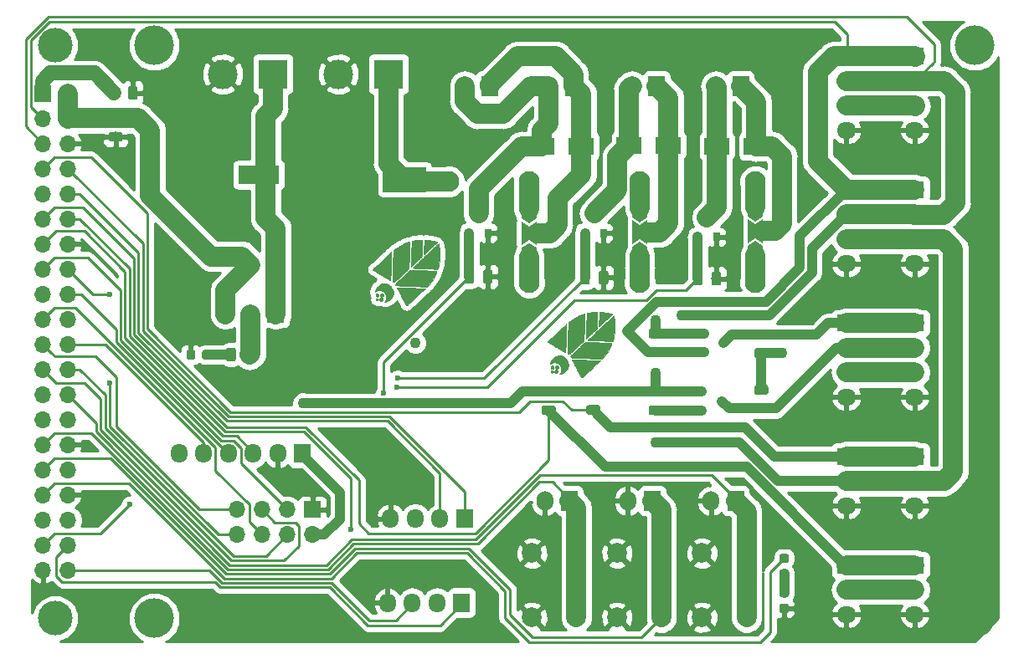
<source format=gbr>
G04 #@! TF.GenerationSoftware,KiCad,Pcbnew,(6.0.0-rc1-dev-450-gc170e8930)*
G04 #@! TF.CreationDate,2018-10-08T16:18:35+02:00*
G04 #@! TF.ProjectId,Astroplant_VFR,417374726F706C616E745F5646522E6B,0.5*
G04 #@! TF.SameCoordinates,Original*
G04 #@! TF.FileFunction,Copper,L1,Top,Signal*
G04 #@! TF.FilePolarity,Positive*
%FSLAX46Y46*%
G04 Gerber Fmt 4.6, Leading zero omitted, Abs format (unit mm)*
G04 Created by KiCad (PCBNEW (6.0.0-rc1-dev-450-gc170e8930)) date Mon Oct  8 16:18:35 2018*
%MOMM*%
%LPD*%
G01*
G04 APERTURE LIST*
G04 #@! TA.AperFunction,EtchedComponent*
%ADD10C,0.010000*%
G04 #@! TD*
G04 #@! TA.AperFunction,ComponentPad*
%ADD11R,1.700000X1.950000*%
G04 #@! TD*
G04 #@! TA.AperFunction,ComponentPad*
%ADD12O,1.700000X1.950000*%
G04 #@! TD*
G04 #@! TA.AperFunction,Conductor*
%ADD13C,0.100000*%
G04 #@! TD*
G04 #@! TA.AperFunction,SMDPad,CuDef*
%ADD14C,0.975000*%
G04 #@! TD*
G04 #@! TA.AperFunction,SMDPad,CuDef*
%ADD15R,4.150000X1.900000*%
G04 #@! TD*
G04 #@! TA.AperFunction,SMDPad,CuDef*
%ADD16C,0.875000*%
G04 #@! TD*
G04 #@! TA.AperFunction,SMDPad,CuDef*
%ADD17R,2.500000X1.800000*%
G04 #@! TD*
G04 #@! TA.AperFunction,ComponentPad*
%ADD18R,1.700000X1.700000*%
G04 #@! TD*
G04 #@! TA.AperFunction,ComponentPad*
%ADD19O,1.700000X1.700000*%
G04 #@! TD*
G04 #@! TA.AperFunction,ComponentPad*
%ADD20O,1.950000X1.700000*%
G04 #@! TD*
G04 #@! TA.AperFunction,ComponentPad*
%ADD21R,1.950000X1.700000*%
G04 #@! TD*
G04 #@! TA.AperFunction,ComponentPad*
%ADD22O,1.700000X2.000000*%
G04 #@! TD*
G04 #@! TA.AperFunction,ComponentPad*
%ADD23R,1.700000X2.000000*%
G04 #@! TD*
G04 #@! TA.AperFunction,SMDPad,CuDef*
%ADD24C,0.300000*%
G04 #@! TD*
G04 #@! TA.AperFunction,Conductor*
%ADD25C,0.300000*%
G04 #@! TD*
G04 #@! TA.AperFunction,SMDPad,CuDef*
%ADD26R,0.900000X0.800000*%
G04 #@! TD*
G04 #@! TA.AperFunction,SMDPad,CuDef*
%ADD27R,0.800000X0.900000*%
G04 #@! TD*
G04 #@! TA.AperFunction,ComponentPad*
%ADD28C,2.000000*%
G04 #@! TD*
G04 #@! TA.AperFunction,ComponentPad*
%ADD29R,3.000000X3.000000*%
G04 #@! TD*
G04 #@! TA.AperFunction,ComponentPad*
%ADD30C,3.000000*%
G04 #@! TD*
G04 #@! TA.AperFunction,SMDPad,CuDef*
%ADD31R,4.400000X2.500000*%
G04 #@! TD*
G04 #@! TA.AperFunction,ViaPad*
%ADD32C,3.500000*%
G04 #@! TD*
G04 #@! TA.AperFunction,ViaPad*
%ADD33C,4.000000*%
G04 #@! TD*
G04 #@! TA.AperFunction,ViaPad*
%ADD34C,2.100000*%
G04 #@! TD*
G04 #@! TA.AperFunction,ViaPad*
%ADD35C,1.100000*%
G04 #@! TD*
G04 #@! TA.AperFunction,ViaPad*
%ADD36C,0.600000*%
G04 #@! TD*
G04 #@! TA.AperFunction,Conductor*
%ADD37C,2.000000*%
G04 #@! TD*
G04 #@! TA.AperFunction,Conductor*
%ADD38C,1.000000*%
G04 #@! TD*
G04 #@! TA.AperFunction,Conductor*
%ADD39C,1.500000*%
G04 #@! TD*
G04 #@! TA.AperFunction,Conductor*
%ADD40C,0.250000*%
G04 #@! TD*
G04 #@! TA.AperFunction,Conductor*
%ADD41C,0.254000*%
G04 #@! TD*
G04 APERTURE END LIST*
D10*
G04 #@! TO.C,G\002A\002A\002A*
G36*
X138246656Y-63008476D02*
X138320473Y-63009767D01*
X138406346Y-63011675D01*
X138503303Y-63014165D01*
X138610372Y-63017204D01*
X138726580Y-63020756D01*
X138850957Y-63024789D01*
X138982531Y-63029267D01*
X139120329Y-63034158D01*
X139263379Y-63039426D01*
X139410710Y-63045038D01*
X139561351Y-63050959D01*
X139714328Y-63057156D01*
X139868670Y-63063594D01*
X140023406Y-63070240D01*
X140177563Y-63077059D01*
X140330170Y-63084017D01*
X140480254Y-63091081D01*
X140626844Y-63098215D01*
X140684867Y-63101110D01*
X140739867Y-63104015D01*
X140788980Y-63106876D01*
X140829757Y-63109528D01*
X140859746Y-63111807D01*
X140876501Y-63113547D01*
X140879151Y-63114167D01*
X140880069Y-63114512D01*
X140881080Y-63114660D01*
X140881606Y-63115149D01*
X140881070Y-63116521D01*
X140878896Y-63119315D01*
X140874506Y-63124071D01*
X140867322Y-63131329D01*
X140856768Y-63141629D01*
X140842266Y-63155512D01*
X140823240Y-63173517D01*
X140799111Y-63196185D01*
X140769302Y-63224054D01*
X140733238Y-63257666D01*
X140690339Y-63297561D01*
X140640030Y-63344277D01*
X140581732Y-63398357D01*
X140514869Y-63460338D01*
X140438863Y-63530763D01*
X140353137Y-63610169D01*
X140257114Y-63699098D01*
X140150217Y-63798090D01*
X140031868Y-63907684D01*
X139944682Y-63988423D01*
X139821000Y-64102941D01*
X139709114Y-64206485D01*
X139608413Y-64299603D01*
X139518286Y-64382842D01*
X139438121Y-64456751D01*
X139367307Y-64521880D01*
X139305232Y-64578775D01*
X139251285Y-64627985D01*
X139204854Y-64670058D01*
X139165327Y-64705543D01*
X139132094Y-64734989D01*
X139104543Y-64758943D01*
X139082062Y-64777953D01*
X139064041Y-64792568D01*
X139049866Y-64803337D01*
X139038928Y-64810807D01*
X139030614Y-64815527D01*
X139024314Y-64818046D01*
X139019414Y-64818911D01*
X139018503Y-64818933D01*
X138993857Y-64814757D01*
X138972227Y-64799830D01*
X138964068Y-64791417D01*
X138956926Y-64780343D01*
X138942597Y-64755188D01*
X138921604Y-64716946D01*
X138894471Y-64666612D01*
X138861722Y-64605180D01*
X138823881Y-64533644D01*
X138781472Y-64452999D01*
X138735019Y-64364239D01*
X138685046Y-64268359D01*
X138632077Y-64166352D01*
X138576636Y-64059213D01*
X138519247Y-63947937D01*
X138503831Y-63917983D01*
X138430533Y-63775346D01*
X138364842Y-63647179D01*
X138306497Y-63532958D01*
X138255238Y-63432160D01*
X138210803Y-63344259D01*
X138172931Y-63268733D01*
X138141362Y-63205057D01*
X138115835Y-63152707D01*
X138096088Y-63111160D01*
X138081862Y-63079890D01*
X138072894Y-63058374D01*
X138068924Y-63046089D01*
X138068667Y-63043961D01*
X138071120Y-63023532D01*
X138081257Y-63013464D01*
X138091382Y-63010155D01*
X138107258Y-63008640D01*
X138139077Y-63007878D01*
X138185867Y-63007835D01*
X138246656Y-63008476D01*
X138246656Y-63008476D01*
G37*
X138246656Y-63008476D02*
X138320473Y-63009767D01*
X138406346Y-63011675D01*
X138503303Y-63014165D01*
X138610372Y-63017204D01*
X138726580Y-63020756D01*
X138850957Y-63024789D01*
X138982531Y-63029267D01*
X139120329Y-63034158D01*
X139263379Y-63039426D01*
X139410710Y-63045038D01*
X139561351Y-63050959D01*
X139714328Y-63057156D01*
X139868670Y-63063594D01*
X140023406Y-63070240D01*
X140177563Y-63077059D01*
X140330170Y-63084017D01*
X140480254Y-63091081D01*
X140626844Y-63098215D01*
X140684867Y-63101110D01*
X140739867Y-63104015D01*
X140788980Y-63106876D01*
X140829757Y-63109528D01*
X140859746Y-63111807D01*
X140876501Y-63113547D01*
X140879151Y-63114167D01*
X140880069Y-63114512D01*
X140881080Y-63114660D01*
X140881606Y-63115149D01*
X140881070Y-63116521D01*
X140878896Y-63119315D01*
X140874506Y-63124071D01*
X140867322Y-63131329D01*
X140856768Y-63141629D01*
X140842266Y-63155512D01*
X140823240Y-63173517D01*
X140799111Y-63196185D01*
X140769302Y-63224054D01*
X140733238Y-63257666D01*
X140690339Y-63297561D01*
X140640030Y-63344277D01*
X140581732Y-63398357D01*
X140514869Y-63460338D01*
X140438863Y-63530763D01*
X140353137Y-63610169D01*
X140257114Y-63699098D01*
X140150217Y-63798090D01*
X140031868Y-63907684D01*
X139944682Y-63988423D01*
X139821000Y-64102941D01*
X139709114Y-64206485D01*
X139608413Y-64299603D01*
X139518286Y-64382842D01*
X139438121Y-64456751D01*
X139367307Y-64521880D01*
X139305232Y-64578775D01*
X139251285Y-64627985D01*
X139204854Y-64670058D01*
X139165327Y-64705543D01*
X139132094Y-64734989D01*
X139104543Y-64758943D01*
X139082062Y-64777953D01*
X139064041Y-64792568D01*
X139049866Y-64803337D01*
X139038928Y-64810807D01*
X139030614Y-64815527D01*
X139024314Y-64818046D01*
X139019414Y-64818911D01*
X139018503Y-64818933D01*
X138993857Y-64814757D01*
X138972227Y-64799830D01*
X138964068Y-64791417D01*
X138956926Y-64780343D01*
X138942597Y-64755188D01*
X138921604Y-64716946D01*
X138894471Y-64666612D01*
X138861722Y-64605180D01*
X138823881Y-64533644D01*
X138781472Y-64452999D01*
X138735019Y-64364239D01*
X138685046Y-64268359D01*
X138632077Y-64166352D01*
X138576636Y-64059213D01*
X138519247Y-63947937D01*
X138503831Y-63917983D01*
X138430533Y-63775346D01*
X138364842Y-63647179D01*
X138306497Y-63532958D01*
X138255238Y-63432160D01*
X138210803Y-63344259D01*
X138172931Y-63268733D01*
X138141362Y-63205057D01*
X138115835Y-63152707D01*
X138096088Y-63111160D01*
X138081862Y-63079890D01*
X138072894Y-63058374D01*
X138068924Y-63046089D01*
X138068667Y-63043961D01*
X138071120Y-63023532D01*
X138081257Y-63013464D01*
X138091382Y-63010155D01*
X138107258Y-63008640D01*
X138139077Y-63007878D01*
X138185867Y-63007835D01*
X138246656Y-63008476D01*
G36*
X136846953Y-62593571D02*
X136961545Y-62615258D01*
X137073193Y-62652670D01*
X137180879Y-62705591D01*
X137283581Y-62773808D01*
X137380279Y-62857106D01*
X137407076Y-62884077D01*
X137490100Y-62981784D01*
X137557878Y-63085391D01*
X137610295Y-63193764D01*
X137647236Y-63305771D01*
X137668586Y-63420277D01*
X137674229Y-63536149D01*
X137664050Y-63652254D01*
X137637935Y-63767458D01*
X137595766Y-63880628D01*
X137537431Y-63990630D01*
X137522063Y-64014832D01*
X137487637Y-64061874D01*
X137443490Y-64114050D01*
X137393590Y-64167275D01*
X137341905Y-64217460D01*
X137292403Y-64260519D01*
X137259193Y-64285610D01*
X137186583Y-64330464D01*
X137106322Y-64370914D01*
X137024865Y-64403988D01*
X136957648Y-64424547D01*
X136914156Y-64434499D01*
X136872209Y-64442484D01*
X136834917Y-64448092D01*
X136805390Y-64450916D01*
X136786737Y-64450546D01*
X136781734Y-64447677D01*
X136786486Y-64438399D01*
X136798956Y-64419761D01*
X136816462Y-64395770D01*
X136816762Y-64395372D01*
X136859990Y-64328337D01*
X136897421Y-64250947D01*
X136926171Y-64169527D01*
X136934802Y-64136355D01*
X136942774Y-64098914D01*
X136947732Y-64066122D01*
X136950070Y-64032519D01*
X136950179Y-63992645D01*
X136948600Y-63944521D01*
X136944408Y-63876835D01*
X136937230Y-63820603D01*
X136925772Y-63770430D01*
X136908740Y-63720921D01*
X136884841Y-63666682D01*
X136879112Y-63654767D01*
X136827085Y-63565725D01*
X136763245Y-63488572D01*
X136687360Y-63423118D01*
X136599200Y-63369175D01*
X136498532Y-63326553D01*
X136463816Y-63315327D01*
X136430156Y-63305779D01*
X136400678Y-63299287D01*
X136370528Y-63295277D01*
X136334848Y-63293175D01*
X136288784Y-63292408D01*
X136269500Y-63292348D01*
X136214488Y-63292890D01*
X136171545Y-63294965D01*
X136135841Y-63299044D01*
X136102545Y-63305599D01*
X136083233Y-63310503D01*
X136012131Y-63334099D01*
X135942256Y-63365301D01*
X135879963Y-63401098D01*
X135855056Y-63418695D01*
X135813910Y-63450112D01*
X135819863Y-63391573D01*
X135833216Y-63317214D01*
X135857915Y-63236294D01*
X135892183Y-63152951D01*
X135934240Y-63071327D01*
X135982311Y-62995559D01*
X136000577Y-62970735D01*
X136063933Y-62897584D01*
X136138733Y-62826912D01*
X136220622Y-62762196D01*
X136305243Y-62706910D01*
X136379567Y-62668344D01*
X136495726Y-62624994D01*
X136613023Y-62598224D01*
X136730439Y-62587821D01*
X136846953Y-62593571D01*
X136846953Y-62593571D01*
G37*
X136846953Y-62593571D02*
X136961545Y-62615258D01*
X137073193Y-62652670D01*
X137180879Y-62705591D01*
X137283581Y-62773808D01*
X137380279Y-62857106D01*
X137407076Y-62884077D01*
X137490100Y-62981784D01*
X137557878Y-63085391D01*
X137610295Y-63193764D01*
X137647236Y-63305771D01*
X137668586Y-63420277D01*
X137674229Y-63536149D01*
X137664050Y-63652254D01*
X137637935Y-63767458D01*
X137595766Y-63880628D01*
X137537431Y-63990630D01*
X137522063Y-64014832D01*
X137487637Y-64061874D01*
X137443490Y-64114050D01*
X137393590Y-64167275D01*
X137341905Y-64217460D01*
X137292403Y-64260519D01*
X137259193Y-64285610D01*
X137186583Y-64330464D01*
X137106322Y-64370914D01*
X137024865Y-64403988D01*
X136957648Y-64424547D01*
X136914156Y-64434499D01*
X136872209Y-64442484D01*
X136834917Y-64448092D01*
X136805390Y-64450916D01*
X136786737Y-64450546D01*
X136781734Y-64447677D01*
X136786486Y-64438399D01*
X136798956Y-64419761D01*
X136816462Y-64395770D01*
X136816762Y-64395372D01*
X136859990Y-64328337D01*
X136897421Y-64250947D01*
X136926171Y-64169527D01*
X136934802Y-64136355D01*
X136942774Y-64098914D01*
X136947732Y-64066122D01*
X136950070Y-64032519D01*
X136950179Y-63992645D01*
X136948600Y-63944521D01*
X136944408Y-63876835D01*
X136937230Y-63820603D01*
X136925772Y-63770430D01*
X136908740Y-63720921D01*
X136884841Y-63666682D01*
X136879112Y-63654767D01*
X136827085Y-63565725D01*
X136763245Y-63488572D01*
X136687360Y-63423118D01*
X136599200Y-63369175D01*
X136498532Y-63326553D01*
X136463816Y-63315327D01*
X136430156Y-63305779D01*
X136400678Y-63299287D01*
X136370528Y-63295277D01*
X136334848Y-63293175D01*
X136288784Y-63292408D01*
X136269500Y-63292348D01*
X136214488Y-63292890D01*
X136171545Y-63294965D01*
X136135841Y-63299044D01*
X136102545Y-63305599D01*
X136083233Y-63310503D01*
X136012131Y-63334099D01*
X135942256Y-63365301D01*
X135879963Y-63401098D01*
X135855056Y-63418695D01*
X135813910Y-63450112D01*
X135819863Y-63391573D01*
X135833216Y-63317214D01*
X135857915Y-63236294D01*
X135892183Y-63152951D01*
X135934240Y-63071327D01*
X135982311Y-62995559D01*
X136000577Y-62970735D01*
X136063933Y-62897584D01*
X136138733Y-62826912D01*
X136220622Y-62762196D01*
X136305243Y-62706910D01*
X136379567Y-62668344D01*
X136495726Y-62624994D01*
X136613023Y-62598224D01*
X136730439Y-62587821D01*
X136846953Y-62593571D01*
G36*
X136521356Y-64053361D02*
X136560337Y-64076883D01*
X136571861Y-64088092D01*
X136597332Y-64127745D01*
X136610274Y-64173606D01*
X136611109Y-64221779D01*
X136600260Y-64268368D01*
X136578150Y-64309479D01*
X136545200Y-64341214D01*
X136544345Y-64341785D01*
X136507690Y-64358604D01*
X136463974Y-64367729D01*
X136419934Y-64368463D01*
X136382309Y-64360108D01*
X136379409Y-64358860D01*
X136340166Y-64332351D01*
X136310592Y-64294961D01*
X136291704Y-64250364D01*
X136284516Y-64202232D01*
X136290043Y-64154240D01*
X136309301Y-64110060D01*
X136310252Y-64108604D01*
X136341594Y-64075530D01*
X136382286Y-64053162D01*
X136428419Y-64041807D01*
X136476079Y-64041771D01*
X136521356Y-64053361D01*
X136521356Y-64053361D01*
G37*
X136521356Y-64053361D02*
X136560337Y-64076883D01*
X136571861Y-64088092D01*
X136597332Y-64127745D01*
X136610274Y-64173606D01*
X136611109Y-64221779D01*
X136600260Y-64268368D01*
X136578150Y-64309479D01*
X136545200Y-64341214D01*
X136544345Y-64341785D01*
X136507690Y-64358604D01*
X136463974Y-64367729D01*
X136419934Y-64368463D01*
X136382309Y-64360108D01*
X136379409Y-64358860D01*
X136340166Y-64332351D01*
X136310592Y-64294961D01*
X136291704Y-64250364D01*
X136284516Y-64202232D01*
X136290043Y-64154240D01*
X136309301Y-64110060D01*
X136310252Y-64108604D01*
X136341594Y-64075530D01*
X136382286Y-64053162D01*
X136428419Y-64041807D01*
X136476079Y-64041771D01*
X136521356Y-64053361D01*
G36*
X136043162Y-64085235D02*
X136073454Y-64094978D01*
X136107142Y-64119834D01*
X136130425Y-64155522D01*
X136140788Y-64197888D01*
X136141089Y-64206590D01*
X136133430Y-64246996D01*
X136112655Y-64281198D01*
X136082068Y-64306744D01*
X136044971Y-64321185D01*
X136004668Y-64322068D01*
X135990100Y-64318624D01*
X135960375Y-64305938D01*
X135937821Y-64286444D01*
X135919237Y-64259984D01*
X135904575Y-64222108D01*
X135904459Y-64184517D01*
X135916633Y-64149622D01*
X135938845Y-64119835D01*
X135968839Y-64097566D01*
X136004363Y-64085229D01*
X136043162Y-64085235D01*
X136043162Y-64085235D01*
G37*
X136043162Y-64085235D02*
X136073454Y-64094978D01*
X136107142Y-64119834D01*
X136130425Y-64155522D01*
X136140788Y-64197888D01*
X136141089Y-64206590D01*
X136133430Y-64246996D01*
X136112655Y-64281198D01*
X136082068Y-64306744D01*
X136044971Y-64321185D01*
X136004668Y-64322068D01*
X135990100Y-64318624D01*
X135960375Y-64305938D01*
X135937821Y-64286444D01*
X135919237Y-64259984D01*
X135904575Y-64222108D01*
X135904459Y-64184517D01*
X135916633Y-64149622D01*
X135938845Y-64119835D01*
X135968839Y-64097566D01*
X136004363Y-64085229D01*
X136043162Y-64085235D01*
G36*
X136079138Y-63620046D02*
X136117450Y-63632581D01*
X136160421Y-63660806D01*
X136191497Y-63699724D01*
X136209234Y-63746706D01*
X136212192Y-63799121D01*
X136211654Y-63804268D01*
X136198443Y-63855970D01*
X136172750Y-63896383D01*
X136135178Y-63924969D01*
X136086324Y-63941193D01*
X136054635Y-63944663D01*
X136013271Y-63944172D01*
X135983753Y-63938022D01*
X135973167Y-63933235D01*
X135930103Y-63902372D01*
X135901695Y-63864117D01*
X135886968Y-63816780D01*
X135884267Y-63779528D01*
X135891779Y-63728883D01*
X135912636Y-63685747D01*
X135944320Y-63651708D01*
X135984311Y-63628354D01*
X136030090Y-63617270D01*
X136079138Y-63620046D01*
X136079138Y-63620046D01*
G37*
X136079138Y-63620046D02*
X136117450Y-63632581D01*
X136160421Y-63660806D01*
X136191497Y-63699724D01*
X136209234Y-63746706D01*
X136212192Y-63799121D01*
X136211654Y-63804268D01*
X136198443Y-63855970D01*
X136172750Y-63896383D01*
X136135178Y-63924969D01*
X136086324Y-63941193D01*
X136054635Y-63944663D01*
X136013271Y-63944172D01*
X135983753Y-63938022D01*
X135973167Y-63933235D01*
X135930103Y-63902372D01*
X135901695Y-63864117D01*
X135886968Y-63816780D01*
X135884267Y-63779528D01*
X135891779Y-63728883D01*
X135912636Y-63685747D01*
X135944320Y-63651708D01*
X135984311Y-63628354D01*
X136030090Y-63617270D01*
X136079138Y-63620046D01*
G36*
X136558994Y-63607875D02*
X136596630Y-63626459D01*
X136597492Y-63627109D01*
X136630574Y-63661933D01*
X136652240Y-63704869D01*
X136662014Y-63752011D01*
X136659418Y-63799453D01*
X136643976Y-63843289D01*
X136626872Y-63867944D01*
X136589844Y-63899646D01*
X136546163Y-63920489D01*
X136500032Y-63929449D01*
X136455650Y-63925500D01*
X136430367Y-63915865D01*
X136384886Y-63883265D01*
X136353305Y-63841197D01*
X136336226Y-63790652D01*
X136333186Y-63755908D01*
X136341020Y-63707450D01*
X136363603Y-63664466D01*
X136398905Y-63630156D01*
X136421362Y-63616927D01*
X136465839Y-63602790D01*
X136513557Y-63599879D01*
X136558994Y-63607875D01*
X136558994Y-63607875D01*
G37*
X136558994Y-63607875D02*
X136596630Y-63626459D01*
X136597492Y-63627109D01*
X136630574Y-63661933D01*
X136652240Y-63704869D01*
X136662014Y-63752011D01*
X136659418Y-63799453D01*
X136643976Y-63843289D01*
X136626872Y-63867944D01*
X136589844Y-63899646D01*
X136546163Y-63920489D01*
X136500032Y-63929449D01*
X136455650Y-63925500D01*
X136430367Y-63915865D01*
X136384886Y-63883265D01*
X136353305Y-63841197D01*
X136336226Y-63790652D01*
X136333186Y-63755908D01*
X136341020Y-63707450D01*
X136363603Y-63664466D01*
X136398905Y-63630156D01*
X136421362Y-63616927D01*
X136465839Y-63602790D01*
X136513557Y-63599879D01*
X136558994Y-63607875D01*
G36*
X139557683Y-61229095D02*
X139616786Y-61230331D01*
X139687892Y-61232147D01*
X139769858Y-61234498D01*
X139861540Y-61237338D01*
X139961796Y-61240622D01*
X140069482Y-61244304D01*
X140183455Y-61248338D01*
X140302571Y-61252678D01*
X140425689Y-61257279D01*
X140551664Y-61262096D01*
X140679353Y-61267082D01*
X140807614Y-61272191D01*
X140935302Y-61277379D01*
X141061276Y-61282599D01*
X141184391Y-61287806D01*
X141303504Y-61292954D01*
X141417473Y-61297997D01*
X141525154Y-61302890D01*
X141625404Y-61307588D01*
X141717079Y-61312043D01*
X141799037Y-61316211D01*
X141870135Y-61320047D01*
X141929229Y-61323503D01*
X141975176Y-61326535D01*
X142006833Y-61329097D01*
X142023056Y-61331144D01*
X142024754Y-61331656D01*
X142044173Y-61344892D01*
X142053608Y-61361870D01*
X142056313Y-61388773D01*
X142056337Y-61391672D01*
X142052346Y-61415730D01*
X142040789Y-61452680D01*
X142022505Y-61500715D01*
X141998333Y-61558025D01*
X141969111Y-61622803D01*
X141935677Y-61693239D01*
X141898869Y-61767525D01*
X141859526Y-61843854D01*
X141818485Y-61920415D01*
X141776586Y-61995402D01*
X141776080Y-61996287D01*
X141639585Y-62220265D01*
X141489023Y-62439007D01*
X141323107Y-62654362D01*
X141288886Y-62696082D01*
X141239305Y-62755161D01*
X141197597Y-62802181D01*
X141161353Y-62838537D01*
X141128164Y-62865621D01*
X141095620Y-62884830D01*
X141061312Y-62897556D01*
X141022830Y-62905194D01*
X140977765Y-62909139D01*
X140923707Y-62910784D01*
X140917700Y-62910876D01*
X140895152Y-62910751D01*
X140856682Y-62909986D01*
X140803288Y-62908616D01*
X140735967Y-62906674D01*
X140655717Y-62904194D01*
X140563536Y-62901211D01*
X140460422Y-62897760D01*
X140347373Y-62893873D01*
X140225386Y-62889585D01*
X140095459Y-62884932D01*
X139958589Y-62879945D01*
X139815776Y-62874661D01*
X139668016Y-62869113D01*
X139516307Y-62863335D01*
X139408156Y-62859166D01*
X139256039Y-62853246D01*
X139108236Y-62847440D01*
X138965657Y-62841786D01*
X138829217Y-62836323D01*
X138699827Y-62831087D01*
X138578400Y-62826119D01*
X138465849Y-62821456D01*
X138363087Y-62817136D01*
X138271025Y-62813198D01*
X138190577Y-62809680D01*
X138122656Y-62806621D01*
X138068173Y-62804058D01*
X138028041Y-62802030D01*
X138003173Y-62800576D01*
X137994825Y-62799840D01*
X137965962Y-62788495D01*
X137937827Y-62767810D01*
X137935919Y-62765946D01*
X137919186Y-62747148D01*
X137910804Y-62729500D01*
X137907990Y-62705618D01*
X137907800Y-62691273D01*
X137914834Y-62643882D01*
X137934565Y-62592825D01*
X137964942Y-62542750D01*
X137983854Y-62519106D01*
X137993021Y-62509907D01*
X138013540Y-62490121D01*
X138044383Y-62460714D01*
X138084521Y-62422648D01*
X138132925Y-62376890D01*
X138188566Y-62324402D01*
X138250415Y-62266151D01*
X138317443Y-62203099D01*
X138388622Y-62136212D01*
X138462921Y-62066454D01*
X138539312Y-61994789D01*
X138616767Y-61922183D01*
X138694256Y-61849599D01*
X138770750Y-61778002D01*
X138845220Y-61708356D01*
X138916637Y-61641626D01*
X138983973Y-61578776D01*
X139046199Y-61520771D01*
X139102284Y-61468576D01*
X139151201Y-61423154D01*
X139191920Y-61385470D01*
X139223413Y-61356488D01*
X139244651Y-61337174D01*
X139248741Y-61333521D01*
X139316212Y-61283558D01*
X139388427Y-61248518D01*
X139463329Y-61229399D01*
X139463823Y-61229328D01*
X139480058Y-61228548D01*
X139511726Y-61228486D01*
X139557683Y-61229095D01*
X139557683Y-61229095D01*
G37*
X139557683Y-61229095D02*
X139616786Y-61230331D01*
X139687892Y-61232147D01*
X139769858Y-61234498D01*
X139861540Y-61237338D01*
X139961796Y-61240622D01*
X140069482Y-61244304D01*
X140183455Y-61248338D01*
X140302571Y-61252678D01*
X140425689Y-61257279D01*
X140551664Y-61262096D01*
X140679353Y-61267082D01*
X140807614Y-61272191D01*
X140935302Y-61277379D01*
X141061276Y-61282599D01*
X141184391Y-61287806D01*
X141303504Y-61292954D01*
X141417473Y-61297997D01*
X141525154Y-61302890D01*
X141625404Y-61307588D01*
X141717079Y-61312043D01*
X141799037Y-61316211D01*
X141870135Y-61320047D01*
X141929229Y-61323503D01*
X141975176Y-61326535D01*
X142006833Y-61329097D01*
X142023056Y-61331144D01*
X142024754Y-61331656D01*
X142044173Y-61344892D01*
X142053608Y-61361870D01*
X142056313Y-61388773D01*
X142056337Y-61391672D01*
X142052346Y-61415730D01*
X142040789Y-61452680D01*
X142022505Y-61500715D01*
X141998333Y-61558025D01*
X141969111Y-61622803D01*
X141935677Y-61693239D01*
X141898869Y-61767525D01*
X141859526Y-61843854D01*
X141818485Y-61920415D01*
X141776586Y-61995402D01*
X141776080Y-61996287D01*
X141639585Y-62220265D01*
X141489023Y-62439007D01*
X141323107Y-62654362D01*
X141288886Y-62696082D01*
X141239305Y-62755161D01*
X141197597Y-62802181D01*
X141161353Y-62838537D01*
X141128164Y-62865621D01*
X141095620Y-62884830D01*
X141061312Y-62897556D01*
X141022830Y-62905194D01*
X140977765Y-62909139D01*
X140923707Y-62910784D01*
X140917700Y-62910876D01*
X140895152Y-62910751D01*
X140856682Y-62909986D01*
X140803288Y-62908616D01*
X140735967Y-62906674D01*
X140655717Y-62904194D01*
X140563536Y-62901211D01*
X140460422Y-62897760D01*
X140347373Y-62893873D01*
X140225386Y-62889585D01*
X140095459Y-62884932D01*
X139958589Y-62879945D01*
X139815776Y-62874661D01*
X139668016Y-62869113D01*
X139516307Y-62863335D01*
X139408156Y-62859166D01*
X139256039Y-62853246D01*
X139108236Y-62847440D01*
X138965657Y-62841786D01*
X138829217Y-62836323D01*
X138699827Y-62831087D01*
X138578400Y-62826119D01*
X138465849Y-62821456D01*
X138363087Y-62817136D01*
X138271025Y-62813198D01*
X138190577Y-62809680D01*
X138122656Y-62806621D01*
X138068173Y-62804058D01*
X138028041Y-62802030D01*
X138003173Y-62800576D01*
X137994825Y-62799840D01*
X137965962Y-62788495D01*
X137937827Y-62767810D01*
X137935919Y-62765946D01*
X137919186Y-62747148D01*
X137910804Y-62729500D01*
X137907990Y-62705618D01*
X137907800Y-62691273D01*
X137914834Y-62643882D01*
X137934565Y-62592825D01*
X137964942Y-62542750D01*
X137983854Y-62519106D01*
X137993021Y-62509907D01*
X138013540Y-62490121D01*
X138044383Y-62460714D01*
X138084521Y-62422648D01*
X138132925Y-62376890D01*
X138188566Y-62324402D01*
X138250415Y-62266151D01*
X138317443Y-62203099D01*
X138388622Y-62136212D01*
X138462921Y-62066454D01*
X138539312Y-61994789D01*
X138616767Y-61922183D01*
X138694256Y-61849599D01*
X138770750Y-61778002D01*
X138845220Y-61708356D01*
X138916637Y-61641626D01*
X138983973Y-61578776D01*
X139046199Y-61520771D01*
X139102284Y-61468576D01*
X139151201Y-61423154D01*
X139191920Y-61385470D01*
X139223413Y-61356488D01*
X139244651Y-61337174D01*
X139248741Y-61333521D01*
X139316212Y-61283558D01*
X139388427Y-61248518D01*
X139463329Y-61229399D01*
X139463823Y-61229328D01*
X139480058Y-61228548D01*
X139511726Y-61228486D01*
X139557683Y-61229095D01*
G36*
X139326719Y-58567510D02*
X139325080Y-58628991D01*
X139323098Y-58703368D01*
X139320879Y-58786607D01*
X139318531Y-58874678D01*
X139316162Y-58963548D01*
X139313879Y-59049186D01*
X139312871Y-59087000D01*
X139308605Y-59241772D01*
X139304080Y-59396207D01*
X139299337Y-59549287D01*
X139294420Y-59699996D01*
X139289370Y-59847316D01*
X139284232Y-59990231D01*
X139279047Y-60127723D01*
X139273859Y-60258777D01*
X139268710Y-60382374D01*
X139263642Y-60497498D01*
X139258699Y-60603133D01*
X139253923Y-60698260D01*
X139249357Y-60781864D01*
X139245044Y-60852927D01*
X139241026Y-60910432D01*
X139237346Y-60953363D01*
X139234047Y-60980702D01*
X139233097Y-60985908D01*
X139212867Y-61052208D01*
X139180525Y-61113529D01*
X139133956Y-61173769D01*
X139127000Y-61181449D01*
X139115242Y-61193245D01*
X139092017Y-61215632D01*
X139058293Y-61247708D01*
X139015039Y-61288571D01*
X138963223Y-61337319D01*
X138903814Y-61393048D01*
X138837779Y-61454857D01*
X138766088Y-61521843D01*
X138689709Y-61593105D01*
X138609609Y-61667739D01*
X138526758Y-61744843D01*
X138442124Y-61823516D01*
X138356675Y-61902855D01*
X138271379Y-61981958D01*
X138187205Y-62059921D01*
X138105122Y-62135844D01*
X138026096Y-62208823D01*
X137951098Y-62277957D01*
X137882387Y-62341156D01*
X137850448Y-62368795D01*
X137817832Y-62394201D01*
X137789665Y-62413487D01*
X137779145Y-62419472D01*
X137731816Y-62436265D01*
X137685317Y-62439524D01*
X137643448Y-62429225D01*
X137627536Y-62420434D01*
X137606119Y-62402444D01*
X137590264Y-62382966D01*
X137588473Y-62379668D01*
X137587239Y-62373952D01*
X137586331Y-62362159D01*
X137585766Y-62343641D01*
X137585562Y-62317751D01*
X137585735Y-62283841D01*
X137586303Y-62241265D01*
X137587282Y-62189374D01*
X137588691Y-62127522D01*
X137590545Y-62055062D01*
X137592862Y-61971346D01*
X137595660Y-61875727D01*
X137598955Y-61767557D01*
X137602764Y-61646190D01*
X137607105Y-61510978D01*
X137611994Y-61361274D01*
X137617450Y-61196430D01*
X137623488Y-61015800D01*
X137628440Y-60868684D01*
X137633824Y-60710338D01*
X137639150Y-60556062D01*
X137644384Y-60406750D01*
X137649491Y-60263300D01*
X137654438Y-60126606D01*
X137659188Y-59997564D01*
X137663709Y-59877070D01*
X137667965Y-59766019D01*
X137671922Y-59665306D01*
X137675546Y-59575828D01*
X137678801Y-59498480D01*
X137681654Y-59434157D01*
X137684071Y-59383755D01*
X137686016Y-59348170D01*
X137687455Y-59328297D01*
X137687836Y-59325199D01*
X137699460Y-59274008D01*
X137716894Y-59229325D01*
X137742127Y-59188432D01*
X137777147Y-59148606D01*
X137823945Y-59107127D01*
X137876565Y-59067013D01*
X138085247Y-58924622D01*
X138306169Y-58791300D01*
X138536424Y-58668550D01*
X138773103Y-58557875D01*
X139013296Y-58460779D01*
X139130224Y-58419013D01*
X139178924Y-58402569D01*
X139223985Y-58387711D01*
X139262186Y-58375474D01*
X139290306Y-58366893D01*
X139303748Y-58363274D01*
X139332329Y-58357054D01*
X139326719Y-58567510D01*
X139326719Y-58567510D01*
G37*
X139326719Y-58567510D02*
X139325080Y-58628991D01*
X139323098Y-58703368D01*
X139320879Y-58786607D01*
X139318531Y-58874678D01*
X139316162Y-58963548D01*
X139313879Y-59049186D01*
X139312871Y-59087000D01*
X139308605Y-59241772D01*
X139304080Y-59396207D01*
X139299337Y-59549287D01*
X139294420Y-59699996D01*
X139289370Y-59847316D01*
X139284232Y-59990231D01*
X139279047Y-60127723D01*
X139273859Y-60258777D01*
X139268710Y-60382374D01*
X139263642Y-60497498D01*
X139258699Y-60603133D01*
X139253923Y-60698260D01*
X139249357Y-60781864D01*
X139245044Y-60852927D01*
X139241026Y-60910432D01*
X139237346Y-60953363D01*
X139234047Y-60980702D01*
X139233097Y-60985908D01*
X139212867Y-61052208D01*
X139180525Y-61113529D01*
X139133956Y-61173769D01*
X139127000Y-61181449D01*
X139115242Y-61193245D01*
X139092017Y-61215632D01*
X139058293Y-61247708D01*
X139015039Y-61288571D01*
X138963223Y-61337319D01*
X138903814Y-61393048D01*
X138837779Y-61454857D01*
X138766088Y-61521843D01*
X138689709Y-61593105D01*
X138609609Y-61667739D01*
X138526758Y-61744843D01*
X138442124Y-61823516D01*
X138356675Y-61902855D01*
X138271379Y-61981958D01*
X138187205Y-62059921D01*
X138105122Y-62135844D01*
X138026096Y-62208823D01*
X137951098Y-62277957D01*
X137882387Y-62341156D01*
X137850448Y-62368795D01*
X137817832Y-62394201D01*
X137789665Y-62413487D01*
X137779145Y-62419472D01*
X137731816Y-62436265D01*
X137685317Y-62439524D01*
X137643448Y-62429225D01*
X137627536Y-62420434D01*
X137606119Y-62402444D01*
X137590264Y-62382966D01*
X137588473Y-62379668D01*
X137587239Y-62373952D01*
X137586331Y-62362159D01*
X137585766Y-62343641D01*
X137585562Y-62317751D01*
X137585735Y-62283841D01*
X137586303Y-62241265D01*
X137587282Y-62189374D01*
X137588691Y-62127522D01*
X137590545Y-62055062D01*
X137592862Y-61971346D01*
X137595660Y-61875727D01*
X137598955Y-61767557D01*
X137602764Y-61646190D01*
X137607105Y-61510978D01*
X137611994Y-61361274D01*
X137617450Y-61196430D01*
X137623488Y-61015800D01*
X137628440Y-60868684D01*
X137633824Y-60710338D01*
X137639150Y-60556062D01*
X137644384Y-60406750D01*
X137649491Y-60263300D01*
X137654438Y-60126606D01*
X137659188Y-59997564D01*
X137663709Y-59877070D01*
X137667965Y-59766019D01*
X137671922Y-59665306D01*
X137675546Y-59575828D01*
X137678801Y-59498480D01*
X137681654Y-59434157D01*
X137684071Y-59383755D01*
X137686016Y-59348170D01*
X137687455Y-59328297D01*
X137687836Y-59325199D01*
X137699460Y-59274008D01*
X137716894Y-59229325D01*
X137742127Y-59188432D01*
X137777147Y-59148606D01*
X137823945Y-59107127D01*
X137876565Y-59067013D01*
X138085247Y-58924622D01*
X138306169Y-58791300D01*
X138536424Y-58668550D01*
X138773103Y-58557875D01*
X139013296Y-58460779D01*
X139130224Y-58419013D01*
X139178924Y-58402569D01*
X139223985Y-58387711D01*
X139262186Y-58375474D01*
X139290306Y-58366893D01*
X139303748Y-58363274D01*
X139332329Y-58357054D01*
X139326719Y-58567510D01*
G36*
X137472385Y-59633100D02*
X137466582Y-59859946D01*
X137460288Y-60090630D01*
X137453574Y-60323001D01*
X137446511Y-60554912D01*
X137439171Y-60784212D01*
X137431627Y-61008753D01*
X137423949Y-61226386D01*
X137416209Y-61434960D01*
X137408478Y-61632328D01*
X137400829Y-61816339D01*
X137395832Y-61930059D01*
X137392257Y-62006709D01*
X137389051Y-62068320D01*
X137386041Y-62116779D01*
X137383054Y-62153972D01*
X137379915Y-62181786D01*
X137376452Y-62202105D01*
X137372490Y-62216818D01*
X137368568Y-62226392D01*
X137353496Y-62248922D01*
X137337588Y-62259217D01*
X137336300Y-62259402D01*
X137326882Y-62255308D01*
X137303871Y-62242920D01*
X137268137Y-62222749D01*
X137220548Y-62195311D01*
X137161975Y-62161119D01*
X137093286Y-62120687D01*
X137015351Y-62074527D01*
X136929038Y-62023155D01*
X136835218Y-61967084D01*
X136734758Y-61906826D01*
X136628529Y-61842897D01*
X136517400Y-61775810D01*
X136490029Y-61759256D01*
X136381129Y-61693304D01*
X136275998Y-61629510D01*
X136175578Y-61568454D01*
X136080812Y-61510714D01*
X135992643Y-61456867D01*
X135912011Y-61407492D01*
X135839861Y-61363168D01*
X135777134Y-61324472D01*
X135724773Y-61291984D01*
X135683721Y-61266282D01*
X135654919Y-61247944D01*
X135639311Y-61237548D01*
X135637012Y-61235779D01*
X135622351Y-61219504D01*
X135615314Y-61201386D01*
X135613350Y-61174366D01*
X135613334Y-61170282D01*
X135614468Y-61144304D01*
X135619874Y-61125659D01*
X135632552Y-61107632D01*
X135649317Y-61089785D01*
X135658395Y-61081132D01*
X135679069Y-61061811D01*
X135710473Y-61032616D01*
X135751743Y-60994346D01*
X135802015Y-60947799D01*
X135860424Y-60893770D01*
X135926104Y-60833057D01*
X135998193Y-60766457D01*
X136075824Y-60694768D01*
X136158133Y-60618787D01*
X136244256Y-60539310D01*
X136333328Y-60457135D01*
X136424484Y-60373059D01*
X136516860Y-60287879D01*
X136609591Y-60202392D01*
X136701812Y-60117396D01*
X136792660Y-60033688D01*
X136881268Y-59952064D01*
X136966773Y-59873322D01*
X137048310Y-59798259D01*
X137125014Y-59727673D01*
X137196020Y-59662359D01*
X137260465Y-59603117D01*
X137317483Y-59550741D01*
X137366209Y-59506031D01*
X137405780Y-59469783D01*
X137435330Y-59442793D01*
X137453995Y-59425860D01*
X137457963Y-59422309D01*
X137478026Y-59404500D01*
X137472385Y-59633100D01*
X137472385Y-59633100D01*
G37*
X137472385Y-59633100D02*
X137466582Y-59859946D01*
X137460288Y-60090630D01*
X137453574Y-60323001D01*
X137446511Y-60554912D01*
X137439171Y-60784212D01*
X137431627Y-61008753D01*
X137423949Y-61226386D01*
X137416209Y-61434960D01*
X137408478Y-61632328D01*
X137400829Y-61816339D01*
X137395832Y-61930059D01*
X137392257Y-62006709D01*
X137389051Y-62068320D01*
X137386041Y-62116779D01*
X137383054Y-62153972D01*
X137379915Y-62181786D01*
X137376452Y-62202105D01*
X137372490Y-62216818D01*
X137368568Y-62226392D01*
X137353496Y-62248922D01*
X137337588Y-62259217D01*
X137336300Y-62259402D01*
X137326882Y-62255308D01*
X137303871Y-62242920D01*
X137268137Y-62222749D01*
X137220548Y-62195311D01*
X137161975Y-62161119D01*
X137093286Y-62120687D01*
X137015351Y-62074527D01*
X136929038Y-62023155D01*
X136835218Y-61967084D01*
X136734758Y-61906826D01*
X136628529Y-61842897D01*
X136517400Y-61775810D01*
X136490029Y-61759256D01*
X136381129Y-61693304D01*
X136275998Y-61629510D01*
X136175578Y-61568454D01*
X136080812Y-61510714D01*
X135992643Y-61456867D01*
X135912011Y-61407492D01*
X135839861Y-61363168D01*
X135777134Y-61324472D01*
X135724773Y-61291984D01*
X135683721Y-61266282D01*
X135654919Y-61247944D01*
X135639311Y-61237548D01*
X135637012Y-61235779D01*
X135622351Y-61219504D01*
X135615314Y-61201386D01*
X135613350Y-61174366D01*
X135613334Y-61170282D01*
X135614468Y-61144304D01*
X135619874Y-61125659D01*
X135632552Y-61107632D01*
X135649317Y-61089785D01*
X135658395Y-61081132D01*
X135679069Y-61061811D01*
X135710473Y-61032616D01*
X135751743Y-60994346D01*
X135802015Y-60947799D01*
X135860424Y-60893770D01*
X135926104Y-60833057D01*
X135998193Y-60766457D01*
X136075824Y-60694768D01*
X136158133Y-60618787D01*
X136244256Y-60539310D01*
X136333328Y-60457135D01*
X136424484Y-60373059D01*
X136516860Y-60287879D01*
X136609591Y-60202392D01*
X136701812Y-60117396D01*
X136792660Y-60033688D01*
X136881268Y-59952064D01*
X136966773Y-59873322D01*
X137048310Y-59798259D01*
X137125014Y-59727673D01*
X137196020Y-59662359D01*
X137260465Y-59603117D01*
X137317483Y-59550741D01*
X137366209Y-59506031D01*
X137405780Y-59469783D01*
X137435330Y-59442793D01*
X137453995Y-59425860D01*
X137457963Y-59422309D01*
X137478026Y-59404500D01*
X137472385Y-59633100D01*
G36*
X142247673Y-58564185D02*
X142251340Y-58574255D01*
X142257545Y-58598220D01*
X142265713Y-58633332D01*
X142275270Y-58676841D01*
X142285640Y-58725998D01*
X142296248Y-58778053D01*
X142306520Y-58830257D01*
X142315881Y-58879862D01*
X142323755Y-58924117D01*
X142326905Y-58943067D01*
X142362156Y-59213202D01*
X142381570Y-59486303D01*
X142385240Y-59760779D01*
X142373259Y-60035044D01*
X142345721Y-60307508D01*
X142302719Y-60576584D01*
X142244346Y-60840682D01*
X142207237Y-60977996D01*
X142187624Y-61037211D01*
X142167123Y-61080606D01*
X142144939Y-61109294D01*
X142120279Y-61124390D01*
X142100610Y-61127467D01*
X142078317Y-61128472D01*
X142063509Y-61130668D01*
X142053874Y-61130679D01*
X142028278Y-61129982D01*
X141987676Y-61128614D01*
X141933023Y-61126614D01*
X141865277Y-61124021D01*
X141785391Y-61120873D01*
X141694322Y-61117210D01*
X141593025Y-61113071D01*
X141482456Y-61108493D01*
X141363570Y-61103516D01*
X141237323Y-61098178D01*
X141104670Y-61092518D01*
X140966568Y-61086575D01*
X140834728Y-61080856D01*
X140692566Y-61074638D01*
X140555056Y-61068570D01*
X140423146Y-61062695D01*
X140297784Y-61057058D01*
X140179919Y-61051703D01*
X140070499Y-61046675D01*
X139970473Y-61042019D01*
X139880789Y-61037778D01*
X139802394Y-61033998D01*
X139736238Y-61030722D01*
X139683270Y-61027995D01*
X139644436Y-61025863D01*
X139620686Y-61024368D01*
X139612965Y-61023587D01*
X139617932Y-61016796D01*
X139634678Y-60999100D01*
X139662563Y-60971100D01*
X139700946Y-60933402D01*
X139749185Y-60886609D01*
X139806640Y-60831325D01*
X139872671Y-60768153D01*
X139946637Y-60697697D01*
X140027895Y-60620560D01*
X140115807Y-60537348D01*
X140209731Y-60448662D01*
X140309026Y-60355108D01*
X140413052Y-60257288D01*
X140521168Y-60155807D01*
X140632732Y-60051268D01*
X140747104Y-59944275D01*
X140863644Y-59835431D01*
X140981710Y-59725341D01*
X141100661Y-59614608D01*
X141219858Y-59503835D01*
X141338659Y-59393627D01*
X141456423Y-59284587D01*
X141572509Y-59177319D01*
X141578633Y-59171667D01*
X141684584Y-59073896D01*
X141778788Y-58987000D01*
X141861930Y-58910359D01*
X141934695Y-58843350D01*
X141997768Y-58785351D01*
X142051833Y-58735741D01*
X142097575Y-58693898D01*
X142135679Y-58659201D01*
X142166830Y-58631026D01*
X142191712Y-58608753D01*
X142211011Y-58591761D01*
X142225411Y-58579426D01*
X142235596Y-58571127D01*
X142242253Y-58566243D01*
X142246065Y-58564152D01*
X142247673Y-58564185D01*
X142247673Y-58564185D01*
G37*
X142247673Y-58564185D02*
X142251340Y-58574255D01*
X142257545Y-58598220D01*
X142265713Y-58633332D01*
X142275270Y-58676841D01*
X142285640Y-58725998D01*
X142296248Y-58778053D01*
X142306520Y-58830257D01*
X142315881Y-58879862D01*
X142323755Y-58924117D01*
X142326905Y-58943067D01*
X142362156Y-59213202D01*
X142381570Y-59486303D01*
X142385240Y-59760779D01*
X142373259Y-60035044D01*
X142345721Y-60307508D01*
X142302719Y-60576584D01*
X142244346Y-60840682D01*
X142207237Y-60977996D01*
X142187624Y-61037211D01*
X142167123Y-61080606D01*
X142144939Y-61109294D01*
X142120279Y-61124390D01*
X142100610Y-61127467D01*
X142078317Y-61128472D01*
X142063509Y-61130668D01*
X142053874Y-61130679D01*
X142028278Y-61129982D01*
X141987676Y-61128614D01*
X141933023Y-61126614D01*
X141865277Y-61124021D01*
X141785391Y-61120873D01*
X141694322Y-61117210D01*
X141593025Y-61113071D01*
X141482456Y-61108493D01*
X141363570Y-61103516D01*
X141237323Y-61098178D01*
X141104670Y-61092518D01*
X140966568Y-61086575D01*
X140834728Y-61080856D01*
X140692566Y-61074638D01*
X140555056Y-61068570D01*
X140423146Y-61062695D01*
X140297784Y-61057058D01*
X140179919Y-61051703D01*
X140070499Y-61046675D01*
X139970473Y-61042019D01*
X139880789Y-61037778D01*
X139802394Y-61033998D01*
X139736238Y-61030722D01*
X139683270Y-61027995D01*
X139644436Y-61025863D01*
X139620686Y-61024368D01*
X139612965Y-61023587D01*
X139617932Y-61016796D01*
X139634678Y-60999100D01*
X139662563Y-60971100D01*
X139700946Y-60933402D01*
X139749185Y-60886609D01*
X139806640Y-60831325D01*
X139872671Y-60768153D01*
X139946637Y-60697697D01*
X140027895Y-60620560D01*
X140115807Y-60537348D01*
X140209731Y-60448662D01*
X140309026Y-60355108D01*
X140413052Y-60257288D01*
X140521168Y-60155807D01*
X140632732Y-60051268D01*
X140747104Y-59944275D01*
X140863644Y-59835431D01*
X140981710Y-59725341D01*
X141100661Y-59614608D01*
X141219858Y-59503835D01*
X141338659Y-59393627D01*
X141456423Y-59284587D01*
X141572509Y-59177319D01*
X141578633Y-59171667D01*
X141684584Y-59073896D01*
X141778788Y-58987000D01*
X141861930Y-58910359D01*
X141934695Y-58843350D01*
X141997768Y-58785351D01*
X142051833Y-58735741D01*
X142097575Y-58693898D01*
X142135679Y-58659201D01*
X142166830Y-58631026D01*
X142191712Y-58608753D01*
X142211011Y-58591761D01*
X142225411Y-58579426D01*
X142235596Y-58571127D01*
X142242253Y-58566243D01*
X142246065Y-58564152D01*
X142247673Y-58564185D01*
G36*
X140500836Y-58174252D02*
X140539525Y-58177065D01*
X140567755Y-58182731D01*
X140587662Y-58191665D01*
X140601377Y-58204283D01*
X140610462Y-58219725D01*
X140612251Y-58226911D01*
X140613542Y-58240200D01*
X140614311Y-58260561D01*
X140614536Y-58288959D01*
X140614192Y-58326363D01*
X140613258Y-58373739D01*
X140611708Y-58432056D01*
X140609521Y-58502279D01*
X140606672Y-58585376D01*
X140603138Y-58682315D01*
X140598897Y-58794062D01*
X140593924Y-58921585D01*
X140592954Y-58946182D01*
X140588561Y-59056024D01*
X140584198Y-59162562D01*
X140579929Y-59264359D01*
X140575821Y-59359975D01*
X140571936Y-59447970D01*
X140568342Y-59526905D01*
X140565101Y-59595340D01*
X140562281Y-59651837D01*
X140559944Y-59694955D01*
X140558157Y-59723256D01*
X140557536Y-59730921D01*
X140550140Y-59788308D01*
X140539111Y-59833600D01*
X140522835Y-59871511D01*
X140499700Y-59906759D01*
X140495617Y-59912009D01*
X140486562Y-59921389D01*
X140466216Y-59941174D01*
X140435736Y-59970286D01*
X140396278Y-60007649D01*
X140349000Y-60052189D01*
X140295059Y-60102828D01*
X140235613Y-60158492D01*
X140171817Y-60218104D01*
X140104830Y-60280588D01*
X140035808Y-60344869D01*
X139965908Y-60409870D01*
X139896288Y-60474516D01*
X139828104Y-60537732D01*
X139762514Y-60598440D01*
X139700675Y-60655565D01*
X139643744Y-60708032D01*
X139592877Y-60754764D01*
X139549232Y-60794685D01*
X139513967Y-60826721D01*
X139488237Y-60849794D01*
X139473201Y-60862829D01*
X139471853Y-60863920D01*
X139461541Y-60870266D01*
X139457803Y-60864332D01*
X139457468Y-60851220D01*
X139457776Y-60840051D01*
X139458619Y-60812922D01*
X139459963Y-60770795D01*
X139461777Y-60714635D01*
X139464030Y-60645405D01*
X139466689Y-60564068D01*
X139469724Y-60471587D01*
X139473102Y-60368926D01*
X139476792Y-60257049D01*
X139480762Y-60136919D01*
X139484981Y-60009499D01*
X139489416Y-59875753D01*
X139494037Y-59736644D01*
X139498781Y-59594048D01*
X139504703Y-59417096D01*
X139510149Y-59256396D01*
X139515148Y-59111275D01*
X139519727Y-58981060D01*
X139523916Y-58865077D01*
X139527741Y-58762654D01*
X139531232Y-58673117D01*
X139534416Y-58595793D01*
X139537322Y-58530008D01*
X139539978Y-58475090D01*
X139542412Y-58430364D01*
X139544652Y-58395158D01*
X139546727Y-58368798D01*
X139548664Y-58350612D01*
X139550492Y-58339924D01*
X139551430Y-58337065D01*
X139562184Y-58319160D01*
X139577007Y-58303778D01*
X139597693Y-58290281D01*
X139626038Y-58278033D01*
X139663835Y-58266395D01*
X139712879Y-58254732D01*
X139774966Y-58242406D01*
X139851889Y-58228780D01*
X139860660Y-58227289D01*
X140083499Y-58196580D01*
X140314876Y-58178414D01*
X140383554Y-58175522D01*
X140449557Y-58173876D01*
X140500836Y-58174252D01*
X140500836Y-58174252D01*
G37*
X140500836Y-58174252D02*
X140539525Y-58177065D01*
X140567755Y-58182731D01*
X140587662Y-58191665D01*
X140601377Y-58204283D01*
X140610462Y-58219725D01*
X140612251Y-58226911D01*
X140613542Y-58240200D01*
X140614311Y-58260561D01*
X140614536Y-58288959D01*
X140614192Y-58326363D01*
X140613258Y-58373739D01*
X140611708Y-58432056D01*
X140609521Y-58502279D01*
X140606672Y-58585376D01*
X140603138Y-58682315D01*
X140598897Y-58794062D01*
X140593924Y-58921585D01*
X140592954Y-58946182D01*
X140588561Y-59056024D01*
X140584198Y-59162562D01*
X140579929Y-59264359D01*
X140575821Y-59359975D01*
X140571936Y-59447970D01*
X140568342Y-59526905D01*
X140565101Y-59595340D01*
X140562281Y-59651837D01*
X140559944Y-59694955D01*
X140558157Y-59723256D01*
X140557536Y-59730921D01*
X140550140Y-59788308D01*
X140539111Y-59833600D01*
X140522835Y-59871511D01*
X140499700Y-59906759D01*
X140495617Y-59912009D01*
X140486562Y-59921389D01*
X140466216Y-59941174D01*
X140435736Y-59970286D01*
X140396278Y-60007649D01*
X140349000Y-60052189D01*
X140295059Y-60102828D01*
X140235613Y-60158492D01*
X140171817Y-60218104D01*
X140104830Y-60280588D01*
X140035808Y-60344869D01*
X139965908Y-60409870D01*
X139896288Y-60474516D01*
X139828104Y-60537732D01*
X139762514Y-60598440D01*
X139700675Y-60655565D01*
X139643744Y-60708032D01*
X139592877Y-60754764D01*
X139549232Y-60794685D01*
X139513967Y-60826721D01*
X139488237Y-60849794D01*
X139473201Y-60862829D01*
X139471853Y-60863920D01*
X139461541Y-60870266D01*
X139457803Y-60864332D01*
X139457468Y-60851220D01*
X139457776Y-60840051D01*
X139458619Y-60812922D01*
X139459963Y-60770795D01*
X139461777Y-60714635D01*
X139464030Y-60645405D01*
X139466689Y-60564068D01*
X139469724Y-60471587D01*
X139473102Y-60368926D01*
X139476792Y-60257049D01*
X139480762Y-60136919D01*
X139484981Y-60009499D01*
X139489416Y-59875753D01*
X139494037Y-59736644D01*
X139498781Y-59594048D01*
X139504703Y-59417096D01*
X139510149Y-59256396D01*
X139515148Y-59111275D01*
X139519727Y-58981060D01*
X139523916Y-58865077D01*
X139527741Y-58762654D01*
X139531232Y-58673117D01*
X139534416Y-58595793D01*
X139537322Y-58530008D01*
X139539978Y-58475090D01*
X139542412Y-58430364D01*
X139544652Y-58395158D01*
X139546727Y-58368798D01*
X139548664Y-58350612D01*
X139550492Y-58339924D01*
X139551430Y-58337065D01*
X139562184Y-58319160D01*
X139577007Y-58303778D01*
X139597693Y-58290281D01*
X139626038Y-58278033D01*
X139663835Y-58266395D01*
X139712879Y-58254732D01*
X139774966Y-58242406D01*
X139851889Y-58228780D01*
X139860660Y-58227289D01*
X140083499Y-58196580D01*
X140314876Y-58178414D01*
X140383554Y-58175522D01*
X140449557Y-58173876D01*
X140500836Y-58174252D01*
G36*
X140991287Y-58174233D02*
X141046963Y-58178893D01*
X141114154Y-58186218D01*
X141190320Y-58195848D01*
X141272923Y-58207422D01*
X141359424Y-58220580D01*
X141447285Y-58234961D01*
X141533968Y-58250204D01*
X141616933Y-58265949D01*
X141641600Y-58270896D01*
X141692205Y-58281598D01*
X141747656Y-58294023D01*
X141805425Y-58307531D01*
X141862983Y-58321482D01*
X141917802Y-58335238D01*
X141967354Y-58348157D01*
X142009111Y-58359602D01*
X142040545Y-58368931D01*
X142059127Y-58375506D01*
X142062639Y-58377410D01*
X142070297Y-58391681D01*
X142073405Y-58412820D01*
X142071547Y-58426152D01*
X142064651Y-58440551D01*
X142050736Y-58458643D01*
X142027826Y-58483056D01*
X141999257Y-58511267D01*
X141958142Y-58550907D01*
X141908951Y-58597888D01*
X141852685Y-58651283D01*
X141790340Y-58710166D01*
X141722918Y-58773610D01*
X141651416Y-58840689D01*
X141576834Y-58910476D01*
X141500170Y-58982046D01*
X141422423Y-59054472D01*
X141344592Y-59126827D01*
X141267677Y-59198186D01*
X141192676Y-59267622D01*
X141120588Y-59334208D01*
X141052411Y-59397019D01*
X140989146Y-59455127D01*
X140931790Y-59507607D01*
X140881344Y-59553533D01*
X140838804Y-59591977D01*
X140805172Y-59622014D01*
X140781444Y-59642718D01*
X140768621Y-59653161D01*
X140766692Y-59654267D01*
X140765352Y-59646374D01*
X140764915Y-59624944D01*
X140765385Y-59593350D01*
X140766586Y-59559017D01*
X140767554Y-59534559D01*
X140769009Y-59494810D01*
X140770897Y-59441404D01*
X140773161Y-59375975D01*
X140775747Y-59300155D01*
X140778600Y-59215580D01*
X140781662Y-59123882D01*
X140784880Y-59026695D01*
X140788196Y-58925653D01*
X140790416Y-58857553D01*
X140794315Y-58737412D01*
X140797754Y-58633042D01*
X140800862Y-58543292D01*
X140803773Y-58467011D01*
X140806616Y-58403046D01*
X140809524Y-58350246D01*
X140812628Y-58307460D01*
X140816059Y-58273535D01*
X140819948Y-58247321D01*
X140824428Y-58227666D01*
X140829629Y-58213418D01*
X140835683Y-58203426D01*
X140842722Y-58196538D01*
X140850875Y-58191602D01*
X140860276Y-58187467D01*
X140867191Y-58184633D01*
X140891546Y-58178088D01*
X140924459Y-58173718D01*
X140949663Y-58172600D01*
X140991287Y-58174233D01*
X140991287Y-58174233D01*
G37*
X140991287Y-58174233D02*
X141046963Y-58178893D01*
X141114154Y-58186218D01*
X141190320Y-58195848D01*
X141272923Y-58207422D01*
X141359424Y-58220580D01*
X141447285Y-58234961D01*
X141533968Y-58250204D01*
X141616933Y-58265949D01*
X141641600Y-58270896D01*
X141692205Y-58281598D01*
X141747656Y-58294023D01*
X141805425Y-58307531D01*
X141862983Y-58321482D01*
X141917802Y-58335238D01*
X141967354Y-58348157D01*
X142009111Y-58359602D01*
X142040545Y-58368931D01*
X142059127Y-58375506D01*
X142062639Y-58377410D01*
X142070297Y-58391681D01*
X142073405Y-58412820D01*
X142071547Y-58426152D01*
X142064651Y-58440551D01*
X142050736Y-58458643D01*
X142027826Y-58483056D01*
X141999257Y-58511267D01*
X141958142Y-58550907D01*
X141908951Y-58597888D01*
X141852685Y-58651283D01*
X141790340Y-58710166D01*
X141722918Y-58773610D01*
X141651416Y-58840689D01*
X141576834Y-58910476D01*
X141500170Y-58982046D01*
X141422423Y-59054472D01*
X141344592Y-59126827D01*
X141267677Y-59198186D01*
X141192676Y-59267622D01*
X141120588Y-59334208D01*
X141052411Y-59397019D01*
X140989146Y-59455127D01*
X140931790Y-59507607D01*
X140881344Y-59553533D01*
X140838804Y-59591977D01*
X140805172Y-59622014D01*
X140781444Y-59642718D01*
X140768621Y-59653161D01*
X140766692Y-59654267D01*
X140765352Y-59646374D01*
X140764915Y-59624944D01*
X140765385Y-59593350D01*
X140766586Y-59559017D01*
X140767554Y-59534559D01*
X140769009Y-59494810D01*
X140770897Y-59441404D01*
X140773161Y-59375975D01*
X140775747Y-59300155D01*
X140778600Y-59215580D01*
X140781662Y-59123882D01*
X140784880Y-59026695D01*
X140788196Y-58925653D01*
X140790416Y-58857553D01*
X140794315Y-58737412D01*
X140797754Y-58633042D01*
X140800862Y-58543292D01*
X140803773Y-58467011D01*
X140806616Y-58403046D01*
X140809524Y-58350246D01*
X140812628Y-58307460D01*
X140816059Y-58273535D01*
X140819948Y-58247321D01*
X140824428Y-58227666D01*
X140829629Y-58213418D01*
X140835683Y-58203426D01*
X140842722Y-58196538D01*
X140850875Y-58191602D01*
X140860276Y-58187467D01*
X140867191Y-58184633D01*
X140891546Y-58178088D01*
X140924459Y-58173718D01*
X140949663Y-58172600D01*
X140991287Y-58174233D01*
G36*
X155946656Y-70308476D02*
X156020473Y-70309767D01*
X156106346Y-70311675D01*
X156203303Y-70314165D01*
X156310372Y-70317204D01*
X156426580Y-70320756D01*
X156550957Y-70324789D01*
X156682531Y-70329267D01*
X156820329Y-70334158D01*
X156963379Y-70339426D01*
X157110710Y-70345038D01*
X157261351Y-70350959D01*
X157414328Y-70357156D01*
X157568670Y-70363594D01*
X157723406Y-70370240D01*
X157877563Y-70377059D01*
X158030170Y-70384017D01*
X158180254Y-70391081D01*
X158326844Y-70398215D01*
X158384867Y-70401110D01*
X158439867Y-70404015D01*
X158488980Y-70406876D01*
X158529757Y-70409528D01*
X158559746Y-70411807D01*
X158576501Y-70413547D01*
X158579151Y-70414167D01*
X158580069Y-70414512D01*
X158581080Y-70414660D01*
X158581606Y-70415149D01*
X158581070Y-70416521D01*
X158578896Y-70419315D01*
X158574506Y-70424071D01*
X158567322Y-70431329D01*
X158556768Y-70441629D01*
X158542266Y-70455512D01*
X158523240Y-70473517D01*
X158499111Y-70496185D01*
X158469302Y-70524054D01*
X158433238Y-70557666D01*
X158390339Y-70597561D01*
X158340030Y-70644277D01*
X158281732Y-70698357D01*
X158214869Y-70760338D01*
X158138863Y-70830763D01*
X158053137Y-70910169D01*
X157957114Y-70999098D01*
X157850217Y-71098090D01*
X157731868Y-71207684D01*
X157644682Y-71288423D01*
X157521000Y-71402941D01*
X157409114Y-71506485D01*
X157308413Y-71599603D01*
X157218286Y-71682842D01*
X157138121Y-71756751D01*
X157067307Y-71821880D01*
X157005232Y-71878775D01*
X156951285Y-71927985D01*
X156904854Y-71970058D01*
X156865327Y-72005543D01*
X156832094Y-72034989D01*
X156804543Y-72058943D01*
X156782062Y-72077953D01*
X156764041Y-72092568D01*
X156749866Y-72103337D01*
X156738928Y-72110807D01*
X156730614Y-72115527D01*
X156724314Y-72118046D01*
X156719414Y-72118911D01*
X156718503Y-72118933D01*
X156693857Y-72114757D01*
X156672227Y-72099830D01*
X156664068Y-72091417D01*
X156656926Y-72080343D01*
X156642597Y-72055188D01*
X156621604Y-72016946D01*
X156594471Y-71966612D01*
X156561722Y-71905180D01*
X156523881Y-71833644D01*
X156481472Y-71752999D01*
X156435019Y-71664239D01*
X156385046Y-71568359D01*
X156332077Y-71466352D01*
X156276636Y-71359213D01*
X156219247Y-71247937D01*
X156203831Y-71217983D01*
X156130533Y-71075346D01*
X156064842Y-70947179D01*
X156006497Y-70832958D01*
X155955238Y-70732160D01*
X155910803Y-70644259D01*
X155872931Y-70568733D01*
X155841362Y-70505057D01*
X155815835Y-70452707D01*
X155796088Y-70411160D01*
X155781862Y-70379890D01*
X155772894Y-70358374D01*
X155768924Y-70346089D01*
X155768667Y-70343961D01*
X155771120Y-70323532D01*
X155781257Y-70313464D01*
X155791382Y-70310155D01*
X155807258Y-70308640D01*
X155839077Y-70307878D01*
X155885867Y-70307835D01*
X155946656Y-70308476D01*
X155946656Y-70308476D01*
G37*
X155946656Y-70308476D02*
X156020473Y-70309767D01*
X156106346Y-70311675D01*
X156203303Y-70314165D01*
X156310372Y-70317204D01*
X156426580Y-70320756D01*
X156550957Y-70324789D01*
X156682531Y-70329267D01*
X156820329Y-70334158D01*
X156963379Y-70339426D01*
X157110710Y-70345038D01*
X157261351Y-70350959D01*
X157414328Y-70357156D01*
X157568670Y-70363594D01*
X157723406Y-70370240D01*
X157877563Y-70377059D01*
X158030170Y-70384017D01*
X158180254Y-70391081D01*
X158326844Y-70398215D01*
X158384867Y-70401110D01*
X158439867Y-70404015D01*
X158488980Y-70406876D01*
X158529757Y-70409528D01*
X158559746Y-70411807D01*
X158576501Y-70413547D01*
X158579151Y-70414167D01*
X158580069Y-70414512D01*
X158581080Y-70414660D01*
X158581606Y-70415149D01*
X158581070Y-70416521D01*
X158578896Y-70419315D01*
X158574506Y-70424071D01*
X158567322Y-70431329D01*
X158556768Y-70441629D01*
X158542266Y-70455512D01*
X158523240Y-70473517D01*
X158499111Y-70496185D01*
X158469302Y-70524054D01*
X158433238Y-70557666D01*
X158390339Y-70597561D01*
X158340030Y-70644277D01*
X158281732Y-70698357D01*
X158214869Y-70760338D01*
X158138863Y-70830763D01*
X158053137Y-70910169D01*
X157957114Y-70999098D01*
X157850217Y-71098090D01*
X157731868Y-71207684D01*
X157644682Y-71288423D01*
X157521000Y-71402941D01*
X157409114Y-71506485D01*
X157308413Y-71599603D01*
X157218286Y-71682842D01*
X157138121Y-71756751D01*
X157067307Y-71821880D01*
X157005232Y-71878775D01*
X156951285Y-71927985D01*
X156904854Y-71970058D01*
X156865327Y-72005543D01*
X156832094Y-72034989D01*
X156804543Y-72058943D01*
X156782062Y-72077953D01*
X156764041Y-72092568D01*
X156749866Y-72103337D01*
X156738928Y-72110807D01*
X156730614Y-72115527D01*
X156724314Y-72118046D01*
X156719414Y-72118911D01*
X156718503Y-72118933D01*
X156693857Y-72114757D01*
X156672227Y-72099830D01*
X156664068Y-72091417D01*
X156656926Y-72080343D01*
X156642597Y-72055188D01*
X156621604Y-72016946D01*
X156594471Y-71966612D01*
X156561722Y-71905180D01*
X156523881Y-71833644D01*
X156481472Y-71752999D01*
X156435019Y-71664239D01*
X156385046Y-71568359D01*
X156332077Y-71466352D01*
X156276636Y-71359213D01*
X156219247Y-71247937D01*
X156203831Y-71217983D01*
X156130533Y-71075346D01*
X156064842Y-70947179D01*
X156006497Y-70832958D01*
X155955238Y-70732160D01*
X155910803Y-70644259D01*
X155872931Y-70568733D01*
X155841362Y-70505057D01*
X155815835Y-70452707D01*
X155796088Y-70411160D01*
X155781862Y-70379890D01*
X155772894Y-70358374D01*
X155768924Y-70346089D01*
X155768667Y-70343961D01*
X155771120Y-70323532D01*
X155781257Y-70313464D01*
X155791382Y-70310155D01*
X155807258Y-70308640D01*
X155839077Y-70307878D01*
X155885867Y-70307835D01*
X155946656Y-70308476D01*
G36*
X154546953Y-69893571D02*
X154661545Y-69915258D01*
X154773193Y-69952670D01*
X154880879Y-70005591D01*
X154983581Y-70073808D01*
X155080279Y-70157106D01*
X155107076Y-70184077D01*
X155190100Y-70281784D01*
X155257878Y-70385391D01*
X155310295Y-70493764D01*
X155347236Y-70605771D01*
X155368586Y-70720277D01*
X155374229Y-70836149D01*
X155364050Y-70952254D01*
X155337935Y-71067458D01*
X155295766Y-71180628D01*
X155237431Y-71290630D01*
X155222063Y-71314832D01*
X155187637Y-71361874D01*
X155143490Y-71414050D01*
X155093590Y-71467275D01*
X155041905Y-71517460D01*
X154992403Y-71560519D01*
X154959193Y-71585610D01*
X154886583Y-71630464D01*
X154806322Y-71670914D01*
X154724865Y-71703988D01*
X154657648Y-71724547D01*
X154614156Y-71734499D01*
X154572209Y-71742484D01*
X154534917Y-71748092D01*
X154505390Y-71750916D01*
X154486737Y-71750546D01*
X154481734Y-71747677D01*
X154486486Y-71738399D01*
X154498956Y-71719761D01*
X154516462Y-71695770D01*
X154516762Y-71695372D01*
X154559990Y-71628337D01*
X154597421Y-71550947D01*
X154626171Y-71469527D01*
X154634802Y-71436355D01*
X154642774Y-71398914D01*
X154647732Y-71366122D01*
X154650070Y-71332519D01*
X154650179Y-71292645D01*
X154648600Y-71244521D01*
X154644408Y-71176835D01*
X154637230Y-71120603D01*
X154625772Y-71070430D01*
X154608740Y-71020921D01*
X154584841Y-70966682D01*
X154579112Y-70954767D01*
X154527085Y-70865725D01*
X154463245Y-70788572D01*
X154387360Y-70723118D01*
X154299200Y-70669175D01*
X154198532Y-70626553D01*
X154163816Y-70615327D01*
X154130156Y-70605779D01*
X154100678Y-70599287D01*
X154070528Y-70595277D01*
X154034848Y-70593175D01*
X153988784Y-70592408D01*
X153969500Y-70592348D01*
X153914488Y-70592890D01*
X153871545Y-70594965D01*
X153835841Y-70599044D01*
X153802545Y-70605599D01*
X153783233Y-70610503D01*
X153712131Y-70634099D01*
X153642256Y-70665301D01*
X153579963Y-70701098D01*
X153555056Y-70718695D01*
X153513910Y-70750112D01*
X153519863Y-70691573D01*
X153533216Y-70617214D01*
X153557915Y-70536294D01*
X153592183Y-70452951D01*
X153634240Y-70371327D01*
X153682311Y-70295559D01*
X153700577Y-70270735D01*
X153763933Y-70197584D01*
X153838733Y-70126912D01*
X153920622Y-70062196D01*
X154005243Y-70006910D01*
X154079567Y-69968344D01*
X154195726Y-69924994D01*
X154313023Y-69898224D01*
X154430439Y-69887821D01*
X154546953Y-69893571D01*
X154546953Y-69893571D01*
G37*
X154546953Y-69893571D02*
X154661545Y-69915258D01*
X154773193Y-69952670D01*
X154880879Y-70005591D01*
X154983581Y-70073808D01*
X155080279Y-70157106D01*
X155107076Y-70184077D01*
X155190100Y-70281784D01*
X155257878Y-70385391D01*
X155310295Y-70493764D01*
X155347236Y-70605771D01*
X155368586Y-70720277D01*
X155374229Y-70836149D01*
X155364050Y-70952254D01*
X155337935Y-71067458D01*
X155295766Y-71180628D01*
X155237431Y-71290630D01*
X155222063Y-71314832D01*
X155187637Y-71361874D01*
X155143490Y-71414050D01*
X155093590Y-71467275D01*
X155041905Y-71517460D01*
X154992403Y-71560519D01*
X154959193Y-71585610D01*
X154886583Y-71630464D01*
X154806322Y-71670914D01*
X154724865Y-71703988D01*
X154657648Y-71724547D01*
X154614156Y-71734499D01*
X154572209Y-71742484D01*
X154534917Y-71748092D01*
X154505390Y-71750916D01*
X154486737Y-71750546D01*
X154481734Y-71747677D01*
X154486486Y-71738399D01*
X154498956Y-71719761D01*
X154516462Y-71695770D01*
X154516762Y-71695372D01*
X154559990Y-71628337D01*
X154597421Y-71550947D01*
X154626171Y-71469527D01*
X154634802Y-71436355D01*
X154642774Y-71398914D01*
X154647732Y-71366122D01*
X154650070Y-71332519D01*
X154650179Y-71292645D01*
X154648600Y-71244521D01*
X154644408Y-71176835D01*
X154637230Y-71120603D01*
X154625772Y-71070430D01*
X154608740Y-71020921D01*
X154584841Y-70966682D01*
X154579112Y-70954767D01*
X154527085Y-70865725D01*
X154463245Y-70788572D01*
X154387360Y-70723118D01*
X154299200Y-70669175D01*
X154198532Y-70626553D01*
X154163816Y-70615327D01*
X154130156Y-70605779D01*
X154100678Y-70599287D01*
X154070528Y-70595277D01*
X154034848Y-70593175D01*
X153988784Y-70592408D01*
X153969500Y-70592348D01*
X153914488Y-70592890D01*
X153871545Y-70594965D01*
X153835841Y-70599044D01*
X153802545Y-70605599D01*
X153783233Y-70610503D01*
X153712131Y-70634099D01*
X153642256Y-70665301D01*
X153579963Y-70701098D01*
X153555056Y-70718695D01*
X153513910Y-70750112D01*
X153519863Y-70691573D01*
X153533216Y-70617214D01*
X153557915Y-70536294D01*
X153592183Y-70452951D01*
X153634240Y-70371327D01*
X153682311Y-70295559D01*
X153700577Y-70270735D01*
X153763933Y-70197584D01*
X153838733Y-70126912D01*
X153920622Y-70062196D01*
X154005243Y-70006910D01*
X154079567Y-69968344D01*
X154195726Y-69924994D01*
X154313023Y-69898224D01*
X154430439Y-69887821D01*
X154546953Y-69893571D01*
G36*
X153779138Y-70920046D02*
X153817450Y-70932581D01*
X153860421Y-70960806D01*
X153891497Y-70999724D01*
X153909234Y-71046706D01*
X153912192Y-71099121D01*
X153911654Y-71104268D01*
X153898443Y-71155970D01*
X153872750Y-71196383D01*
X153835178Y-71224969D01*
X153786324Y-71241193D01*
X153754635Y-71244663D01*
X153713271Y-71244172D01*
X153683753Y-71238022D01*
X153673167Y-71233235D01*
X153630103Y-71202372D01*
X153601695Y-71164117D01*
X153586968Y-71116780D01*
X153584267Y-71079528D01*
X153591779Y-71028883D01*
X153612636Y-70985747D01*
X153644320Y-70951708D01*
X153684311Y-70928354D01*
X153730090Y-70917270D01*
X153779138Y-70920046D01*
X153779138Y-70920046D01*
G37*
X153779138Y-70920046D02*
X153817450Y-70932581D01*
X153860421Y-70960806D01*
X153891497Y-70999724D01*
X153909234Y-71046706D01*
X153912192Y-71099121D01*
X153911654Y-71104268D01*
X153898443Y-71155970D01*
X153872750Y-71196383D01*
X153835178Y-71224969D01*
X153786324Y-71241193D01*
X153754635Y-71244663D01*
X153713271Y-71244172D01*
X153683753Y-71238022D01*
X153673167Y-71233235D01*
X153630103Y-71202372D01*
X153601695Y-71164117D01*
X153586968Y-71116780D01*
X153584267Y-71079528D01*
X153591779Y-71028883D01*
X153612636Y-70985747D01*
X153644320Y-70951708D01*
X153684311Y-70928354D01*
X153730090Y-70917270D01*
X153779138Y-70920046D01*
G36*
X154258994Y-70907875D02*
X154296630Y-70926459D01*
X154297492Y-70927109D01*
X154330574Y-70961933D01*
X154352240Y-71004869D01*
X154362014Y-71052011D01*
X154359418Y-71099453D01*
X154343976Y-71143289D01*
X154326872Y-71167944D01*
X154289844Y-71199646D01*
X154246163Y-71220489D01*
X154200032Y-71229449D01*
X154155650Y-71225500D01*
X154130367Y-71215865D01*
X154084886Y-71183265D01*
X154053305Y-71141197D01*
X154036226Y-71090652D01*
X154033186Y-71055908D01*
X154041020Y-71007450D01*
X154063603Y-70964466D01*
X154098905Y-70930156D01*
X154121362Y-70916927D01*
X154165839Y-70902790D01*
X154213557Y-70899879D01*
X154258994Y-70907875D01*
X154258994Y-70907875D01*
G37*
X154258994Y-70907875D02*
X154296630Y-70926459D01*
X154297492Y-70927109D01*
X154330574Y-70961933D01*
X154352240Y-71004869D01*
X154362014Y-71052011D01*
X154359418Y-71099453D01*
X154343976Y-71143289D01*
X154326872Y-71167944D01*
X154289844Y-71199646D01*
X154246163Y-71220489D01*
X154200032Y-71229449D01*
X154155650Y-71225500D01*
X154130367Y-71215865D01*
X154084886Y-71183265D01*
X154053305Y-71141197D01*
X154036226Y-71090652D01*
X154033186Y-71055908D01*
X154041020Y-71007450D01*
X154063603Y-70964466D01*
X154098905Y-70930156D01*
X154121362Y-70916927D01*
X154165839Y-70902790D01*
X154213557Y-70899879D01*
X154258994Y-70907875D01*
G36*
X157257683Y-68529095D02*
X157316786Y-68530331D01*
X157387892Y-68532147D01*
X157469858Y-68534498D01*
X157561540Y-68537338D01*
X157661796Y-68540622D01*
X157769482Y-68544304D01*
X157883455Y-68548338D01*
X158002571Y-68552678D01*
X158125689Y-68557279D01*
X158251664Y-68562096D01*
X158379353Y-68567082D01*
X158507614Y-68572191D01*
X158635302Y-68577379D01*
X158761276Y-68582599D01*
X158884391Y-68587806D01*
X159003504Y-68592954D01*
X159117473Y-68597997D01*
X159225154Y-68602890D01*
X159325404Y-68607588D01*
X159417079Y-68612043D01*
X159499037Y-68616211D01*
X159570135Y-68620047D01*
X159629229Y-68623503D01*
X159675176Y-68626535D01*
X159706833Y-68629097D01*
X159723056Y-68631144D01*
X159724754Y-68631656D01*
X159744173Y-68644892D01*
X159753608Y-68661870D01*
X159756313Y-68688773D01*
X159756337Y-68691672D01*
X159752346Y-68715730D01*
X159740789Y-68752680D01*
X159722505Y-68800715D01*
X159698333Y-68858025D01*
X159669111Y-68922803D01*
X159635677Y-68993239D01*
X159598869Y-69067525D01*
X159559526Y-69143854D01*
X159518485Y-69220415D01*
X159476586Y-69295402D01*
X159476080Y-69296287D01*
X159339585Y-69520265D01*
X159189023Y-69739007D01*
X159023107Y-69954362D01*
X158988886Y-69996082D01*
X158939305Y-70055161D01*
X158897597Y-70102181D01*
X158861353Y-70138537D01*
X158828164Y-70165621D01*
X158795620Y-70184830D01*
X158761312Y-70197556D01*
X158722830Y-70205194D01*
X158677765Y-70209139D01*
X158623707Y-70210784D01*
X158617700Y-70210876D01*
X158595152Y-70210751D01*
X158556682Y-70209986D01*
X158503288Y-70208616D01*
X158435967Y-70206674D01*
X158355717Y-70204194D01*
X158263536Y-70201211D01*
X158160422Y-70197760D01*
X158047373Y-70193873D01*
X157925386Y-70189585D01*
X157795459Y-70184932D01*
X157658589Y-70179945D01*
X157515776Y-70174661D01*
X157368016Y-70169113D01*
X157216307Y-70163335D01*
X157108156Y-70159166D01*
X156956039Y-70153246D01*
X156808236Y-70147440D01*
X156665657Y-70141786D01*
X156529217Y-70136323D01*
X156399827Y-70131087D01*
X156278400Y-70126119D01*
X156165849Y-70121456D01*
X156063087Y-70117136D01*
X155971025Y-70113198D01*
X155890577Y-70109680D01*
X155822656Y-70106621D01*
X155768173Y-70104058D01*
X155728041Y-70102030D01*
X155703173Y-70100576D01*
X155694825Y-70099840D01*
X155665962Y-70088495D01*
X155637827Y-70067810D01*
X155635919Y-70065946D01*
X155619186Y-70047148D01*
X155610804Y-70029500D01*
X155607990Y-70005618D01*
X155607800Y-69991273D01*
X155614834Y-69943882D01*
X155634565Y-69892825D01*
X155664942Y-69842750D01*
X155683854Y-69819106D01*
X155693021Y-69809907D01*
X155713540Y-69790121D01*
X155744383Y-69760714D01*
X155784521Y-69722648D01*
X155832925Y-69676890D01*
X155888566Y-69624402D01*
X155950415Y-69566151D01*
X156017443Y-69503099D01*
X156088622Y-69436212D01*
X156162921Y-69366454D01*
X156239312Y-69294789D01*
X156316767Y-69222183D01*
X156394256Y-69149599D01*
X156470750Y-69078002D01*
X156545220Y-69008356D01*
X156616637Y-68941626D01*
X156683973Y-68878776D01*
X156746199Y-68820771D01*
X156802284Y-68768576D01*
X156851201Y-68723154D01*
X156891920Y-68685470D01*
X156923413Y-68656488D01*
X156944651Y-68637174D01*
X156948741Y-68633521D01*
X157016212Y-68583558D01*
X157088427Y-68548518D01*
X157163329Y-68529399D01*
X157163823Y-68529328D01*
X157180058Y-68528548D01*
X157211726Y-68528486D01*
X157257683Y-68529095D01*
X157257683Y-68529095D01*
G37*
X157257683Y-68529095D02*
X157316786Y-68530331D01*
X157387892Y-68532147D01*
X157469858Y-68534498D01*
X157561540Y-68537338D01*
X157661796Y-68540622D01*
X157769482Y-68544304D01*
X157883455Y-68548338D01*
X158002571Y-68552678D01*
X158125689Y-68557279D01*
X158251664Y-68562096D01*
X158379353Y-68567082D01*
X158507614Y-68572191D01*
X158635302Y-68577379D01*
X158761276Y-68582599D01*
X158884391Y-68587806D01*
X159003504Y-68592954D01*
X159117473Y-68597997D01*
X159225154Y-68602890D01*
X159325404Y-68607588D01*
X159417079Y-68612043D01*
X159499037Y-68616211D01*
X159570135Y-68620047D01*
X159629229Y-68623503D01*
X159675176Y-68626535D01*
X159706833Y-68629097D01*
X159723056Y-68631144D01*
X159724754Y-68631656D01*
X159744173Y-68644892D01*
X159753608Y-68661870D01*
X159756313Y-68688773D01*
X159756337Y-68691672D01*
X159752346Y-68715730D01*
X159740789Y-68752680D01*
X159722505Y-68800715D01*
X159698333Y-68858025D01*
X159669111Y-68922803D01*
X159635677Y-68993239D01*
X159598869Y-69067525D01*
X159559526Y-69143854D01*
X159518485Y-69220415D01*
X159476586Y-69295402D01*
X159476080Y-69296287D01*
X159339585Y-69520265D01*
X159189023Y-69739007D01*
X159023107Y-69954362D01*
X158988886Y-69996082D01*
X158939305Y-70055161D01*
X158897597Y-70102181D01*
X158861353Y-70138537D01*
X158828164Y-70165621D01*
X158795620Y-70184830D01*
X158761312Y-70197556D01*
X158722830Y-70205194D01*
X158677765Y-70209139D01*
X158623707Y-70210784D01*
X158617700Y-70210876D01*
X158595152Y-70210751D01*
X158556682Y-70209986D01*
X158503288Y-70208616D01*
X158435967Y-70206674D01*
X158355717Y-70204194D01*
X158263536Y-70201211D01*
X158160422Y-70197760D01*
X158047373Y-70193873D01*
X157925386Y-70189585D01*
X157795459Y-70184932D01*
X157658589Y-70179945D01*
X157515776Y-70174661D01*
X157368016Y-70169113D01*
X157216307Y-70163335D01*
X157108156Y-70159166D01*
X156956039Y-70153246D01*
X156808236Y-70147440D01*
X156665657Y-70141786D01*
X156529217Y-70136323D01*
X156399827Y-70131087D01*
X156278400Y-70126119D01*
X156165849Y-70121456D01*
X156063087Y-70117136D01*
X155971025Y-70113198D01*
X155890577Y-70109680D01*
X155822656Y-70106621D01*
X155768173Y-70104058D01*
X155728041Y-70102030D01*
X155703173Y-70100576D01*
X155694825Y-70099840D01*
X155665962Y-70088495D01*
X155637827Y-70067810D01*
X155635919Y-70065946D01*
X155619186Y-70047148D01*
X155610804Y-70029500D01*
X155607990Y-70005618D01*
X155607800Y-69991273D01*
X155614834Y-69943882D01*
X155634565Y-69892825D01*
X155664942Y-69842750D01*
X155683854Y-69819106D01*
X155693021Y-69809907D01*
X155713540Y-69790121D01*
X155744383Y-69760714D01*
X155784521Y-69722648D01*
X155832925Y-69676890D01*
X155888566Y-69624402D01*
X155950415Y-69566151D01*
X156017443Y-69503099D01*
X156088622Y-69436212D01*
X156162921Y-69366454D01*
X156239312Y-69294789D01*
X156316767Y-69222183D01*
X156394256Y-69149599D01*
X156470750Y-69078002D01*
X156545220Y-69008356D01*
X156616637Y-68941626D01*
X156683973Y-68878776D01*
X156746199Y-68820771D01*
X156802284Y-68768576D01*
X156851201Y-68723154D01*
X156891920Y-68685470D01*
X156923413Y-68656488D01*
X156944651Y-68637174D01*
X156948741Y-68633521D01*
X157016212Y-68583558D01*
X157088427Y-68548518D01*
X157163329Y-68529399D01*
X157163823Y-68529328D01*
X157180058Y-68528548D01*
X157211726Y-68528486D01*
X157257683Y-68529095D01*
G36*
X159947673Y-65864185D02*
X159951340Y-65874255D01*
X159957545Y-65898220D01*
X159965713Y-65933332D01*
X159975270Y-65976841D01*
X159985640Y-66025998D01*
X159996248Y-66078053D01*
X160006520Y-66130257D01*
X160015881Y-66179862D01*
X160023755Y-66224117D01*
X160026905Y-66243067D01*
X160062156Y-66513202D01*
X160081570Y-66786303D01*
X160085240Y-67060779D01*
X160073259Y-67335044D01*
X160045721Y-67607508D01*
X160002719Y-67876584D01*
X159944346Y-68140682D01*
X159907237Y-68277996D01*
X159887624Y-68337211D01*
X159867123Y-68380606D01*
X159844939Y-68409294D01*
X159820279Y-68424390D01*
X159800610Y-68427467D01*
X159778317Y-68428472D01*
X159763509Y-68430668D01*
X159753874Y-68430679D01*
X159728278Y-68429982D01*
X159687676Y-68428614D01*
X159633023Y-68426614D01*
X159565277Y-68424021D01*
X159485391Y-68420873D01*
X159394322Y-68417210D01*
X159293025Y-68413071D01*
X159182456Y-68408493D01*
X159063570Y-68403516D01*
X158937323Y-68398178D01*
X158804670Y-68392518D01*
X158666568Y-68386575D01*
X158534728Y-68380856D01*
X158392566Y-68374638D01*
X158255056Y-68368570D01*
X158123146Y-68362695D01*
X157997784Y-68357058D01*
X157879919Y-68351703D01*
X157770499Y-68346675D01*
X157670473Y-68342019D01*
X157580789Y-68337778D01*
X157502394Y-68333998D01*
X157436238Y-68330722D01*
X157383270Y-68327995D01*
X157344436Y-68325863D01*
X157320686Y-68324368D01*
X157312965Y-68323587D01*
X157317932Y-68316796D01*
X157334678Y-68299100D01*
X157362563Y-68271100D01*
X157400946Y-68233402D01*
X157449185Y-68186609D01*
X157506640Y-68131325D01*
X157572671Y-68068153D01*
X157646637Y-67997697D01*
X157727895Y-67920560D01*
X157815807Y-67837348D01*
X157909731Y-67748662D01*
X158009026Y-67655108D01*
X158113052Y-67557288D01*
X158221168Y-67455807D01*
X158332732Y-67351268D01*
X158447104Y-67244275D01*
X158563644Y-67135431D01*
X158681710Y-67025341D01*
X158800661Y-66914608D01*
X158919858Y-66803835D01*
X159038659Y-66693627D01*
X159156423Y-66584587D01*
X159272509Y-66477319D01*
X159278633Y-66471667D01*
X159384584Y-66373896D01*
X159478788Y-66287000D01*
X159561930Y-66210359D01*
X159634695Y-66143350D01*
X159697768Y-66085351D01*
X159751833Y-66035741D01*
X159797575Y-65993898D01*
X159835679Y-65959201D01*
X159866830Y-65931026D01*
X159891712Y-65908753D01*
X159911011Y-65891761D01*
X159925411Y-65879426D01*
X159935596Y-65871127D01*
X159942253Y-65866243D01*
X159946065Y-65864152D01*
X159947673Y-65864185D01*
X159947673Y-65864185D01*
G37*
X159947673Y-65864185D02*
X159951340Y-65874255D01*
X159957545Y-65898220D01*
X159965713Y-65933332D01*
X159975270Y-65976841D01*
X159985640Y-66025998D01*
X159996248Y-66078053D01*
X160006520Y-66130257D01*
X160015881Y-66179862D01*
X160023755Y-66224117D01*
X160026905Y-66243067D01*
X160062156Y-66513202D01*
X160081570Y-66786303D01*
X160085240Y-67060779D01*
X160073259Y-67335044D01*
X160045721Y-67607508D01*
X160002719Y-67876584D01*
X159944346Y-68140682D01*
X159907237Y-68277996D01*
X159887624Y-68337211D01*
X159867123Y-68380606D01*
X159844939Y-68409294D01*
X159820279Y-68424390D01*
X159800610Y-68427467D01*
X159778317Y-68428472D01*
X159763509Y-68430668D01*
X159753874Y-68430679D01*
X159728278Y-68429982D01*
X159687676Y-68428614D01*
X159633023Y-68426614D01*
X159565277Y-68424021D01*
X159485391Y-68420873D01*
X159394322Y-68417210D01*
X159293025Y-68413071D01*
X159182456Y-68408493D01*
X159063570Y-68403516D01*
X158937323Y-68398178D01*
X158804670Y-68392518D01*
X158666568Y-68386575D01*
X158534728Y-68380856D01*
X158392566Y-68374638D01*
X158255056Y-68368570D01*
X158123146Y-68362695D01*
X157997784Y-68357058D01*
X157879919Y-68351703D01*
X157770499Y-68346675D01*
X157670473Y-68342019D01*
X157580789Y-68337778D01*
X157502394Y-68333998D01*
X157436238Y-68330722D01*
X157383270Y-68327995D01*
X157344436Y-68325863D01*
X157320686Y-68324368D01*
X157312965Y-68323587D01*
X157317932Y-68316796D01*
X157334678Y-68299100D01*
X157362563Y-68271100D01*
X157400946Y-68233402D01*
X157449185Y-68186609D01*
X157506640Y-68131325D01*
X157572671Y-68068153D01*
X157646637Y-67997697D01*
X157727895Y-67920560D01*
X157815807Y-67837348D01*
X157909731Y-67748662D01*
X158009026Y-67655108D01*
X158113052Y-67557288D01*
X158221168Y-67455807D01*
X158332732Y-67351268D01*
X158447104Y-67244275D01*
X158563644Y-67135431D01*
X158681710Y-67025341D01*
X158800661Y-66914608D01*
X158919858Y-66803835D01*
X159038659Y-66693627D01*
X159156423Y-66584587D01*
X159272509Y-66477319D01*
X159278633Y-66471667D01*
X159384584Y-66373896D01*
X159478788Y-66287000D01*
X159561930Y-66210359D01*
X159634695Y-66143350D01*
X159697768Y-66085351D01*
X159751833Y-66035741D01*
X159797575Y-65993898D01*
X159835679Y-65959201D01*
X159866830Y-65931026D01*
X159891712Y-65908753D01*
X159911011Y-65891761D01*
X159925411Y-65879426D01*
X159935596Y-65871127D01*
X159942253Y-65866243D01*
X159946065Y-65864152D01*
X159947673Y-65864185D01*
G36*
X158691287Y-65474233D02*
X158746963Y-65478893D01*
X158814154Y-65486218D01*
X158890320Y-65495848D01*
X158972923Y-65507422D01*
X159059424Y-65520580D01*
X159147285Y-65534961D01*
X159233968Y-65550204D01*
X159316933Y-65565949D01*
X159341600Y-65570896D01*
X159392205Y-65581598D01*
X159447656Y-65594023D01*
X159505425Y-65607531D01*
X159562983Y-65621482D01*
X159617802Y-65635238D01*
X159667354Y-65648157D01*
X159709111Y-65659602D01*
X159740545Y-65668931D01*
X159759127Y-65675506D01*
X159762639Y-65677410D01*
X159770297Y-65691681D01*
X159773405Y-65712820D01*
X159771547Y-65726152D01*
X159764651Y-65740551D01*
X159750736Y-65758643D01*
X159727826Y-65783056D01*
X159699257Y-65811267D01*
X159658142Y-65850907D01*
X159608951Y-65897888D01*
X159552685Y-65951283D01*
X159490340Y-66010166D01*
X159422918Y-66073610D01*
X159351416Y-66140689D01*
X159276834Y-66210476D01*
X159200170Y-66282046D01*
X159122423Y-66354472D01*
X159044592Y-66426827D01*
X158967677Y-66498186D01*
X158892676Y-66567622D01*
X158820588Y-66634208D01*
X158752411Y-66697019D01*
X158689146Y-66755127D01*
X158631790Y-66807607D01*
X158581344Y-66853533D01*
X158538804Y-66891977D01*
X158505172Y-66922014D01*
X158481444Y-66942718D01*
X158468621Y-66953161D01*
X158466692Y-66954267D01*
X158465352Y-66946374D01*
X158464915Y-66924944D01*
X158465385Y-66893350D01*
X158466586Y-66859017D01*
X158467554Y-66834559D01*
X158469009Y-66794810D01*
X158470897Y-66741404D01*
X158473161Y-66675975D01*
X158475747Y-66600155D01*
X158478600Y-66515580D01*
X158481662Y-66423882D01*
X158484880Y-66326695D01*
X158488196Y-66225653D01*
X158490416Y-66157553D01*
X158494315Y-66037412D01*
X158497754Y-65933042D01*
X158500862Y-65843292D01*
X158503773Y-65767011D01*
X158506616Y-65703046D01*
X158509524Y-65650246D01*
X158512628Y-65607460D01*
X158516059Y-65573535D01*
X158519948Y-65547321D01*
X158524428Y-65527666D01*
X158529629Y-65513418D01*
X158535683Y-65503426D01*
X158542722Y-65496538D01*
X158550875Y-65491602D01*
X158560276Y-65487467D01*
X158567191Y-65484633D01*
X158591546Y-65478088D01*
X158624459Y-65473718D01*
X158649663Y-65472600D01*
X158691287Y-65474233D01*
X158691287Y-65474233D01*
G37*
X158691287Y-65474233D02*
X158746963Y-65478893D01*
X158814154Y-65486218D01*
X158890320Y-65495848D01*
X158972923Y-65507422D01*
X159059424Y-65520580D01*
X159147285Y-65534961D01*
X159233968Y-65550204D01*
X159316933Y-65565949D01*
X159341600Y-65570896D01*
X159392205Y-65581598D01*
X159447656Y-65594023D01*
X159505425Y-65607531D01*
X159562983Y-65621482D01*
X159617802Y-65635238D01*
X159667354Y-65648157D01*
X159709111Y-65659602D01*
X159740545Y-65668931D01*
X159759127Y-65675506D01*
X159762639Y-65677410D01*
X159770297Y-65691681D01*
X159773405Y-65712820D01*
X159771547Y-65726152D01*
X159764651Y-65740551D01*
X159750736Y-65758643D01*
X159727826Y-65783056D01*
X159699257Y-65811267D01*
X159658142Y-65850907D01*
X159608951Y-65897888D01*
X159552685Y-65951283D01*
X159490340Y-66010166D01*
X159422918Y-66073610D01*
X159351416Y-66140689D01*
X159276834Y-66210476D01*
X159200170Y-66282046D01*
X159122423Y-66354472D01*
X159044592Y-66426827D01*
X158967677Y-66498186D01*
X158892676Y-66567622D01*
X158820588Y-66634208D01*
X158752411Y-66697019D01*
X158689146Y-66755127D01*
X158631790Y-66807607D01*
X158581344Y-66853533D01*
X158538804Y-66891977D01*
X158505172Y-66922014D01*
X158481444Y-66942718D01*
X158468621Y-66953161D01*
X158466692Y-66954267D01*
X158465352Y-66946374D01*
X158464915Y-66924944D01*
X158465385Y-66893350D01*
X158466586Y-66859017D01*
X158467554Y-66834559D01*
X158469009Y-66794810D01*
X158470897Y-66741404D01*
X158473161Y-66675975D01*
X158475747Y-66600155D01*
X158478600Y-66515580D01*
X158481662Y-66423882D01*
X158484880Y-66326695D01*
X158488196Y-66225653D01*
X158490416Y-66157553D01*
X158494315Y-66037412D01*
X158497754Y-65933042D01*
X158500862Y-65843292D01*
X158503773Y-65767011D01*
X158506616Y-65703046D01*
X158509524Y-65650246D01*
X158512628Y-65607460D01*
X158516059Y-65573535D01*
X158519948Y-65547321D01*
X158524428Y-65527666D01*
X158529629Y-65513418D01*
X158535683Y-65503426D01*
X158542722Y-65496538D01*
X158550875Y-65491602D01*
X158560276Y-65487467D01*
X158567191Y-65484633D01*
X158591546Y-65478088D01*
X158624459Y-65473718D01*
X158649663Y-65472600D01*
X158691287Y-65474233D01*
G36*
X157026719Y-65867510D02*
X157025080Y-65928991D01*
X157023098Y-66003368D01*
X157020879Y-66086607D01*
X157018531Y-66174678D01*
X157016162Y-66263548D01*
X157013879Y-66349186D01*
X157012871Y-66387000D01*
X157008605Y-66541772D01*
X157004080Y-66696207D01*
X156999337Y-66849287D01*
X156994420Y-66999996D01*
X156989370Y-67147316D01*
X156984232Y-67290231D01*
X156979047Y-67427723D01*
X156973859Y-67558777D01*
X156968710Y-67682374D01*
X156963642Y-67797498D01*
X156958699Y-67903133D01*
X156953923Y-67998260D01*
X156949357Y-68081864D01*
X156945044Y-68152927D01*
X156941026Y-68210432D01*
X156937346Y-68253363D01*
X156934047Y-68280702D01*
X156933097Y-68285908D01*
X156912867Y-68352208D01*
X156880525Y-68413529D01*
X156833956Y-68473769D01*
X156827000Y-68481449D01*
X156815242Y-68493245D01*
X156792017Y-68515632D01*
X156758293Y-68547708D01*
X156715039Y-68588571D01*
X156663223Y-68637319D01*
X156603814Y-68693048D01*
X156537779Y-68754857D01*
X156466088Y-68821843D01*
X156389709Y-68893105D01*
X156309609Y-68967739D01*
X156226758Y-69044843D01*
X156142124Y-69123516D01*
X156056675Y-69202855D01*
X155971379Y-69281958D01*
X155887205Y-69359921D01*
X155805122Y-69435844D01*
X155726096Y-69508823D01*
X155651098Y-69577957D01*
X155582387Y-69641156D01*
X155550448Y-69668795D01*
X155517832Y-69694201D01*
X155489665Y-69713487D01*
X155479145Y-69719472D01*
X155431816Y-69736265D01*
X155385317Y-69739524D01*
X155343448Y-69729225D01*
X155327536Y-69720434D01*
X155306119Y-69702444D01*
X155290264Y-69682966D01*
X155288473Y-69679668D01*
X155287239Y-69673952D01*
X155286331Y-69662159D01*
X155285766Y-69643641D01*
X155285562Y-69617751D01*
X155285735Y-69583841D01*
X155286303Y-69541265D01*
X155287282Y-69489374D01*
X155288691Y-69427522D01*
X155290545Y-69355062D01*
X155292862Y-69271346D01*
X155295660Y-69175727D01*
X155298955Y-69067557D01*
X155302764Y-68946190D01*
X155307105Y-68810978D01*
X155311994Y-68661274D01*
X155317450Y-68496430D01*
X155323488Y-68315800D01*
X155328440Y-68168684D01*
X155333824Y-68010338D01*
X155339150Y-67856062D01*
X155344384Y-67706750D01*
X155349491Y-67563300D01*
X155354438Y-67426606D01*
X155359188Y-67297564D01*
X155363709Y-67177070D01*
X155367965Y-67066019D01*
X155371922Y-66965306D01*
X155375546Y-66875828D01*
X155378801Y-66798480D01*
X155381654Y-66734157D01*
X155384071Y-66683755D01*
X155386016Y-66648170D01*
X155387455Y-66628297D01*
X155387836Y-66625199D01*
X155399460Y-66574008D01*
X155416894Y-66529325D01*
X155442127Y-66488432D01*
X155477147Y-66448606D01*
X155523945Y-66407127D01*
X155576565Y-66367013D01*
X155785247Y-66224622D01*
X156006169Y-66091300D01*
X156236424Y-65968550D01*
X156473103Y-65857875D01*
X156713296Y-65760779D01*
X156830224Y-65719013D01*
X156878924Y-65702569D01*
X156923985Y-65687711D01*
X156962186Y-65675474D01*
X156990306Y-65666893D01*
X157003748Y-65663274D01*
X157032329Y-65657054D01*
X157026719Y-65867510D01*
X157026719Y-65867510D01*
G37*
X157026719Y-65867510D02*
X157025080Y-65928991D01*
X157023098Y-66003368D01*
X157020879Y-66086607D01*
X157018531Y-66174678D01*
X157016162Y-66263548D01*
X157013879Y-66349186D01*
X157012871Y-66387000D01*
X157008605Y-66541772D01*
X157004080Y-66696207D01*
X156999337Y-66849287D01*
X156994420Y-66999996D01*
X156989370Y-67147316D01*
X156984232Y-67290231D01*
X156979047Y-67427723D01*
X156973859Y-67558777D01*
X156968710Y-67682374D01*
X156963642Y-67797498D01*
X156958699Y-67903133D01*
X156953923Y-67998260D01*
X156949357Y-68081864D01*
X156945044Y-68152927D01*
X156941026Y-68210432D01*
X156937346Y-68253363D01*
X156934047Y-68280702D01*
X156933097Y-68285908D01*
X156912867Y-68352208D01*
X156880525Y-68413529D01*
X156833956Y-68473769D01*
X156827000Y-68481449D01*
X156815242Y-68493245D01*
X156792017Y-68515632D01*
X156758293Y-68547708D01*
X156715039Y-68588571D01*
X156663223Y-68637319D01*
X156603814Y-68693048D01*
X156537779Y-68754857D01*
X156466088Y-68821843D01*
X156389709Y-68893105D01*
X156309609Y-68967739D01*
X156226758Y-69044843D01*
X156142124Y-69123516D01*
X156056675Y-69202855D01*
X155971379Y-69281958D01*
X155887205Y-69359921D01*
X155805122Y-69435844D01*
X155726096Y-69508823D01*
X155651098Y-69577957D01*
X155582387Y-69641156D01*
X155550448Y-69668795D01*
X155517832Y-69694201D01*
X155489665Y-69713487D01*
X155479145Y-69719472D01*
X155431816Y-69736265D01*
X155385317Y-69739524D01*
X155343448Y-69729225D01*
X155327536Y-69720434D01*
X155306119Y-69702444D01*
X155290264Y-69682966D01*
X155288473Y-69679668D01*
X155287239Y-69673952D01*
X155286331Y-69662159D01*
X155285766Y-69643641D01*
X155285562Y-69617751D01*
X155285735Y-69583841D01*
X155286303Y-69541265D01*
X155287282Y-69489374D01*
X155288691Y-69427522D01*
X155290545Y-69355062D01*
X155292862Y-69271346D01*
X155295660Y-69175727D01*
X155298955Y-69067557D01*
X155302764Y-68946190D01*
X155307105Y-68810978D01*
X155311994Y-68661274D01*
X155317450Y-68496430D01*
X155323488Y-68315800D01*
X155328440Y-68168684D01*
X155333824Y-68010338D01*
X155339150Y-67856062D01*
X155344384Y-67706750D01*
X155349491Y-67563300D01*
X155354438Y-67426606D01*
X155359188Y-67297564D01*
X155363709Y-67177070D01*
X155367965Y-67066019D01*
X155371922Y-66965306D01*
X155375546Y-66875828D01*
X155378801Y-66798480D01*
X155381654Y-66734157D01*
X155384071Y-66683755D01*
X155386016Y-66648170D01*
X155387455Y-66628297D01*
X155387836Y-66625199D01*
X155399460Y-66574008D01*
X155416894Y-66529325D01*
X155442127Y-66488432D01*
X155477147Y-66448606D01*
X155523945Y-66407127D01*
X155576565Y-66367013D01*
X155785247Y-66224622D01*
X156006169Y-66091300D01*
X156236424Y-65968550D01*
X156473103Y-65857875D01*
X156713296Y-65760779D01*
X156830224Y-65719013D01*
X156878924Y-65702569D01*
X156923985Y-65687711D01*
X156962186Y-65675474D01*
X156990306Y-65666893D01*
X157003748Y-65663274D01*
X157032329Y-65657054D01*
X157026719Y-65867510D01*
G36*
X155172385Y-66933100D02*
X155166582Y-67159946D01*
X155160288Y-67390630D01*
X155153574Y-67623001D01*
X155146511Y-67854912D01*
X155139171Y-68084212D01*
X155131627Y-68308753D01*
X155123949Y-68526386D01*
X155116209Y-68734960D01*
X155108478Y-68932328D01*
X155100829Y-69116339D01*
X155095832Y-69230059D01*
X155092257Y-69306709D01*
X155089051Y-69368320D01*
X155086041Y-69416779D01*
X155083054Y-69453972D01*
X155079915Y-69481786D01*
X155076452Y-69502105D01*
X155072490Y-69516818D01*
X155068568Y-69526392D01*
X155053496Y-69548922D01*
X155037588Y-69559217D01*
X155036300Y-69559402D01*
X155026882Y-69555308D01*
X155003871Y-69542920D01*
X154968137Y-69522749D01*
X154920548Y-69495311D01*
X154861975Y-69461119D01*
X154793286Y-69420687D01*
X154715351Y-69374527D01*
X154629038Y-69323155D01*
X154535218Y-69267084D01*
X154434758Y-69206826D01*
X154328529Y-69142897D01*
X154217400Y-69075810D01*
X154190029Y-69059256D01*
X154081129Y-68993304D01*
X153975998Y-68929510D01*
X153875578Y-68868454D01*
X153780812Y-68810714D01*
X153692643Y-68756867D01*
X153612011Y-68707492D01*
X153539861Y-68663168D01*
X153477134Y-68624472D01*
X153424773Y-68591984D01*
X153383721Y-68566282D01*
X153354919Y-68547944D01*
X153339311Y-68537548D01*
X153337012Y-68535779D01*
X153322351Y-68519504D01*
X153315314Y-68501386D01*
X153313350Y-68474366D01*
X153313334Y-68470282D01*
X153314468Y-68444304D01*
X153319874Y-68425659D01*
X153332552Y-68407632D01*
X153349317Y-68389785D01*
X153358395Y-68381132D01*
X153379069Y-68361811D01*
X153410473Y-68332616D01*
X153451743Y-68294346D01*
X153502015Y-68247799D01*
X153560424Y-68193770D01*
X153626104Y-68133057D01*
X153698193Y-68066457D01*
X153775824Y-67994768D01*
X153858133Y-67918787D01*
X153944256Y-67839310D01*
X154033328Y-67757135D01*
X154124484Y-67673059D01*
X154216860Y-67587879D01*
X154309591Y-67502392D01*
X154401812Y-67417396D01*
X154492660Y-67333688D01*
X154581268Y-67252064D01*
X154666773Y-67173322D01*
X154748310Y-67098259D01*
X154825014Y-67027673D01*
X154896020Y-66962359D01*
X154960465Y-66903117D01*
X155017483Y-66850741D01*
X155066209Y-66806031D01*
X155105780Y-66769783D01*
X155135330Y-66742793D01*
X155153995Y-66725860D01*
X155157963Y-66722309D01*
X155178026Y-66704500D01*
X155172385Y-66933100D01*
X155172385Y-66933100D01*
G37*
X155172385Y-66933100D02*
X155166582Y-67159946D01*
X155160288Y-67390630D01*
X155153574Y-67623001D01*
X155146511Y-67854912D01*
X155139171Y-68084212D01*
X155131627Y-68308753D01*
X155123949Y-68526386D01*
X155116209Y-68734960D01*
X155108478Y-68932328D01*
X155100829Y-69116339D01*
X155095832Y-69230059D01*
X155092257Y-69306709D01*
X155089051Y-69368320D01*
X155086041Y-69416779D01*
X155083054Y-69453972D01*
X155079915Y-69481786D01*
X155076452Y-69502105D01*
X155072490Y-69516818D01*
X155068568Y-69526392D01*
X155053496Y-69548922D01*
X155037588Y-69559217D01*
X155036300Y-69559402D01*
X155026882Y-69555308D01*
X155003871Y-69542920D01*
X154968137Y-69522749D01*
X154920548Y-69495311D01*
X154861975Y-69461119D01*
X154793286Y-69420687D01*
X154715351Y-69374527D01*
X154629038Y-69323155D01*
X154535218Y-69267084D01*
X154434758Y-69206826D01*
X154328529Y-69142897D01*
X154217400Y-69075810D01*
X154190029Y-69059256D01*
X154081129Y-68993304D01*
X153975998Y-68929510D01*
X153875578Y-68868454D01*
X153780812Y-68810714D01*
X153692643Y-68756867D01*
X153612011Y-68707492D01*
X153539861Y-68663168D01*
X153477134Y-68624472D01*
X153424773Y-68591984D01*
X153383721Y-68566282D01*
X153354919Y-68547944D01*
X153339311Y-68537548D01*
X153337012Y-68535779D01*
X153322351Y-68519504D01*
X153315314Y-68501386D01*
X153313350Y-68474366D01*
X153313334Y-68470282D01*
X153314468Y-68444304D01*
X153319874Y-68425659D01*
X153332552Y-68407632D01*
X153349317Y-68389785D01*
X153358395Y-68381132D01*
X153379069Y-68361811D01*
X153410473Y-68332616D01*
X153451743Y-68294346D01*
X153502015Y-68247799D01*
X153560424Y-68193770D01*
X153626104Y-68133057D01*
X153698193Y-68066457D01*
X153775824Y-67994768D01*
X153858133Y-67918787D01*
X153944256Y-67839310D01*
X154033328Y-67757135D01*
X154124484Y-67673059D01*
X154216860Y-67587879D01*
X154309591Y-67502392D01*
X154401812Y-67417396D01*
X154492660Y-67333688D01*
X154581268Y-67252064D01*
X154666773Y-67173322D01*
X154748310Y-67098259D01*
X154825014Y-67027673D01*
X154896020Y-66962359D01*
X154960465Y-66903117D01*
X155017483Y-66850741D01*
X155066209Y-66806031D01*
X155105780Y-66769783D01*
X155135330Y-66742793D01*
X155153995Y-66725860D01*
X155157963Y-66722309D01*
X155178026Y-66704500D01*
X155172385Y-66933100D01*
G36*
X158200836Y-65474252D02*
X158239525Y-65477065D01*
X158267755Y-65482731D01*
X158287662Y-65491665D01*
X158301377Y-65504283D01*
X158310462Y-65519725D01*
X158312251Y-65526911D01*
X158313542Y-65540200D01*
X158314311Y-65560561D01*
X158314536Y-65588959D01*
X158314192Y-65626363D01*
X158313258Y-65673739D01*
X158311708Y-65732056D01*
X158309521Y-65802279D01*
X158306672Y-65885376D01*
X158303138Y-65982315D01*
X158298897Y-66094062D01*
X158293924Y-66221585D01*
X158292954Y-66246182D01*
X158288561Y-66356024D01*
X158284198Y-66462562D01*
X158279929Y-66564359D01*
X158275821Y-66659975D01*
X158271936Y-66747970D01*
X158268342Y-66826905D01*
X158265101Y-66895340D01*
X158262281Y-66951837D01*
X158259944Y-66994955D01*
X158258157Y-67023256D01*
X158257536Y-67030921D01*
X158250140Y-67088308D01*
X158239111Y-67133600D01*
X158222835Y-67171511D01*
X158199700Y-67206759D01*
X158195617Y-67212009D01*
X158186562Y-67221389D01*
X158166216Y-67241174D01*
X158135736Y-67270286D01*
X158096278Y-67307649D01*
X158049000Y-67352189D01*
X157995059Y-67402828D01*
X157935613Y-67458492D01*
X157871817Y-67518104D01*
X157804830Y-67580588D01*
X157735808Y-67644869D01*
X157665908Y-67709870D01*
X157596288Y-67774516D01*
X157528104Y-67837732D01*
X157462514Y-67898440D01*
X157400675Y-67955565D01*
X157343744Y-68008032D01*
X157292877Y-68054764D01*
X157249232Y-68094685D01*
X157213967Y-68126721D01*
X157188237Y-68149794D01*
X157173201Y-68162829D01*
X157171853Y-68163920D01*
X157161541Y-68170266D01*
X157157803Y-68164332D01*
X157157468Y-68151220D01*
X157157776Y-68140051D01*
X157158619Y-68112922D01*
X157159963Y-68070795D01*
X157161777Y-68014635D01*
X157164030Y-67945405D01*
X157166689Y-67864068D01*
X157169724Y-67771587D01*
X157173102Y-67668926D01*
X157176792Y-67557049D01*
X157180762Y-67436919D01*
X157184981Y-67309499D01*
X157189416Y-67175753D01*
X157194037Y-67036644D01*
X157198781Y-66894048D01*
X157204703Y-66717096D01*
X157210149Y-66556396D01*
X157215148Y-66411275D01*
X157219727Y-66281060D01*
X157223916Y-66165077D01*
X157227741Y-66062654D01*
X157231232Y-65973117D01*
X157234416Y-65895793D01*
X157237322Y-65830008D01*
X157239978Y-65775090D01*
X157242412Y-65730364D01*
X157244652Y-65695158D01*
X157246727Y-65668798D01*
X157248664Y-65650612D01*
X157250492Y-65639924D01*
X157251430Y-65637065D01*
X157262184Y-65619160D01*
X157277007Y-65603778D01*
X157297693Y-65590281D01*
X157326038Y-65578033D01*
X157363835Y-65566395D01*
X157412879Y-65554732D01*
X157474966Y-65542406D01*
X157551889Y-65528780D01*
X157560660Y-65527289D01*
X157783499Y-65496580D01*
X158014876Y-65478414D01*
X158083554Y-65475522D01*
X158149557Y-65473876D01*
X158200836Y-65474252D01*
X158200836Y-65474252D01*
G37*
X158200836Y-65474252D02*
X158239525Y-65477065D01*
X158267755Y-65482731D01*
X158287662Y-65491665D01*
X158301377Y-65504283D01*
X158310462Y-65519725D01*
X158312251Y-65526911D01*
X158313542Y-65540200D01*
X158314311Y-65560561D01*
X158314536Y-65588959D01*
X158314192Y-65626363D01*
X158313258Y-65673739D01*
X158311708Y-65732056D01*
X158309521Y-65802279D01*
X158306672Y-65885376D01*
X158303138Y-65982315D01*
X158298897Y-66094062D01*
X158293924Y-66221585D01*
X158292954Y-66246182D01*
X158288561Y-66356024D01*
X158284198Y-66462562D01*
X158279929Y-66564359D01*
X158275821Y-66659975D01*
X158271936Y-66747970D01*
X158268342Y-66826905D01*
X158265101Y-66895340D01*
X158262281Y-66951837D01*
X158259944Y-66994955D01*
X158258157Y-67023256D01*
X158257536Y-67030921D01*
X158250140Y-67088308D01*
X158239111Y-67133600D01*
X158222835Y-67171511D01*
X158199700Y-67206759D01*
X158195617Y-67212009D01*
X158186562Y-67221389D01*
X158166216Y-67241174D01*
X158135736Y-67270286D01*
X158096278Y-67307649D01*
X158049000Y-67352189D01*
X157995059Y-67402828D01*
X157935613Y-67458492D01*
X157871817Y-67518104D01*
X157804830Y-67580588D01*
X157735808Y-67644869D01*
X157665908Y-67709870D01*
X157596288Y-67774516D01*
X157528104Y-67837732D01*
X157462514Y-67898440D01*
X157400675Y-67955565D01*
X157343744Y-68008032D01*
X157292877Y-68054764D01*
X157249232Y-68094685D01*
X157213967Y-68126721D01*
X157188237Y-68149794D01*
X157173201Y-68162829D01*
X157171853Y-68163920D01*
X157161541Y-68170266D01*
X157157803Y-68164332D01*
X157157468Y-68151220D01*
X157157776Y-68140051D01*
X157158619Y-68112922D01*
X157159963Y-68070795D01*
X157161777Y-68014635D01*
X157164030Y-67945405D01*
X157166689Y-67864068D01*
X157169724Y-67771587D01*
X157173102Y-67668926D01*
X157176792Y-67557049D01*
X157180762Y-67436919D01*
X157184981Y-67309499D01*
X157189416Y-67175753D01*
X157194037Y-67036644D01*
X157198781Y-66894048D01*
X157204703Y-66717096D01*
X157210149Y-66556396D01*
X157215148Y-66411275D01*
X157219727Y-66281060D01*
X157223916Y-66165077D01*
X157227741Y-66062654D01*
X157231232Y-65973117D01*
X157234416Y-65895793D01*
X157237322Y-65830008D01*
X157239978Y-65775090D01*
X157242412Y-65730364D01*
X157244652Y-65695158D01*
X157246727Y-65668798D01*
X157248664Y-65650612D01*
X157250492Y-65639924D01*
X157251430Y-65637065D01*
X157262184Y-65619160D01*
X157277007Y-65603778D01*
X157297693Y-65590281D01*
X157326038Y-65578033D01*
X157363835Y-65566395D01*
X157412879Y-65554732D01*
X157474966Y-65542406D01*
X157551889Y-65528780D01*
X157560660Y-65527289D01*
X157783499Y-65496580D01*
X158014876Y-65478414D01*
X158083554Y-65475522D01*
X158149557Y-65473876D01*
X158200836Y-65474252D01*
G36*
X153743162Y-71385235D02*
X153773454Y-71394978D01*
X153807142Y-71419834D01*
X153830425Y-71455522D01*
X153840788Y-71497888D01*
X153841089Y-71506590D01*
X153833430Y-71546996D01*
X153812655Y-71581198D01*
X153782068Y-71606744D01*
X153744971Y-71621185D01*
X153704668Y-71622068D01*
X153690100Y-71618624D01*
X153660375Y-71605938D01*
X153637821Y-71586444D01*
X153619237Y-71559984D01*
X153604575Y-71522108D01*
X153604459Y-71484517D01*
X153616633Y-71449622D01*
X153638845Y-71419835D01*
X153668839Y-71397566D01*
X153704363Y-71385229D01*
X153743162Y-71385235D01*
X153743162Y-71385235D01*
G37*
X153743162Y-71385235D02*
X153773454Y-71394978D01*
X153807142Y-71419834D01*
X153830425Y-71455522D01*
X153840788Y-71497888D01*
X153841089Y-71506590D01*
X153833430Y-71546996D01*
X153812655Y-71581198D01*
X153782068Y-71606744D01*
X153744971Y-71621185D01*
X153704668Y-71622068D01*
X153690100Y-71618624D01*
X153660375Y-71605938D01*
X153637821Y-71586444D01*
X153619237Y-71559984D01*
X153604575Y-71522108D01*
X153604459Y-71484517D01*
X153616633Y-71449622D01*
X153638845Y-71419835D01*
X153668839Y-71397566D01*
X153704363Y-71385229D01*
X153743162Y-71385235D01*
G36*
X154221356Y-71353361D02*
X154260337Y-71376883D01*
X154271861Y-71388092D01*
X154297332Y-71427745D01*
X154310274Y-71473606D01*
X154311109Y-71521779D01*
X154300260Y-71568368D01*
X154278150Y-71609479D01*
X154245200Y-71641214D01*
X154244345Y-71641785D01*
X154207690Y-71658604D01*
X154163974Y-71667729D01*
X154119934Y-71668463D01*
X154082309Y-71660108D01*
X154079409Y-71658860D01*
X154040166Y-71632351D01*
X154010592Y-71594961D01*
X153991704Y-71550364D01*
X153984516Y-71502232D01*
X153990043Y-71454240D01*
X154009301Y-71410060D01*
X154010252Y-71408604D01*
X154041594Y-71375530D01*
X154082286Y-71353162D01*
X154128419Y-71341807D01*
X154176079Y-71341771D01*
X154221356Y-71353361D01*
X154221356Y-71353361D01*
G37*
X154221356Y-71353361D02*
X154260337Y-71376883D01*
X154271861Y-71388092D01*
X154297332Y-71427745D01*
X154310274Y-71473606D01*
X154311109Y-71521779D01*
X154300260Y-71568368D01*
X154278150Y-71609479D01*
X154245200Y-71641214D01*
X154244345Y-71641785D01*
X154207690Y-71658604D01*
X154163974Y-71667729D01*
X154119934Y-71668463D01*
X154082309Y-71660108D01*
X154079409Y-71658860D01*
X154040166Y-71632351D01*
X154010592Y-71594961D01*
X153991704Y-71550364D01*
X153984516Y-71502232D01*
X153990043Y-71454240D01*
X154009301Y-71410060D01*
X154010252Y-71408604D01*
X154041594Y-71375530D01*
X154082286Y-71353162D01*
X154128419Y-71341807D01*
X154176079Y-71341771D01*
X154221356Y-71353361D01*
G04 #@! TD*
D11*
G04 #@! TO.P,J12,1*
G04 #@! TO.N,GPIO20*
X144600000Y-94900000D03*
D12*
G04 #@! TO.P,J12,2*
G04 #@! TO.N,GPIO18*
X142100000Y-94900000D03*
G04 #@! TO.P,J12,3*
G04 #@! TO.N,GPIO21*
X139600000Y-94900000D03*
G04 #@! TO.P,J12,4*
G04 #@! TO.N,GND*
X137100000Y-94900000D03*
G04 #@! TD*
D13*
G04 #@! TO.N,5V_RPi*
G04 #@! TO.C,C1*
G36*
X110080142Y-45376174D02*
X110103803Y-45379684D01*
X110127007Y-45385496D01*
X110149529Y-45393554D01*
X110171153Y-45403782D01*
X110191670Y-45416079D01*
X110210883Y-45430329D01*
X110228607Y-45446393D01*
X110244671Y-45464117D01*
X110258921Y-45483330D01*
X110271218Y-45503847D01*
X110281446Y-45525471D01*
X110289504Y-45547993D01*
X110295316Y-45571197D01*
X110298826Y-45594858D01*
X110300000Y-45618750D01*
X110300000Y-46106250D01*
X110298826Y-46130142D01*
X110295316Y-46153803D01*
X110289504Y-46177007D01*
X110281446Y-46199529D01*
X110271218Y-46221153D01*
X110258921Y-46241670D01*
X110244671Y-46260883D01*
X110228607Y-46278607D01*
X110210883Y-46294671D01*
X110191670Y-46308921D01*
X110171153Y-46321218D01*
X110149529Y-46331446D01*
X110127007Y-46339504D01*
X110103803Y-46345316D01*
X110080142Y-46348826D01*
X110056250Y-46350000D01*
X109143750Y-46350000D01*
X109119858Y-46348826D01*
X109096197Y-46345316D01*
X109072993Y-46339504D01*
X109050471Y-46331446D01*
X109028847Y-46321218D01*
X109008330Y-46308921D01*
X108989117Y-46294671D01*
X108971393Y-46278607D01*
X108955329Y-46260883D01*
X108941079Y-46241670D01*
X108928782Y-46221153D01*
X108918554Y-46199529D01*
X108910496Y-46177007D01*
X108904684Y-46153803D01*
X108901174Y-46130142D01*
X108900000Y-46106250D01*
X108900000Y-45618750D01*
X108901174Y-45594858D01*
X108904684Y-45571197D01*
X108910496Y-45547993D01*
X108918554Y-45525471D01*
X108928782Y-45503847D01*
X108941079Y-45483330D01*
X108955329Y-45464117D01*
X108971393Y-45446393D01*
X108989117Y-45430329D01*
X109008330Y-45416079D01*
X109028847Y-45403782D01*
X109050471Y-45393554D01*
X109072993Y-45385496D01*
X109096197Y-45379684D01*
X109119858Y-45376174D01*
X109143750Y-45375000D01*
X110056250Y-45375000D01*
X110080142Y-45376174D01*
X110080142Y-45376174D01*
G37*
D14*
G04 #@! TD*
G04 #@! TO.P,C1,2*
G04 #@! TO.N,5V_RPi*
X109600000Y-45862500D03*
D13*
G04 #@! TO.N,GND*
G04 #@! TO.C,C1*
G36*
X110080142Y-47251174D02*
X110103803Y-47254684D01*
X110127007Y-47260496D01*
X110149529Y-47268554D01*
X110171153Y-47278782D01*
X110191670Y-47291079D01*
X110210883Y-47305329D01*
X110228607Y-47321393D01*
X110244671Y-47339117D01*
X110258921Y-47358330D01*
X110271218Y-47378847D01*
X110281446Y-47400471D01*
X110289504Y-47422993D01*
X110295316Y-47446197D01*
X110298826Y-47469858D01*
X110300000Y-47493750D01*
X110300000Y-47981250D01*
X110298826Y-48005142D01*
X110295316Y-48028803D01*
X110289504Y-48052007D01*
X110281446Y-48074529D01*
X110271218Y-48096153D01*
X110258921Y-48116670D01*
X110244671Y-48135883D01*
X110228607Y-48153607D01*
X110210883Y-48169671D01*
X110191670Y-48183921D01*
X110171153Y-48196218D01*
X110149529Y-48206446D01*
X110127007Y-48214504D01*
X110103803Y-48220316D01*
X110080142Y-48223826D01*
X110056250Y-48225000D01*
X109143750Y-48225000D01*
X109119858Y-48223826D01*
X109096197Y-48220316D01*
X109072993Y-48214504D01*
X109050471Y-48206446D01*
X109028847Y-48196218D01*
X109008330Y-48183921D01*
X108989117Y-48169671D01*
X108971393Y-48153607D01*
X108955329Y-48135883D01*
X108941079Y-48116670D01*
X108928782Y-48096153D01*
X108918554Y-48074529D01*
X108910496Y-48052007D01*
X108904684Y-48028803D01*
X108901174Y-48005142D01*
X108900000Y-47981250D01*
X108900000Y-47493750D01*
X108901174Y-47469858D01*
X108904684Y-47446197D01*
X108910496Y-47422993D01*
X108918554Y-47400471D01*
X108928782Y-47378847D01*
X108941079Y-47358330D01*
X108955329Y-47339117D01*
X108971393Y-47321393D01*
X108989117Y-47305329D01*
X109008330Y-47291079D01*
X109028847Y-47278782D01*
X109050471Y-47268554D01*
X109072993Y-47260496D01*
X109096197Y-47254684D01*
X109119858Y-47251174D01*
X109143750Y-47250000D01*
X110056250Y-47250000D01*
X110080142Y-47251174D01*
X110080142Y-47251174D01*
G37*
D14*
G04 #@! TD*
G04 #@! TO.P,C1,1*
G04 #@! TO.N,GND*
X109600000Y-47737500D03*
D13*
G04 #@! TO.N,GND*
G04 #@! TO.C,C2*
G36*
X111605142Y-42601174D02*
X111628803Y-42604684D01*
X111652007Y-42610496D01*
X111674529Y-42618554D01*
X111696153Y-42628782D01*
X111716670Y-42641079D01*
X111735883Y-42655329D01*
X111753607Y-42671393D01*
X111769671Y-42689117D01*
X111783921Y-42708330D01*
X111796218Y-42728847D01*
X111806446Y-42750471D01*
X111814504Y-42772993D01*
X111820316Y-42796197D01*
X111823826Y-42819858D01*
X111825000Y-42843750D01*
X111825000Y-43756250D01*
X111823826Y-43780142D01*
X111820316Y-43803803D01*
X111814504Y-43827007D01*
X111806446Y-43849529D01*
X111796218Y-43871153D01*
X111783921Y-43891670D01*
X111769671Y-43910883D01*
X111753607Y-43928607D01*
X111735883Y-43944671D01*
X111716670Y-43958921D01*
X111696153Y-43971218D01*
X111674529Y-43981446D01*
X111652007Y-43989504D01*
X111628803Y-43995316D01*
X111605142Y-43998826D01*
X111581250Y-44000000D01*
X111093750Y-44000000D01*
X111069858Y-43998826D01*
X111046197Y-43995316D01*
X111022993Y-43989504D01*
X111000471Y-43981446D01*
X110978847Y-43971218D01*
X110958330Y-43958921D01*
X110939117Y-43944671D01*
X110921393Y-43928607D01*
X110905329Y-43910883D01*
X110891079Y-43891670D01*
X110878782Y-43871153D01*
X110868554Y-43849529D01*
X110860496Y-43827007D01*
X110854684Y-43803803D01*
X110851174Y-43780142D01*
X110850000Y-43756250D01*
X110850000Y-42843750D01*
X110851174Y-42819858D01*
X110854684Y-42796197D01*
X110860496Y-42772993D01*
X110868554Y-42750471D01*
X110878782Y-42728847D01*
X110891079Y-42708330D01*
X110905329Y-42689117D01*
X110921393Y-42671393D01*
X110939117Y-42655329D01*
X110958330Y-42641079D01*
X110978847Y-42628782D01*
X111000471Y-42618554D01*
X111022993Y-42610496D01*
X111046197Y-42604684D01*
X111069858Y-42601174D01*
X111093750Y-42600000D01*
X111581250Y-42600000D01*
X111605142Y-42601174D01*
X111605142Y-42601174D01*
G37*
D14*
G04 #@! TD*
G04 #@! TO.P,C2,1*
G04 #@! TO.N,GND*
X111337500Y-43300000D03*
D13*
G04 #@! TO.N,+3V3*
G04 #@! TO.C,C2*
G36*
X109730142Y-42601174D02*
X109753803Y-42604684D01*
X109777007Y-42610496D01*
X109799529Y-42618554D01*
X109821153Y-42628782D01*
X109841670Y-42641079D01*
X109860883Y-42655329D01*
X109878607Y-42671393D01*
X109894671Y-42689117D01*
X109908921Y-42708330D01*
X109921218Y-42728847D01*
X109931446Y-42750471D01*
X109939504Y-42772993D01*
X109945316Y-42796197D01*
X109948826Y-42819858D01*
X109950000Y-42843750D01*
X109950000Y-43756250D01*
X109948826Y-43780142D01*
X109945316Y-43803803D01*
X109939504Y-43827007D01*
X109931446Y-43849529D01*
X109921218Y-43871153D01*
X109908921Y-43891670D01*
X109894671Y-43910883D01*
X109878607Y-43928607D01*
X109860883Y-43944671D01*
X109841670Y-43958921D01*
X109821153Y-43971218D01*
X109799529Y-43981446D01*
X109777007Y-43989504D01*
X109753803Y-43995316D01*
X109730142Y-43998826D01*
X109706250Y-44000000D01*
X109218750Y-44000000D01*
X109194858Y-43998826D01*
X109171197Y-43995316D01*
X109147993Y-43989504D01*
X109125471Y-43981446D01*
X109103847Y-43971218D01*
X109083330Y-43958921D01*
X109064117Y-43944671D01*
X109046393Y-43928607D01*
X109030329Y-43910883D01*
X109016079Y-43891670D01*
X109003782Y-43871153D01*
X108993554Y-43849529D01*
X108985496Y-43827007D01*
X108979684Y-43803803D01*
X108976174Y-43780142D01*
X108975000Y-43756250D01*
X108975000Y-42843750D01*
X108976174Y-42819858D01*
X108979684Y-42796197D01*
X108985496Y-42772993D01*
X108993554Y-42750471D01*
X109003782Y-42728847D01*
X109016079Y-42708330D01*
X109030329Y-42689117D01*
X109046393Y-42671393D01*
X109064117Y-42655329D01*
X109083330Y-42641079D01*
X109103847Y-42628782D01*
X109125471Y-42618554D01*
X109147993Y-42610496D01*
X109171197Y-42604684D01*
X109194858Y-42601174D01*
X109218750Y-42600000D01*
X109706250Y-42600000D01*
X109730142Y-42601174D01*
X109730142Y-42601174D01*
G37*
D14*
G04 #@! TD*
G04 #@! TO.P,C2,2*
G04 #@! TO.N,+3V3*
X109462500Y-43300000D03*
D15*
G04 #@! TO.P,C3,1*
G04 #@! TO.N,5V_IN*
X124075000Y-51600000D03*
G04 #@! TO.P,C3,2*
G04 #@! TO.N,GND*
X117125000Y-51600000D03*
G04 #@! TD*
D13*
G04 #@! TO.N,Net-(D1-Pad2)*
G04 #@! TO.C,D1*
G36*
X177477691Y-93476053D02*
X177498926Y-93479203D01*
X177519750Y-93484419D01*
X177539962Y-93491651D01*
X177559368Y-93500830D01*
X177577781Y-93511866D01*
X177595024Y-93524654D01*
X177610930Y-93539070D01*
X177625346Y-93554976D01*
X177638134Y-93572219D01*
X177649170Y-93590632D01*
X177658349Y-93610038D01*
X177665581Y-93630250D01*
X177670797Y-93651074D01*
X177673947Y-93672309D01*
X177675000Y-93693750D01*
X177675000Y-94131250D01*
X177673947Y-94152691D01*
X177670797Y-94173926D01*
X177665581Y-94194750D01*
X177658349Y-94214962D01*
X177649170Y-94234368D01*
X177638134Y-94252781D01*
X177625346Y-94270024D01*
X177610930Y-94285930D01*
X177595024Y-94300346D01*
X177577781Y-94313134D01*
X177559368Y-94324170D01*
X177539962Y-94333349D01*
X177519750Y-94340581D01*
X177498926Y-94345797D01*
X177477691Y-94348947D01*
X177456250Y-94350000D01*
X176943750Y-94350000D01*
X176922309Y-94348947D01*
X176901074Y-94345797D01*
X176880250Y-94340581D01*
X176860038Y-94333349D01*
X176840632Y-94324170D01*
X176822219Y-94313134D01*
X176804976Y-94300346D01*
X176789070Y-94285930D01*
X176774654Y-94270024D01*
X176761866Y-94252781D01*
X176750830Y-94234368D01*
X176741651Y-94214962D01*
X176734419Y-94194750D01*
X176729203Y-94173926D01*
X176726053Y-94152691D01*
X176725000Y-94131250D01*
X176725000Y-93693750D01*
X176726053Y-93672309D01*
X176729203Y-93651074D01*
X176734419Y-93630250D01*
X176741651Y-93610038D01*
X176750830Y-93590632D01*
X176761866Y-93572219D01*
X176774654Y-93554976D01*
X176789070Y-93539070D01*
X176804976Y-93524654D01*
X176822219Y-93511866D01*
X176840632Y-93500830D01*
X176860038Y-93491651D01*
X176880250Y-93484419D01*
X176901074Y-93479203D01*
X176922309Y-93476053D01*
X176943750Y-93475000D01*
X177456250Y-93475000D01*
X177477691Y-93476053D01*
X177477691Y-93476053D01*
G37*
D16*
G04 #@! TD*
G04 #@! TO.P,D1,2*
G04 #@! TO.N,Net-(D1-Pad2)*
X177200000Y-93912500D03*
D13*
G04 #@! TO.N,GND*
G04 #@! TO.C,D1*
G36*
X177477691Y-95051053D02*
X177498926Y-95054203D01*
X177519750Y-95059419D01*
X177539962Y-95066651D01*
X177559368Y-95075830D01*
X177577781Y-95086866D01*
X177595024Y-95099654D01*
X177610930Y-95114070D01*
X177625346Y-95129976D01*
X177638134Y-95147219D01*
X177649170Y-95165632D01*
X177658349Y-95185038D01*
X177665581Y-95205250D01*
X177670797Y-95226074D01*
X177673947Y-95247309D01*
X177675000Y-95268750D01*
X177675000Y-95706250D01*
X177673947Y-95727691D01*
X177670797Y-95748926D01*
X177665581Y-95769750D01*
X177658349Y-95789962D01*
X177649170Y-95809368D01*
X177638134Y-95827781D01*
X177625346Y-95845024D01*
X177610930Y-95860930D01*
X177595024Y-95875346D01*
X177577781Y-95888134D01*
X177559368Y-95899170D01*
X177539962Y-95908349D01*
X177519750Y-95915581D01*
X177498926Y-95920797D01*
X177477691Y-95923947D01*
X177456250Y-95925000D01*
X176943750Y-95925000D01*
X176922309Y-95923947D01*
X176901074Y-95920797D01*
X176880250Y-95915581D01*
X176860038Y-95908349D01*
X176840632Y-95899170D01*
X176822219Y-95888134D01*
X176804976Y-95875346D01*
X176789070Y-95860930D01*
X176774654Y-95845024D01*
X176761866Y-95827781D01*
X176750830Y-95809368D01*
X176741651Y-95789962D01*
X176734419Y-95769750D01*
X176729203Y-95748926D01*
X176726053Y-95727691D01*
X176725000Y-95706250D01*
X176725000Y-95268750D01*
X176726053Y-95247309D01*
X176729203Y-95226074D01*
X176734419Y-95205250D01*
X176741651Y-95185038D01*
X176750830Y-95165632D01*
X176761866Y-95147219D01*
X176774654Y-95129976D01*
X176789070Y-95114070D01*
X176804976Y-95099654D01*
X176822219Y-95086866D01*
X176840632Y-95075830D01*
X176860038Y-95066651D01*
X176880250Y-95059419D01*
X176901074Y-95054203D01*
X176922309Y-95051053D01*
X176943750Y-95050000D01*
X177456250Y-95050000D01*
X177477691Y-95051053D01*
X177477691Y-95051053D01*
G37*
D16*
G04 #@! TD*
G04 #@! TO.P,D1,1*
G04 #@! TO.N,GND*
X177200000Y-95487500D03*
D17*
G04 #@! TO.P,D2,1*
G04 #@! TO.N,Net-(D2-Pad1)*
X165500000Y-48600000D03*
G04 #@! TO.P,D2,2*
G04 #@! TO.N,Net-(D2-Pad2)*
X161500000Y-48600000D03*
G04 #@! TD*
G04 #@! TO.P,D3,2*
G04 #@! TO.N,Net-(D3-Pad2)*
X170400000Y-48700000D03*
G04 #@! TO.P,D3,1*
G04 #@! TO.N,Net-(D3-Pad1)*
X174400000Y-48700000D03*
G04 #@! TD*
G04 #@! TO.P,D4,1*
G04 #@! TO.N,Net-(D4-Pad1)*
X156700000Y-48700000D03*
G04 #@! TO.P,D4,2*
G04 #@! TO.N,Net-(D4-Pad2)*
X152700000Y-48700000D03*
G04 #@! TD*
D13*
G04 #@! TO.N,GND*
G04 #@! TO.C,D5*
G36*
X117452691Y-69326053D02*
X117473926Y-69329203D01*
X117494750Y-69334419D01*
X117514962Y-69341651D01*
X117534368Y-69350830D01*
X117552781Y-69361866D01*
X117570024Y-69374654D01*
X117585930Y-69389070D01*
X117600346Y-69404976D01*
X117613134Y-69422219D01*
X117624170Y-69440632D01*
X117633349Y-69460038D01*
X117640581Y-69480250D01*
X117645797Y-69501074D01*
X117648947Y-69522309D01*
X117650000Y-69543750D01*
X117650000Y-70056250D01*
X117648947Y-70077691D01*
X117645797Y-70098926D01*
X117640581Y-70119750D01*
X117633349Y-70139962D01*
X117624170Y-70159368D01*
X117613134Y-70177781D01*
X117600346Y-70195024D01*
X117585930Y-70210930D01*
X117570024Y-70225346D01*
X117552781Y-70238134D01*
X117534368Y-70249170D01*
X117514962Y-70258349D01*
X117494750Y-70265581D01*
X117473926Y-70270797D01*
X117452691Y-70273947D01*
X117431250Y-70275000D01*
X116993750Y-70275000D01*
X116972309Y-70273947D01*
X116951074Y-70270797D01*
X116930250Y-70265581D01*
X116910038Y-70258349D01*
X116890632Y-70249170D01*
X116872219Y-70238134D01*
X116854976Y-70225346D01*
X116839070Y-70210930D01*
X116824654Y-70195024D01*
X116811866Y-70177781D01*
X116800830Y-70159368D01*
X116791651Y-70139962D01*
X116784419Y-70119750D01*
X116779203Y-70098926D01*
X116776053Y-70077691D01*
X116775000Y-70056250D01*
X116775000Y-69543750D01*
X116776053Y-69522309D01*
X116779203Y-69501074D01*
X116784419Y-69480250D01*
X116791651Y-69460038D01*
X116800830Y-69440632D01*
X116811866Y-69422219D01*
X116824654Y-69404976D01*
X116839070Y-69389070D01*
X116854976Y-69374654D01*
X116872219Y-69361866D01*
X116890632Y-69350830D01*
X116910038Y-69341651D01*
X116930250Y-69334419D01*
X116951074Y-69329203D01*
X116972309Y-69326053D01*
X116993750Y-69325000D01*
X117431250Y-69325000D01*
X117452691Y-69326053D01*
X117452691Y-69326053D01*
G37*
D16*
G04 #@! TD*
G04 #@! TO.P,D5,1*
G04 #@! TO.N,GND*
X117212500Y-69800000D03*
D13*
G04 #@! TO.N,Net-(D5-Pad2)*
G04 #@! TO.C,D5*
G36*
X119027691Y-69326053D02*
X119048926Y-69329203D01*
X119069750Y-69334419D01*
X119089962Y-69341651D01*
X119109368Y-69350830D01*
X119127781Y-69361866D01*
X119145024Y-69374654D01*
X119160930Y-69389070D01*
X119175346Y-69404976D01*
X119188134Y-69422219D01*
X119199170Y-69440632D01*
X119208349Y-69460038D01*
X119215581Y-69480250D01*
X119220797Y-69501074D01*
X119223947Y-69522309D01*
X119225000Y-69543750D01*
X119225000Y-70056250D01*
X119223947Y-70077691D01*
X119220797Y-70098926D01*
X119215581Y-70119750D01*
X119208349Y-70139962D01*
X119199170Y-70159368D01*
X119188134Y-70177781D01*
X119175346Y-70195024D01*
X119160930Y-70210930D01*
X119145024Y-70225346D01*
X119127781Y-70238134D01*
X119109368Y-70249170D01*
X119089962Y-70258349D01*
X119069750Y-70265581D01*
X119048926Y-70270797D01*
X119027691Y-70273947D01*
X119006250Y-70275000D01*
X118568750Y-70275000D01*
X118547309Y-70273947D01*
X118526074Y-70270797D01*
X118505250Y-70265581D01*
X118485038Y-70258349D01*
X118465632Y-70249170D01*
X118447219Y-70238134D01*
X118429976Y-70225346D01*
X118414070Y-70210930D01*
X118399654Y-70195024D01*
X118386866Y-70177781D01*
X118375830Y-70159368D01*
X118366651Y-70139962D01*
X118359419Y-70119750D01*
X118354203Y-70098926D01*
X118351053Y-70077691D01*
X118350000Y-70056250D01*
X118350000Y-69543750D01*
X118351053Y-69522309D01*
X118354203Y-69501074D01*
X118359419Y-69480250D01*
X118366651Y-69460038D01*
X118375830Y-69440632D01*
X118386866Y-69422219D01*
X118399654Y-69404976D01*
X118414070Y-69389070D01*
X118429976Y-69374654D01*
X118447219Y-69361866D01*
X118465632Y-69350830D01*
X118485038Y-69341651D01*
X118505250Y-69334419D01*
X118526074Y-69329203D01*
X118547309Y-69326053D01*
X118568750Y-69325000D01*
X119006250Y-69325000D01*
X119027691Y-69326053D01*
X119027691Y-69326053D01*
G37*
D16*
G04 #@! TD*
G04 #@! TO.P,D5,2*
G04 #@! TO.N,Net-(D5-Pad2)*
X118787500Y-69800000D03*
D11*
G04 #@! TO.P,J1,1*
G04 #@! TO.N,+3V3*
X128500000Y-79800000D03*
D12*
G04 #@! TO.P,J1,2*
G04 #@! TO.N,GND*
X126000000Y-79800000D03*
G04 #@! TO.P,J1,3*
G04 #@! TO.N,GPIO27*
X123500000Y-79800000D03*
G04 #@! TO.P,J1,4*
G04 #@! TO.N,GPIO24*
X121000000Y-79800000D03*
G04 #@! TO.P,J1,5*
G04 #@! TO.N,GPIO25*
X118500000Y-79800000D03*
G04 #@! TO.P,J1,6*
G04 #@! TO.N,GPIO26*
X116000000Y-79800000D03*
G04 #@! TD*
D18*
G04 #@! TO.P,J2,1*
G04 #@! TO.N,+3V3*
X102230000Y-43370000D03*
D19*
G04 #@! TO.P,J2,2*
G04 #@! TO.N,5V_RPi*
X104770000Y-43370000D03*
G04 #@! TO.P,J2,3*
G04 #@! TO.N,SDA*
X102230000Y-45910000D03*
G04 #@! TO.P,J2,4*
G04 #@! TO.N,5V_RPi*
X104770000Y-45910000D03*
G04 #@! TO.P,J2,5*
G04 #@! TO.N,SCL*
X102230000Y-48450000D03*
G04 #@! TO.P,J2,6*
G04 #@! TO.N,GND*
X104770000Y-48450000D03*
G04 #@! TO.P,J2,7*
G04 #@! TO.N,GPIO4*
X102230000Y-50990000D03*
G04 #@! TO.P,J2,8*
G04 #@! TO.N,TX*
X104770000Y-50990000D03*
G04 #@! TO.P,J2,9*
G04 #@! TO.N,GND*
X102230000Y-53530000D03*
G04 #@! TO.P,J2,10*
G04 #@! TO.N,RX*
X104770000Y-53530000D03*
G04 #@! TO.P,J2,11*
G04 #@! TO.N,GPIO17*
X102230000Y-56070000D03*
G04 #@! TO.P,J2,12*
G04 #@! TO.N,GPIO18*
X104770000Y-56070000D03*
G04 #@! TO.P,J2,13*
G04 #@! TO.N,GPIO27*
X102230000Y-58610000D03*
G04 #@! TO.P,J2,14*
G04 #@! TO.N,GND*
X104770000Y-58610000D03*
G04 #@! TO.P,J2,15*
G04 #@! TO.N,GPIO22*
X102230000Y-61150000D03*
G04 #@! TO.P,J2,16*
G04 #@! TO.N,GPIO23*
X104770000Y-61150000D03*
G04 #@! TO.P,J2,17*
G04 #@! TO.N,+3V3*
X102230000Y-63690000D03*
G04 #@! TO.P,J2,18*
G04 #@! TO.N,GPIO24*
X104770000Y-63690000D03*
G04 #@! TO.P,J2,19*
G04 #@! TO.N,MOSI*
X102230000Y-66230000D03*
G04 #@! TO.P,J2,20*
G04 #@! TO.N,GND*
X104770000Y-66230000D03*
G04 #@! TO.P,J2,21*
G04 #@! TO.N,MISO*
X102230000Y-68770000D03*
G04 #@! TO.P,J2,22*
G04 #@! TO.N,GPIO25*
X104770000Y-68770000D03*
G04 #@! TO.P,J2,23*
G04 #@! TO.N,SCLK*
X102230000Y-71310000D03*
G04 #@! TO.P,J2,24*
G04 #@! TO.N,CE0*
X104770000Y-71310000D03*
G04 #@! TO.P,J2,25*
G04 #@! TO.N,GND*
X102230000Y-73850000D03*
G04 #@! TO.P,J2,26*
G04 #@! TO.N,GPIO7*
X104770000Y-73850000D03*
G04 #@! TO.P,J2,27*
G04 #@! TO.N,Net-(J2-Pad27)*
X102230000Y-76390000D03*
G04 #@! TO.P,J2,28*
G04 #@! TO.N,Net-(J2-Pad28)*
X104770000Y-76390000D03*
G04 #@! TO.P,J2,29*
G04 #@! TO.N,GPIO5*
X102230000Y-78930000D03*
G04 #@! TO.P,J2,30*
G04 #@! TO.N,GND*
X104770000Y-78930000D03*
G04 #@! TO.P,J2,31*
G04 #@! TO.N,GPIO6*
X102230000Y-81470000D03*
G04 #@! TO.P,J2,32*
G04 #@! TO.N,GPIO12*
X104770000Y-81470000D03*
G04 #@! TO.P,J2,33*
G04 #@! TO.N,GPIO13*
X102230000Y-84010000D03*
G04 #@! TO.P,J2,34*
G04 #@! TO.N,GND*
X104770000Y-84010000D03*
G04 #@! TO.P,J2,35*
G04 #@! TO.N,GPIO19*
X102230000Y-86550000D03*
G04 #@! TO.P,J2,36*
G04 #@! TO.N,GPIO16*
X104770000Y-86550000D03*
G04 #@! TO.P,J2,37*
G04 #@! TO.N,GPIO26*
X102230000Y-89090000D03*
G04 #@! TO.P,J2,38*
G04 #@! TO.N,GPIO20*
X104770000Y-89090000D03*
G04 #@! TO.P,J2,39*
G04 #@! TO.N,GND*
X102230000Y-91630000D03*
G04 #@! TO.P,J2,40*
G04 #@! TO.N,GPIO21*
X104770000Y-91630000D03*
G04 #@! TD*
D20*
G04 #@! TO.P,J3,3*
G04 #@! TO.N,GND*
X190400000Y-96100000D03*
G04 #@! TO.P,J3,2*
G04 #@! TO.N,+3V3*
X190400000Y-93600000D03*
D21*
G04 #@! TO.P,J3,1*
G04 #@! TO.N,GPIO17*
X190400000Y-91100000D03*
G04 #@! TD*
D20*
G04 #@! TO.P,J4,3*
G04 #@! TO.N,GND*
X183500000Y-96100000D03*
G04 #@! TO.P,J4,2*
G04 #@! TO.N,+3V3*
X183500000Y-93600000D03*
D21*
G04 #@! TO.P,J4,1*
G04 #@! TO.N,GPIO17*
X183500000Y-91100000D03*
G04 #@! TD*
D22*
G04 #@! TO.P,J5,2*
G04 #@! TO.N,GND*
X153000000Y-84600000D03*
D23*
G04 #@! TO.P,J5,1*
G04 #@! TO.N,GPIO5*
X155500000Y-84600000D03*
G04 #@! TD*
D18*
G04 #@! TO.P,J6,1*
G04 #@! TO.N,GND*
X129500000Y-85500000D03*
D19*
G04 #@! TO.P,J6,2*
G04 #@! TO.N,+3V3*
X129500000Y-88040000D03*
G04 #@! TO.P,J6,3*
G04 #@! TO.N,GPIO22*
X126960000Y-85500000D03*
G04 #@! TO.P,J6,4*
G04 #@! TO.N,CE0*
X126960000Y-88040000D03*
G04 #@! TO.P,J6,5*
G04 #@! TO.N,SCLK*
X124420000Y-85500000D03*
G04 #@! TO.P,J6,6*
G04 #@! TO.N,MOSI*
X124420000Y-88040000D03*
G04 #@! TO.P,J6,7*
G04 #@! TO.N,MISO*
X121880000Y-85500000D03*
G04 #@! TO.P,J6,8*
G04 #@! TO.N,GPIO23*
X121880000Y-88040000D03*
G04 #@! TD*
D21*
G04 #@! TO.P,J7,1*
G04 #@! TO.N,GPIO4*
X183500000Y-80100000D03*
D20*
G04 #@! TO.P,J7,2*
G04 #@! TO.N,+3V3*
X183500000Y-82600000D03*
G04 #@! TO.P,J7,3*
G04 #@! TO.N,GND*
X183500000Y-85100000D03*
G04 #@! TD*
D23*
G04 #@! TO.P,J8,1*
G04 #@! TO.N,GPIO6*
X163900000Y-84600000D03*
D22*
G04 #@! TO.P,J8,2*
G04 #@! TO.N,GND*
X161400000Y-84600000D03*
G04 #@! TD*
D21*
G04 #@! TO.P,J9,1*
G04 #@! TO.N,GPIO4*
X190400000Y-80100000D03*
D20*
G04 #@! TO.P,J9,2*
G04 #@! TO.N,+3V3*
X190400000Y-82600000D03*
G04 #@! TO.P,J9,3*
G04 #@! TO.N,GND*
X190400000Y-85100000D03*
G04 #@! TD*
D12*
G04 #@! TO.P,J10,4*
G04 #@! TO.N,GND*
X137400000Y-86400000D03*
G04 #@! TO.P,J10,3*
G04 #@! TO.N,+5V*
X139900000Y-86400000D03*
G04 #@! TO.P,J10,2*
G04 #@! TO.N,RX*
X142400000Y-86400000D03*
D11*
G04 #@! TO.P,J10,1*
G04 #@! TO.N,TX*
X144900000Y-86400000D03*
G04 #@! TD*
D22*
G04 #@! TO.P,J11,2*
G04 #@! TO.N,GND*
X169800000Y-84600000D03*
D23*
G04 #@! TO.P,J11,1*
G04 #@! TO.N,GPIO7*
X172300000Y-84600000D03*
G04 #@! TD*
D24*
G04 #@! TO.P,J13,1*
G04 #@! TO.N,+24V*
X151400000Y-55500000D03*
D13*
G04 #@! TD*
G04 #@! TO.N,+24V*
G04 #@! TO.C,J13*
G36*
X151400000Y-56500000D02*
X150650000Y-56000000D01*
X150650000Y-55000000D01*
X152150000Y-55000000D01*
X152150000Y-56000000D01*
X151400000Y-56500000D01*
X151400000Y-56500000D01*
G37*
D25*
G04 #@! TO.N,Net-(D4-Pad1)*
G04 #@! TO.C,J13*
X151400000Y-57500000D03*
D13*
G36*
X151400000Y-58200000D02*
X150650000Y-58700000D01*
X150650000Y-56300000D01*
X151400000Y-56800000D01*
X152150000Y-56300000D01*
X152150000Y-58700000D01*
X151400000Y-58200000D01*
X151400000Y-58200000D01*
G37*
D24*
G04 #@! TD*
G04 #@! TO.P,J13,3*
G04 #@! TO.N,+5V*
X151400000Y-59500000D03*
D13*
G04 #@! TO.N,+5V*
G04 #@! TO.C,J13*
G36*
X151400000Y-58500000D02*
X152150000Y-59000000D01*
X152150000Y-60000000D01*
X150650000Y-60000000D01*
X150650000Y-59000000D01*
X151400000Y-58500000D01*
X151400000Y-58500000D01*
G37*
G04 #@! TD*
D24*
G04 #@! TO.P,J14,3*
G04 #@! TO.N,+5V*
X162600000Y-59400000D03*
D13*
G04 #@! TD*
G04 #@! TO.N,+5V*
G04 #@! TO.C,J14*
G36*
X162600000Y-58400000D02*
X163350000Y-58900000D01*
X163350000Y-59900000D01*
X161850000Y-59900000D01*
X161850000Y-58900000D01*
X162600000Y-58400000D01*
X162600000Y-58400000D01*
G37*
D25*
G04 #@! TO.N,Net-(D2-Pad1)*
G04 #@! TO.C,J14*
X162600000Y-57400000D03*
D13*
G36*
X162600000Y-58100000D02*
X161850000Y-58600000D01*
X161850000Y-56200000D01*
X162600000Y-56700000D01*
X163350000Y-56200000D01*
X163350000Y-58600000D01*
X162600000Y-58100000D01*
X162600000Y-58100000D01*
G37*
D24*
G04 #@! TD*
G04 #@! TO.P,J14,1*
G04 #@! TO.N,+24V*
X162600000Y-55400000D03*
D13*
G04 #@! TO.N,+24V*
G04 #@! TO.C,J14*
G36*
X162600000Y-56400000D02*
X161850000Y-55900000D01*
X161850000Y-54900000D01*
X163350000Y-54900000D01*
X163350000Y-55900000D01*
X162600000Y-56400000D01*
X162600000Y-56400000D01*
G37*
G04 #@! TD*
D24*
G04 #@! TO.P,J15,1*
G04 #@! TO.N,+24V*
X174300000Y-55300000D03*
D13*
G04 #@! TD*
G04 #@! TO.N,+24V*
G04 #@! TO.C,J15*
G36*
X174300000Y-56300000D02*
X173550000Y-55800000D01*
X173550000Y-54800000D01*
X175050000Y-54800000D01*
X175050000Y-55800000D01*
X174300000Y-56300000D01*
X174300000Y-56300000D01*
G37*
D25*
G04 #@! TO.N,Net-(D3-Pad1)*
G04 #@! TO.C,J15*
X174300000Y-57300000D03*
D13*
G36*
X174300000Y-58000000D02*
X173550000Y-58500000D01*
X173550000Y-56100000D01*
X174300000Y-56600000D01*
X175050000Y-56100000D01*
X175050000Y-58500000D01*
X174300000Y-58000000D01*
X174300000Y-58000000D01*
G37*
D24*
G04 #@! TD*
G04 #@! TO.P,J15,3*
G04 #@! TO.N,+5V*
X174300000Y-59300000D03*
D13*
G04 #@! TO.N,+5V*
G04 #@! TO.C,J15*
G36*
X174300000Y-58300000D02*
X175050000Y-58800000D01*
X175050000Y-59800000D01*
X173550000Y-59800000D01*
X173550000Y-58800000D01*
X174300000Y-58300000D01*
X174300000Y-58300000D01*
G37*
G04 #@! TD*
D23*
G04 #@! TO.P,J16,1*
G04 #@! TO.N,Net-(D2-Pad1)*
X164300000Y-42600000D03*
D22*
G04 #@! TO.P,J16,2*
G04 #@! TO.N,Net-(D2-Pad2)*
X161800000Y-42600000D03*
G04 #@! TD*
D23*
G04 #@! TO.P,J17,1*
G04 #@! TO.N,Net-(D3-Pad1)*
X172800000Y-42600000D03*
D22*
G04 #@! TO.P,J17,2*
G04 #@! TO.N,Net-(D3-Pad2)*
X170300000Y-42600000D03*
G04 #@! TD*
D23*
G04 #@! TO.P,J18,1*
G04 #@! TO.N,Net-(D4-Pad1)*
X155900000Y-42600000D03*
D22*
G04 #@! TO.P,J18,2*
G04 #@! TO.N,Net-(D4-Pad2)*
X153400000Y-42600000D03*
G04 #@! TD*
G04 #@! TO.P,J19,2*
G04 #@! TO.N,Net-(D4-Pad2)*
X144900000Y-42600000D03*
D23*
G04 #@! TO.P,J19,1*
G04 #@! TO.N,Net-(D4-Pad1)*
X147400000Y-42600000D03*
G04 #@! TD*
D20*
G04 #@! TO.P,J22,4*
G04 #@! TO.N,GND*
X183500000Y-47100000D03*
G04 #@! TO.P,J22,3*
G04 #@! TO.N,+3V3*
X183500000Y-44600000D03*
G04 #@! TO.P,J22,2*
G04 #@! TO.N,SCL*
X183500000Y-42100000D03*
D21*
G04 #@! TO.P,J22,1*
G04 #@! TO.N,SDA*
X183500000Y-39600000D03*
G04 #@! TD*
G04 #@! TO.P,J23,1*
G04 #@! TO.N,SDA_5V*
X183500000Y-66600000D03*
D20*
G04 #@! TO.P,J23,2*
G04 #@! TO.N,SCL_5V*
X183500000Y-69100000D03*
G04 #@! TO.P,J23,3*
G04 #@! TO.N,+5V*
X183500000Y-71600000D03*
G04 #@! TO.P,J23,4*
G04 #@! TO.N,GND*
X183500000Y-74100000D03*
G04 #@! TD*
D21*
G04 #@! TO.P,J24,1*
G04 #@! TO.N,SDA*
X190400000Y-39600000D03*
D20*
G04 #@! TO.P,J24,2*
G04 #@! TO.N,SCL*
X190400000Y-42100000D03*
G04 #@! TO.P,J24,3*
G04 #@! TO.N,+3V3*
X190400000Y-44600000D03*
G04 #@! TO.P,J24,4*
G04 #@! TO.N,GND*
X190400000Y-47100000D03*
G04 #@! TD*
D21*
G04 #@! TO.P,J25,1*
G04 #@! TO.N,SDA*
X183500000Y-53100000D03*
D20*
G04 #@! TO.P,J25,2*
G04 #@! TO.N,SCL*
X183500000Y-55600000D03*
G04 #@! TO.P,J25,3*
G04 #@! TO.N,+3V3*
X183500000Y-58100000D03*
G04 #@! TO.P,J25,4*
G04 #@! TO.N,GND*
X183500000Y-60600000D03*
G04 #@! TD*
G04 #@! TO.P,J26,4*
G04 #@! TO.N,GND*
X190400000Y-74100000D03*
G04 #@! TO.P,J26,3*
G04 #@! TO.N,+5V*
X190400000Y-71600000D03*
G04 #@! TO.P,J26,2*
G04 #@! TO.N,SCL_5V*
X190400000Y-69100000D03*
D21*
G04 #@! TO.P,J26,1*
G04 #@! TO.N,SDA_5V*
X190400000Y-66600000D03*
G04 #@! TD*
D20*
G04 #@! TO.P,J27,4*
G04 #@! TO.N,GND*
X190400000Y-60600000D03*
G04 #@! TO.P,J27,3*
G04 #@! TO.N,+3V3*
X190400000Y-58100000D03*
G04 #@! TO.P,J27,2*
G04 #@! TO.N,SCL*
X190400000Y-55600000D03*
D21*
G04 #@! TO.P,J27,1*
G04 #@! TO.N,SDA*
X190400000Y-53100000D03*
G04 #@! TD*
D18*
G04 #@! TO.P,JP1,1*
G04 #@! TO.N,5V_IN*
X125800000Y-65700000D03*
D19*
G04 #@! TO.P,JP1,2*
G04 #@! TO.N,+5V*
X123260000Y-65700000D03*
G04 #@! TO.P,JP1,3*
G04 #@! TO.N,5V_RPi*
X120720000Y-65700000D03*
G04 #@! TD*
D18*
G04 #@! TO.P,JP2,1*
G04 #@! TO.N,5V_IN*
X125800000Y-60700000D03*
D19*
G04 #@! TO.P,JP2,2*
G04 #@! TO.N,5V_RPi*
X123260000Y-60700000D03*
G04 #@! TD*
D26*
G04 #@! TO.P,Q1,1*
G04 #@! TO.N,+3V3*
X169100000Y-67650000D03*
G04 #@! TO.P,Q1,2*
G04 #@! TO.N,SDA*
X169100000Y-69550000D03*
G04 #@! TO.P,Q1,3*
G04 #@! TO.N,SDA_5V*
X171100000Y-68600000D03*
G04 #@! TD*
G04 #@! TO.P,Q2,3*
G04 #@! TO.N,SCL_5V*
X170900000Y-74500000D03*
G04 #@! TO.P,Q2,2*
G04 #@! TO.N,SCL*
X168900000Y-75450000D03*
G04 #@! TO.P,Q2,1*
G04 #@! TO.N,+3V3*
X168900000Y-73550000D03*
G04 #@! TD*
D27*
G04 #@! TO.P,Q3,1*
G04 #@! TO.N,GPIO12*
X157050000Y-57500000D03*
G04 #@! TO.P,Q3,2*
G04 #@! TO.N,GND*
X158950000Y-57500000D03*
G04 #@! TO.P,Q3,3*
G04 #@! TO.N,Net-(D2-Pad2)*
X158000000Y-55500000D03*
G04 #@! TD*
G04 #@! TO.P,Q4,3*
G04 #@! TO.N,Net-(D3-Pad2)*
X169400000Y-55900000D03*
G04 #@! TO.P,Q4,2*
G04 #@! TO.N,GND*
X170350000Y-57900000D03*
G04 #@! TO.P,Q4,1*
G04 #@! TO.N,GPIO19*
X168450000Y-57900000D03*
G04 #@! TD*
G04 #@! TO.P,Q5,1*
G04 #@! TO.N,GPIO16*
X145350000Y-57500000D03*
G04 #@! TO.P,Q5,2*
G04 #@! TO.N,GND*
X147250000Y-57500000D03*
G04 #@! TO.P,Q5,3*
G04 #@! TO.N,Net-(D4-Pad2)*
X146300000Y-55500000D03*
G04 #@! TD*
D13*
G04 #@! TO.N,SDA*
G04 #@! TO.C,R1*
G36*
X164680142Y-69051174D02*
X164703803Y-69054684D01*
X164727007Y-69060496D01*
X164749529Y-69068554D01*
X164771153Y-69078782D01*
X164791670Y-69091079D01*
X164810883Y-69105329D01*
X164828607Y-69121393D01*
X164844671Y-69139117D01*
X164858921Y-69158330D01*
X164871218Y-69178847D01*
X164881446Y-69200471D01*
X164889504Y-69222993D01*
X164895316Y-69246197D01*
X164898826Y-69269858D01*
X164900000Y-69293750D01*
X164900000Y-69781250D01*
X164898826Y-69805142D01*
X164895316Y-69828803D01*
X164889504Y-69852007D01*
X164881446Y-69874529D01*
X164871218Y-69896153D01*
X164858921Y-69916670D01*
X164844671Y-69935883D01*
X164828607Y-69953607D01*
X164810883Y-69969671D01*
X164791670Y-69983921D01*
X164771153Y-69996218D01*
X164749529Y-70006446D01*
X164727007Y-70014504D01*
X164703803Y-70020316D01*
X164680142Y-70023826D01*
X164656250Y-70025000D01*
X163743750Y-70025000D01*
X163719858Y-70023826D01*
X163696197Y-70020316D01*
X163672993Y-70014504D01*
X163650471Y-70006446D01*
X163628847Y-69996218D01*
X163608330Y-69983921D01*
X163589117Y-69969671D01*
X163571393Y-69953607D01*
X163555329Y-69935883D01*
X163541079Y-69916670D01*
X163528782Y-69896153D01*
X163518554Y-69874529D01*
X163510496Y-69852007D01*
X163504684Y-69828803D01*
X163501174Y-69805142D01*
X163500000Y-69781250D01*
X163500000Y-69293750D01*
X163501174Y-69269858D01*
X163504684Y-69246197D01*
X163510496Y-69222993D01*
X163518554Y-69200471D01*
X163528782Y-69178847D01*
X163541079Y-69158330D01*
X163555329Y-69139117D01*
X163571393Y-69121393D01*
X163589117Y-69105329D01*
X163608330Y-69091079D01*
X163628847Y-69078782D01*
X163650471Y-69068554D01*
X163672993Y-69060496D01*
X163696197Y-69054684D01*
X163719858Y-69051174D01*
X163743750Y-69050000D01*
X164656250Y-69050000D01*
X164680142Y-69051174D01*
X164680142Y-69051174D01*
G37*
D14*
G04 #@! TD*
G04 #@! TO.P,R1,2*
G04 #@! TO.N,SDA*
X164200000Y-69537500D03*
D13*
G04 #@! TO.N,+3V3*
G04 #@! TO.C,R1*
G36*
X164680142Y-67176174D02*
X164703803Y-67179684D01*
X164727007Y-67185496D01*
X164749529Y-67193554D01*
X164771153Y-67203782D01*
X164791670Y-67216079D01*
X164810883Y-67230329D01*
X164828607Y-67246393D01*
X164844671Y-67264117D01*
X164858921Y-67283330D01*
X164871218Y-67303847D01*
X164881446Y-67325471D01*
X164889504Y-67347993D01*
X164895316Y-67371197D01*
X164898826Y-67394858D01*
X164900000Y-67418750D01*
X164900000Y-67906250D01*
X164898826Y-67930142D01*
X164895316Y-67953803D01*
X164889504Y-67977007D01*
X164881446Y-67999529D01*
X164871218Y-68021153D01*
X164858921Y-68041670D01*
X164844671Y-68060883D01*
X164828607Y-68078607D01*
X164810883Y-68094671D01*
X164791670Y-68108921D01*
X164771153Y-68121218D01*
X164749529Y-68131446D01*
X164727007Y-68139504D01*
X164703803Y-68145316D01*
X164680142Y-68148826D01*
X164656250Y-68150000D01*
X163743750Y-68150000D01*
X163719858Y-68148826D01*
X163696197Y-68145316D01*
X163672993Y-68139504D01*
X163650471Y-68131446D01*
X163628847Y-68121218D01*
X163608330Y-68108921D01*
X163589117Y-68094671D01*
X163571393Y-68078607D01*
X163555329Y-68060883D01*
X163541079Y-68041670D01*
X163528782Y-68021153D01*
X163518554Y-67999529D01*
X163510496Y-67977007D01*
X163504684Y-67953803D01*
X163501174Y-67930142D01*
X163500000Y-67906250D01*
X163500000Y-67418750D01*
X163501174Y-67394858D01*
X163504684Y-67371197D01*
X163510496Y-67347993D01*
X163518554Y-67325471D01*
X163528782Y-67303847D01*
X163541079Y-67283330D01*
X163555329Y-67264117D01*
X163571393Y-67246393D01*
X163589117Y-67230329D01*
X163608330Y-67216079D01*
X163628847Y-67203782D01*
X163650471Y-67193554D01*
X163672993Y-67185496D01*
X163696197Y-67179684D01*
X163719858Y-67176174D01*
X163743750Y-67175000D01*
X164656250Y-67175000D01*
X164680142Y-67176174D01*
X164680142Y-67176174D01*
G37*
D14*
G04 #@! TD*
G04 #@! TO.P,R1,1*
G04 #@! TO.N,+3V3*
X164200000Y-67662500D03*
D13*
G04 #@! TO.N,+5V*
G04 #@! TO.C,R2*
G36*
X175380142Y-69151174D02*
X175403803Y-69154684D01*
X175427007Y-69160496D01*
X175449529Y-69168554D01*
X175471153Y-69178782D01*
X175491670Y-69191079D01*
X175510883Y-69205329D01*
X175528607Y-69221393D01*
X175544671Y-69239117D01*
X175558921Y-69258330D01*
X175571218Y-69278847D01*
X175581446Y-69300471D01*
X175589504Y-69322993D01*
X175595316Y-69346197D01*
X175598826Y-69369858D01*
X175600000Y-69393750D01*
X175600000Y-69881250D01*
X175598826Y-69905142D01*
X175595316Y-69928803D01*
X175589504Y-69952007D01*
X175581446Y-69974529D01*
X175571218Y-69996153D01*
X175558921Y-70016670D01*
X175544671Y-70035883D01*
X175528607Y-70053607D01*
X175510883Y-70069671D01*
X175491670Y-70083921D01*
X175471153Y-70096218D01*
X175449529Y-70106446D01*
X175427007Y-70114504D01*
X175403803Y-70120316D01*
X175380142Y-70123826D01*
X175356250Y-70125000D01*
X174443750Y-70125000D01*
X174419858Y-70123826D01*
X174396197Y-70120316D01*
X174372993Y-70114504D01*
X174350471Y-70106446D01*
X174328847Y-70096218D01*
X174308330Y-70083921D01*
X174289117Y-70069671D01*
X174271393Y-70053607D01*
X174255329Y-70035883D01*
X174241079Y-70016670D01*
X174228782Y-69996153D01*
X174218554Y-69974529D01*
X174210496Y-69952007D01*
X174204684Y-69928803D01*
X174201174Y-69905142D01*
X174200000Y-69881250D01*
X174200000Y-69393750D01*
X174201174Y-69369858D01*
X174204684Y-69346197D01*
X174210496Y-69322993D01*
X174218554Y-69300471D01*
X174228782Y-69278847D01*
X174241079Y-69258330D01*
X174255329Y-69239117D01*
X174271393Y-69221393D01*
X174289117Y-69205329D01*
X174308330Y-69191079D01*
X174328847Y-69178782D01*
X174350471Y-69168554D01*
X174372993Y-69160496D01*
X174396197Y-69154684D01*
X174419858Y-69151174D01*
X174443750Y-69150000D01*
X175356250Y-69150000D01*
X175380142Y-69151174D01*
X175380142Y-69151174D01*
G37*
D14*
G04 #@! TD*
G04 #@! TO.P,R2,1*
G04 #@! TO.N,+5V*
X174900000Y-69637500D03*
D13*
G04 #@! TO.N,SDA_5V*
G04 #@! TO.C,R2*
G36*
X175380142Y-67276174D02*
X175403803Y-67279684D01*
X175427007Y-67285496D01*
X175449529Y-67293554D01*
X175471153Y-67303782D01*
X175491670Y-67316079D01*
X175510883Y-67330329D01*
X175528607Y-67346393D01*
X175544671Y-67364117D01*
X175558921Y-67383330D01*
X175571218Y-67403847D01*
X175581446Y-67425471D01*
X175589504Y-67447993D01*
X175595316Y-67471197D01*
X175598826Y-67494858D01*
X175600000Y-67518750D01*
X175600000Y-68006250D01*
X175598826Y-68030142D01*
X175595316Y-68053803D01*
X175589504Y-68077007D01*
X175581446Y-68099529D01*
X175571218Y-68121153D01*
X175558921Y-68141670D01*
X175544671Y-68160883D01*
X175528607Y-68178607D01*
X175510883Y-68194671D01*
X175491670Y-68208921D01*
X175471153Y-68221218D01*
X175449529Y-68231446D01*
X175427007Y-68239504D01*
X175403803Y-68245316D01*
X175380142Y-68248826D01*
X175356250Y-68250000D01*
X174443750Y-68250000D01*
X174419858Y-68248826D01*
X174396197Y-68245316D01*
X174372993Y-68239504D01*
X174350471Y-68231446D01*
X174328847Y-68221218D01*
X174308330Y-68208921D01*
X174289117Y-68194671D01*
X174271393Y-68178607D01*
X174255329Y-68160883D01*
X174241079Y-68141670D01*
X174228782Y-68121153D01*
X174218554Y-68099529D01*
X174210496Y-68077007D01*
X174204684Y-68053803D01*
X174201174Y-68030142D01*
X174200000Y-68006250D01*
X174200000Y-67518750D01*
X174201174Y-67494858D01*
X174204684Y-67471197D01*
X174210496Y-67447993D01*
X174218554Y-67425471D01*
X174228782Y-67403847D01*
X174241079Y-67383330D01*
X174255329Y-67364117D01*
X174271393Y-67346393D01*
X174289117Y-67330329D01*
X174308330Y-67316079D01*
X174328847Y-67303782D01*
X174350471Y-67293554D01*
X174372993Y-67285496D01*
X174396197Y-67279684D01*
X174419858Y-67276174D01*
X174443750Y-67275000D01*
X175356250Y-67275000D01*
X175380142Y-67276174D01*
X175380142Y-67276174D01*
G37*
D14*
G04 #@! TD*
G04 #@! TO.P,R2,2*
G04 #@! TO.N,SDA_5V*
X174900000Y-67762500D03*
D13*
G04 #@! TO.N,+3V3*
G04 #@! TO.C,R3*
G36*
X164680142Y-73076174D02*
X164703803Y-73079684D01*
X164727007Y-73085496D01*
X164749529Y-73093554D01*
X164771153Y-73103782D01*
X164791670Y-73116079D01*
X164810883Y-73130329D01*
X164828607Y-73146393D01*
X164844671Y-73164117D01*
X164858921Y-73183330D01*
X164871218Y-73203847D01*
X164881446Y-73225471D01*
X164889504Y-73247993D01*
X164895316Y-73271197D01*
X164898826Y-73294858D01*
X164900000Y-73318750D01*
X164900000Y-73806250D01*
X164898826Y-73830142D01*
X164895316Y-73853803D01*
X164889504Y-73877007D01*
X164881446Y-73899529D01*
X164871218Y-73921153D01*
X164858921Y-73941670D01*
X164844671Y-73960883D01*
X164828607Y-73978607D01*
X164810883Y-73994671D01*
X164791670Y-74008921D01*
X164771153Y-74021218D01*
X164749529Y-74031446D01*
X164727007Y-74039504D01*
X164703803Y-74045316D01*
X164680142Y-74048826D01*
X164656250Y-74050000D01*
X163743750Y-74050000D01*
X163719858Y-74048826D01*
X163696197Y-74045316D01*
X163672993Y-74039504D01*
X163650471Y-74031446D01*
X163628847Y-74021218D01*
X163608330Y-74008921D01*
X163589117Y-73994671D01*
X163571393Y-73978607D01*
X163555329Y-73960883D01*
X163541079Y-73941670D01*
X163528782Y-73921153D01*
X163518554Y-73899529D01*
X163510496Y-73877007D01*
X163504684Y-73853803D01*
X163501174Y-73830142D01*
X163500000Y-73806250D01*
X163500000Y-73318750D01*
X163501174Y-73294858D01*
X163504684Y-73271197D01*
X163510496Y-73247993D01*
X163518554Y-73225471D01*
X163528782Y-73203847D01*
X163541079Y-73183330D01*
X163555329Y-73164117D01*
X163571393Y-73146393D01*
X163589117Y-73130329D01*
X163608330Y-73116079D01*
X163628847Y-73103782D01*
X163650471Y-73093554D01*
X163672993Y-73085496D01*
X163696197Y-73079684D01*
X163719858Y-73076174D01*
X163743750Y-73075000D01*
X164656250Y-73075000D01*
X164680142Y-73076174D01*
X164680142Y-73076174D01*
G37*
D14*
G04 #@! TD*
G04 #@! TO.P,R3,1*
G04 #@! TO.N,+3V3*
X164200000Y-73562500D03*
D13*
G04 #@! TO.N,SCL*
G04 #@! TO.C,R3*
G36*
X164680142Y-74951174D02*
X164703803Y-74954684D01*
X164727007Y-74960496D01*
X164749529Y-74968554D01*
X164771153Y-74978782D01*
X164791670Y-74991079D01*
X164810883Y-75005329D01*
X164828607Y-75021393D01*
X164844671Y-75039117D01*
X164858921Y-75058330D01*
X164871218Y-75078847D01*
X164881446Y-75100471D01*
X164889504Y-75122993D01*
X164895316Y-75146197D01*
X164898826Y-75169858D01*
X164900000Y-75193750D01*
X164900000Y-75681250D01*
X164898826Y-75705142D01*
X164895316Y-75728803D01*
X164889504Y-75752007D01*
X164881446Y-75774529D01*
X164871218Y-75796153D01*
X164858921Y-75816670D01*
X164844671Y-75835883D01*
X164828607Y-75853607D01*
X164810883Y-75869671D01*
X164791670Y-75883921D01*
X164771153Y-75896218D01*
X164749529Y-75906446D01*
X164727007Y-75914504D01*
X164703803Y-75920316D01*
X164680142Y-75923826D01*
X164656250Y-75925000D01*
X163743750Y-75925000D01*
X163719858Y-75923826D01*
X163696197Y-75920316D01*
X163672993Y-75914504D01*
X163650471Y-75906446D01*
X163628847Y-75896218D01*
X163608330Y-75883921D01*
X163589117Y-75869671D01*
X163571393Y-75853607D01*
X163555329Y-75835883D01*
X163541079Y-75816670D01*
X163528782Y-75796153D01*
X163518554Y-75774529D01*
X163510496Y-75752007D01*
X163504684Y-75728803D01*
X163501174Y-75705142D01*
X163500000Y-75681250D01*
X163500000Y-75193750D01*
X163501174Y-75169858D01*
X163504684Y-75146197D01*
X163510496Y-75122993D01*
X163518554Y-75100471D01*
X163528782Y-75078847D01*
X163541079Y-75058330D01*
X163555329Y-75039117D01*
X163571393Y-75021393D01*
X163589117Y-75005329D01*
X163608330Y-74991079D01*
X163628847Y-74978782D01*
X163650471Y-74968554D01*
X163672993Y-74960496D01*
X163696197Y-74954684D01*
X163719858Y-74951174D01*
X163743750Y-74950000D01*
X164656250Y-74950000D01*
X164680142Y-74951174D01*
X164680142Y-74951174D01*
G37*
D14*
G04 #@! TD*
G04 #@! TO.P,R3,2*
G04 #@! TO.N,SCL*
X164200000Y-75437500D03*
D13*
G04 #@! TO.N,SCL_5V*
G04 #@! TO.C,R4*
G36*
X175380142Y-74751174D02*
X175403803Y-74754684D01*
X175427007Y-74760496D01*
X175449529Y-74768554D01*
X175471153Y-74778782D01*
X175491670Y-74791079D01*
X175510883Y-74805329D01*
X175528607Y-74821393D01*
X175544671Y-74839117D01*
X175558921Y-74858330D01*
X175571218Y-74878847D01*
X175581446Y-74900471D01*
X175589504Y-74922993D01*
X175595316Y-74946197D01*
X175598826Y-74969858D01*
X175600000Y-74993750D01*
X175600000Y-75481250D01*
X175598826Y-75505142D01*
X175595316Y-75528803D01*
X175589504Y-75552007D01*
X175581446Y-75574529D01*
X175571218Y-75596153D01*
X175558921Y-75616670D01*
X175544671Y-75635883D01*
X175528607Y-75653607D01*
X175510883Y-75669671D01*
X175491670Y-75683921D01*
X175471153Y-75696218D01*
X175449529Y-75706446D01*
X175427007Y-75714504D01*
X175403803Y-75720316D01*
X175380142Y-75723826D01*
X175356250Y-75725000D01*
X174443750Y-75725000D01*
X174419858Y-75723826D01*
X174396197Y-75720316D01*
X174372993Y-75714504D01*
X174350471Y-75706446D01*
X174328847Y-75696218D01*
X174308330Y-75683921D01*
X174289117Y-75669671D01*
X174271393Y-75653607D01*
X174255329Y-75635883D01*
X174241079Y-75616670D01*
X174228782Y-75596153D01*
X174218554Y-75574529D01*
X174210496Y-75552007D01*
X174204684Y-75528803D01*
X174201174Y-75505142D01*
X174200000Y-75481250D01*
X174200000Y-74993750D01*
X174201174Y-74969858D01*
X174204684Y-74946197D01*
X174210496Y-74922993D01*
X174218554Y-74900471D01*
X174228782Y-74878847D01*
X174241079Y-74858330D01*
X174255329Y-74839117D01*
X174271393Y-74821393D01*
X174289117Y-74805329D01*
X174308330Y-74791079D01*
X174328847Y-74778782D01*
X174350471Y-74768554D01*
X174372993Y-74760496D01*
X174396197Y-74754684D01*
X174419858Y-74751174D01*
X174443750Y-74750000D01*
X175356250Y-74750000D01*
X175380142Y-74751174D01*
X175380142Y-74751174D01*
G37*
D14*
G04 #@! TD*
G04 #@! TO.P,R4,2*
G04 #@! TO.N,SCL_5V*
X174900000Y-75237500D03*
D13*
G04 #@! TO.N,+5V*
G04 #@! TO.C,R4*
G36*
X175380142Y-72876174D02*
X175403803Y-72879684D01*
X175427007Y-72885496D01*
X175449529Y-72893554D01*
X175471153Y-72903782D01*
X175491670Y-72916079D01*
X175510883Y-72930329D01*
X175528607Y-72946393D01*
X175544671Y-72964117D01*
X175558921Y-72983330D01*
X175571218Y-73003847D01*
X175581446Y-73025471D01*
X175589504Y-73047993D01*
X175595316Y-73071197D01*
X175598826Y-73094858D01*
X175600000Y-73118750D01*
X175600000Y-73606250D01*
X175598826Y-73630142D01*
X175595316Y-73653803D01*
X175589504Y-73677007D01*
X175581446Y-73699529D01*
X175571218Y-73721153D01*
X175558921Y-73741670D01*
X175544671Y-73760883D01*
X175528607Y-73778607D01*
X175510883Y-73794671D01*
X175491670Y-73808921D01*
X175471153Y-73821218D01*
X175449529Y-73831446D01*
X175427007Y-73839504D01*
X175403803Y-73845316D01*
X175380142Y-73848826D01*
X175356250Y-73850000D01*
X174443750Y-73850000D01*
X174419858Y-73848826D01*
X174396197Y-73845316D01*
X174372993Y-73839504D01*
X174350471Y-73831446D01*
X174328847Y-73821218D01*
X174308330Y-73808921D01*
X174289117Y-73794671D01*
X174271393Y-73778607D01*
X174255329Y-73760883D01*
X174241079Y-73741670D01*
X174228782Y-73721153D01*
X174218554Y-73699529D01*
X174210496Y-73677007D01*
X174204684Y-73653803D01*
X174201174Y-73630142D01*
X174200000Y-73606250D01*
X174200000Y-73118750D01*
X174201174Y-73094858D01*
X174204684Y-73071197D01*
X174210496Y-73047993D01*
X174218554Y-73025471D01*
X174228782Y-73003847D01*
X174241079Y-72983330D01*
X174255329Y-72964117D01*
X174271393Y-72946393D01*
X174289117Y-72930329D01*
X174308330Y-72916079D01*
X174328847Y-72903782D01*
X174350471Y-72893554D01*
X174372993Y-72885496D01*
X174396197Y-72879684D01*
X174419858Y-72876174D01*
X174443750Y-72875000D01*
X175356250Y-72875000D01*
X175380142Y-72876174D01*
X175380142Y-72876174D01*
G37*
D14*
G04 #@! TD*
G04 #@! TO.P,R4,1*
G04 #@! TO.N,+5V*
X174900000Y-73362500D03*
D13*
G04 #@! TO.N,+3V3*
G04 #@! TO.C,R5*
G36*
X153880142Y-73076174D02*
X153903803Y-73079684D01*
X153927007Y-73085496D01*
X153949529Y-73093554D01*
X153971153Y-73103782D01*
X153991670Y-73116079D01*
X154010883Y-73130329D01*
X154028607Y-73146393D01*
X154044671Y-73164117D01*
X154058921Y-73183330D01*
X154071218Y-73203847D01*
X154081446Y-73225471D01*
X154089504Y-73247993D01*
X154095316Y-73271197D01*
X154098826Y-73294858D01*
X154100000Y-73318750D01*
X154100000Y-73806250D01*
X154098826Y-73830142D01*
X154095316Y-73853803D01*
X154089504Y-73877007D01*
X154081446Y-73899529D01*
X154071218Y-73921153D01*
X154058921Y-73941670D01*
X154044671Y-73960883D01*
X154028607Y-73978607D01*
X154010883Y-73994671D01*
X153991670Y-74008921D01*
X153971153Y-74021218D01*
X153949529Y-74031446D01*
X153927007Y-74039504D01*
X153903803Y-74045316D01*
X153880142Y-74048826D01*
X153856250Y-74050000D01*
X152943750Y-74050000D01*
X152919858Y-74048826D01*
X152896197Y-74045316D01*
X152872993Y-74039504D01*
X152850471Y-74031446D01*
X152828847Y-74021218D01*
X152808330Y-74008921D01*
X152789117Y-73994671D01*
X152771393Y-73978607D01*
X152755329Y-73960883D01*
X152741079Y-73941670D01*
X152728782Y-73921153D01*
X152718554Y-73899529D01*
X152710496Y-73877007D01*
X152704684Y-73853803D01*
X152701174Y-73830142D01*
X152700000Y-73806250D01*
X152700000Y-73318750D01*
X152701174Y-73294858D01*
X152704684Y-73271197D01*
X152710496Y-73247993D01*
X152718554Y-73225471D01*
X152728782Y-73203847D01*
X152741079Y-73183330D01*
X152755329Y-73164117D01*
X152771393Y-73146393D01*
X152789117Y-73130329D01*
X152808330Y-73116079D01*
X152828847Y-73103782D01*
X152850471Y-73093554D01*
X152872993Y-73085496D01*
X152896197Y-73079684D01*
X152919858Y-73076174D01*
X152943750Y-73075000D01*
X153856250Y-73075000D01*
X153880142Y-73076174D01*
X153880142Y-73076174D01*
G37*
D14*
G04 #@! TD*
G04 #@! TO.P,R5,1*
G04 #@! TO.N,+3V3*
X153400000Y-73562500D03*
D13*
G04 #@! TO.N,GPIO17*
G04 #@! TO.C,R5*
G36*
X153880142Y-74951174D02*
X153903803Y-74954684D01*
X153927007Y-74960496D01*
X153949529Y-74968554D01*
X153971153Y-74978782D01*
X153991670Y-74991079D01*
X154010883Y-75005329D01*
X154028607Y-75021393D01*
X154044671Y-75039117D01*
X154058921Y-75058330D01*
X154071218Y-75078847D01*
X154081446Y-75100471D01*
X154089504Y-75122993D01*
X154095316Y-75146197D01*
X154098826Y-75169858D01*
X154100000Y-75193750D01*
X154100000Y-75681250D01*
X154098826Y-75705142D01*
X154095316Y-75728803D01*
X154089504Y-75752007D01*
X154081446Y-75774529D01*
X154071218Y-75796153D01*
X154058921Y-75816670D01*
X154044671Y-75835883D01*
X154028607Y-75853607D01*
X154010883Y-75869671D01*
X153991670Y-75883921D01*
X153971153Y-75896218D01*
X153949529Y-75906446D01*
X153927007Y-75914504D01*
X153903803Y-75920316D01*
X153880142Y-75923826D01*
X153856250Y-75925000D01*
X152943750Y-75925000D01*
X152919858Y-75923826D01*
X152896197Y-75920316D01*
X152872993Y-75914504D01*
X152850471Y-75906446D01*
X152828847Y-75896218D01*
X152808330Y-75883921D01*
X152789117Y-75869671D01*
X152771393Y-75853607D01*
X152755329Y-75835883D01*
X152741079Y-75816670D01*
X152728782Y-75796153D01*
X152718554Y-75774529D01*
X152710496Y-75752007D01*
X152704684Y-75728803D01*
X152701174Y-75705142D01*
X152700000Y-75681250D01*
X152700000Y-75193750D01*
X152701174Y-75169858D01*
X152704684Y-75146197D01*
X152710496Y-75122993D01*
X152718554Y-75100471D01*
X152728782Y-75078847D01*
X152741079Y-75058330D01*
X152755329Y-75039117D01*
X152771393Y-75021393D01*
X152789117Y-75005329D01*
X152808330Y-74991079D01*
X152828847Y-74978782D01*
X152850471Y-74968554D01*
X152872993Y-74960496D01*
X152896197Y-74954684D01*
X152919858Y-74951174D01*
X152943750Y-74950000D01*
X153856250Y-74950000D01*
X153880142Y-74951174D01*
X153880142Y-74951174D01*
G37*
D14*
G04 #@! TD*
G04 #@! TO.P,R5,2*
G04 #@! TO.N,GPIO17*
X153400000Y-75437500D03*
D13*
G04 #@! TO.N,GPIO13*
G04 #@! TO.C,R6*
G36*
X177477691Y-89976053D02*
X177498926Y-89979203D01*
X177519750Y-89984419D01*
X177539962Y-89991651D01*
X177559368Y-90000830D01*
X177577781Y-90011866D01*
X177595024Y-90024654D01*
X177610930Y-90039070D01*
X177625346Y-90054976D01*
X177638134Y-90072219D01*
X177649170Y-90090632D01*
X177658349Y-90110038D01*
X177665581Y-90130250D01*
X177670797Y-90151074D01*
X177673947Y-90172309D01*
X177675000Y-90193750D01*
X177675000Y-90631250D01*
X177673947Y-90652691D01*
X177670797Y-90673926D01*
X177665581Y-90694750D01*
X177658349Y-90714962D01*
X177649170Y-90734368D01*
X177638134Y-90752781D01*
X177625346Y-90770024D01*
X177610930Y-90785930D01*
X177595024Y-90800346D01*
X177577781Y-90813134D01*
X177559368Y-90824170D01*
X177539962Y-90833349D01*
X177519750Y-90840581D01*
X177498926Y-90845797D01*
X177477691Y-90848947D01*
X177456250Y-90850000D01*
X176943750Y-90850000D01*
X176922309Y-90848947D01*
X176901074Y-90845797D01*
X176880250Y-90840581D01*
X176860038Y-90833349D01*
X176840632Y-90824170D01*
X176822219Y-90813134D01*
X176804976Y-90800346D01*
X176789070Y-90785930D01*
X176774654Y-90770024D01*
X176761866Y-90752781D01*
X176750830Y-90734368D01*
X176741651Y-90714962D01*
X176734419Y-90694750D01*
X176729203Y-90673926D01*
X176726053Y-90652691D01*
X176725000Y-90631250D01*
X176725000Y-90193750D01*
X176726053Y-90172309D01*
X176729203Y-90151074D01*
X176734419Y-90130250D01*
X176741651Y-90110038D01*
X176750830Y-90090632D01*
X176761866Y-90072219D01*
X176774654Y-90054976D01*
X176789070Y-90039070D01*
X176804976Y-90024654D01*
X176822219Y-90011866D01*
X176840632Y-90000830D01*
X176860038Y-89991651D01*
X176880250Y-89984419D01*
X176901074Y-89979203D01*
X176922309Y-89976053D01*
X176943750Y-89975000D01*
X177456250Y-89975000D01*
X177477691Y-89976053D01*
X177477691Y-89976053D01*
G37*
D16*
G04 #@! TD*
G04 #@! TO.P,R6,1*
G04 #@! TO.N,GPIO13*
X177200000Y-90412500D03*
D13*
G04 #@! TO.N,Net-(D1-Pad2)*
G04 #@! TO.C,R6*
G36*
X177477691Y-91551053D02*
X177498926Y-91554203D01*
X177519750Y-91559419D01*
X177539962Y-91566651D01*
X177559368Y-91575830D01*
X177577781Y-91586866D01*
X177595024Y-91599654D01*
X177610930Y-91614070D01*
X177625346Y-91629976D01*
X177638134Y-91647219D01*
X177649170Y-91665632D01*
X177658349Y-91685038D01*
X177665581Y-91705250D01*
X177670797Y-91726074D01*
X177673947Y-91747309D01*
X177675000Y-91768750D01*
X177675000Y-92206250D01*
X177673947Y-92227691D01*
X177670797Y-92248926D01*
X177665581Y-92269750D01*
X177658349Y-92289962D01*
X177649170Y-92309368D01*
X177638134Y-92327781D01*
X177625346Y-92345024D01*
X177610930Y-92360930D01*
X177595024Y-92375346D01*
X177577781Y-92388134D01*
X177559368Y-92399170D01*
X177539962Y-92408349D01*
X177519750Y-92415581D01*
X177498926Y-92420797D01*
X177477691Y-92423947D01*
X177456250Y-92425000D01*
X176943750Y-92425000D01*
X176922309Y-92423947D01*
X176901074Y-92420797D01*
X176880250Y-92415581D01*
X176860038Y-92408349D01*
X176840632Y-92399170D01*
X176822219Y-92388134D01*
X176804976Y-92375346D01*
X176789070Y-92360930D01*
X176774654Y-92345024D01*
X176761866Y-92327781D01*
X176750830Y-92309368D01*
X176741651Y-92289962D01*
X176734419Y-92269750D01*
X176729203Y-92248926D01*
X176726053Y-92227691D01*
X176725000Y-92206250D01*
X176725000Y-91768750D01*
X176726053Y-91747309D01*
X176729203Y-91726074D01*
X176734419Y-91705250D01*
X176741651Y-91685038D01*
X176750830Y-91665632D01*
X176761866Y-91647219D01*
X176774654Y-91629976D01*
X176789070Y-91614070D01*
X176804976Y-91599654D01*
X176822219Y-91586866D01*
X176840632Y-91575830D01*
X176860038Y-91566651D01*
X176880250Y-91559419D01*
X176901074Y-91554203D01*
X176922309Y-91551053D01*
X176943750Y-91550000D01*
X177456250Y-91550000D01*
X177477691Y-91551053D01*
X177477691Y-91551053D01*
G37*
D16*
G04 #@! TD*
G04 #@! TO.P,R6,2*
G04 #@! TO.N,Net-(D1-Pad2)*
X177200000Y-91987500D03*
D13*
G04 #@! TO.N,GPIO4*
G04 #@! TO.C,R7*
G36*
X158380142Y-74913674D02*
X158403803Y-74917184D01*
X158427007Y-74922996D01*
X158449529Y-74931054D01*
X158471153Y-74941282D01*
X158491670Y-74953579D01*
X158510883Y-74967829D01*
X158528607Y-74983893D01*
X158544671Y-75001617D01*
X158558921Y-75020830D01*
X158571218Y-75041347D01*
X158581446Y-75062971D01*
X158589504Y-75085493D01*
X158595316Y-75108697D01*
X158598826Y-75132358D01*
X158600000Y-75156250D01*
X158600000Y-75643750D01*
X158598826Y-75667642D01*
X158595316Y-75691303D01*
X158589504Y-75714507D01*
X158581446Y-75737029D01*
X158571218Y-75758653D01*
X158558921Y-75779170D01*
X158544671Y-75798383D01*
X158528607Y-75816107D01*
X158510883Y-75832171D01*
X158491670Y-75846421D01*
X158471153Y-75858718D01*
X158449529Y-75868946D01*
X158427007Y-75877004D01*
X158403803Y-75882816D01*
X158380142Y-75886326D01*
X158356250Y-75887500D01*
X157443750Y-75887500D01*
X157419858Y-75886326D01*
X157396197Y-75882816D01*
X157372993Y-75877004D01*
X157350471Y-75868946D01*
X157328847Y-75858718D01*
X157308330Y-75846421D01*
X157289117Y-75832171D01*
X157271393Y-75816107D01*
X157255329Y-75798383D01*
X157241079Y-75779170D01*
X157228782Y-75758653D01*
X157218554Y-75737029D01*
X157210496Y-75714507D01*
X157204684Y-75691303D01*
X157201174Y-75667642D01*
X157200000Y-75643750D01*
X157200000Y-75156250D01*
X157201174Y-75132358D01*
X157204684Y-75108697D01*
X157210496Y-75085493D01*
X157218554Y-75062971D01*
X157228782Y-75041347D01*
X157241079Y-75020830D01*
X157255329Y-75001617D01*
X157271393Y-74983893D01*
X157289117Y-74967829D01*
X157308330Y-74953579D01*
X157328847Y-74941282D01*
X157350471Y-74931054D01*
X157372993Y-74922996D01*
X157396197Y-74917184D01*
X157419858Y-74913674D01*
X157443750Y-74912500D01*
X158356250Y-74912500D01*
X158380142Y-74913674D01*
X158380142Y-74913674D01*
G37*
D14*
G04 #@! TD*
G04 #@! TO.P,R7,2*
G04 #@! TO.N,GPIO4*
X157900000Y-75400000D03*
D13*
G04 #@! TO.N,+3V3*
G04 #@! TO.C,R7*
G36*
X158380142Y-73038674D02*
X158403803Y-73042184D01*
X158427007Y-73047996D01*
X158449529Y-73056054D01*
X158471153Y-73066282D01*
X158491670Y-73078579D01*
X158510883Y-73092829D01*
X158528607Y-73108893D01*
X158544671Y-73126617D01*
X158558921Y-73145830D01*
X158571218Y-73166347D01*
X158581446Y-73187971D01*
X158589504Y-73210493D01*
X158595316Y-73233697D01*
X158598826Y-73257358D01*
X158600000Y-73281250D01*
X158600000Y-73768750D01*
X158598826Y-73792642D01*
X158595316Y-73816303D01*
X158589504Y-73839507D01*
X158581446Y-73862029D01*
X158571218Y-73883653D01*
X158558921Y-73904170D01*
X158544671Y-73923383D01*
X158528607Y-73941107D01*
X158510883Y-73957171D01*
X158491670Y-73971421D01*
X158471153Y-73983718D01*
X158449529Y-73993946D01*
X158427007Y-74002004D01*
X158403803Y-74007816D01*
X158380142Y-74011326D01*
X158356250Y-74012500D01*
X157443750Y-74012500D01*
X157419858Y-74011326D01*
X157396197Y-74007816D01*
X157372993Y-74002004D01*
X157350471Y-73993946D01*
X157328847Y-73983718D01*
X157308330Y-73971421D01*
X157289117Y-73957171D01*
X157271393Y-73941107D01*
X157255329Y-73923383D01*
X157241079Y-73904170D01*
X157228782Y-73883653D01*
X157218554Y-73862029D01*
X157210496Y-73839507D01*
X157204684Y-73816303D01*
X157201174Y-73792642D01*
X157200000Y-73768750D01*
X157200000Y-73281250D01*
X157201174Y-73257358D01*
X157204684Y-73233697D01*
X157210496Y-73210493D01*
X157218554Y-73187971D01*
X157228782Y-73166347D01*
X157241079Y-73145830D01*
X157255329Y-73126617D01*
X157271393Y-73108893D01*
X157289117Y-73092829D01*
X157308330Y-73078579D01*
X157328847Y-73066282D01*
X157350471Y-73056054D01*
X157372993Y-73047996D01*
X157396197Y-73042184D01*
X157419858Y-73038674D01*
X157443750Y-73037500D01*
X158356250Y-73037500D01*
X158380142Y-73038674D01*
X158380142Y-73038674D01*
G37*
D14*
G04 #@! TD*
G04 #@! TO.P,R7,1*
G04 #@! TO.N,+3V3*
X157900000Y-73525000D03*
D13*
G04 #@! TO.N,GND*
G04 #@! TO.C,R8*
G36*
X159205142Y-61301174D02*
X159228803Y-61304684D01*
X159252007Y-61310496D01*
X159274529Y-61318554D01*
X159296153Y-61328782D01*
X159316670Y-61341079D01*
X159335883Y-61355329D01*
X159353607Y-61371393D01*
X159369671Y-61389117D01*
X159383921Y-61408330D01*
X159396218Y-61428847D01*
X159406446Y-61450471D01*
X159414504Y-61472993D01*
X159420316Y-61496197D01*
X159423826Y-61519858D01*
X159425000Y-61543750D01*
X159425000Y-62456250D01*
X159423826Y-62480142D01*
X159420316Y-62503803D01*
X159414504Y-62527007D01*
X159406446Y-62549529D01*
X159396218Y-62571153D01*
X159383921Y-62591670D01*
X159369671Y-62610883D01*
X159353607Y-62628607D01*
X159335883Y-62644671D01*
X159316670Y-62658921D01*
X159296153Y-62671218D01*
X159274529Y-62681446D01*
X159252007Y-62689504D01*
X159228803Y-62695316D01*
X159205142Y-62698826D01*
X159181250Y-62700000D01*
X158693750Y-62700000D01*
X158669858Y-62698826D01*
X158646197Y-62695316D01*
X158622993Y-62689504D01*
X158600471Y-62681446D01*
X158578847Y-62671218D01*
X158558330Y-62658921D01*
X158539117Y-62644671D01*
X158521393Y-62628607D01*
X158505329Y-62610883D01*
X158491079Y-62591670D01*
X158478782Y-62571153D01*
X158468554Y-62549529D01*
X158460496Y-62527007D01*
X158454684Y-62503803D01*
X158451174Y-62480142D01*
X158450000Y-62456250D01*
X158450000Y-61543750D01*
X158451174Y-61519858D01*
X158454684Y-61496197D01*
X158460496Y-61472993D01*
X158468554Y-61450471D01*
X158478782Y-61428847D01*
X158491079Y-61408330D01*
X158505329Y-61389117D01*
X158521393Y-61371393D01*
X158539117Y-61355329D01*
X158558330Y-61341079D01*
X158578847Y-61328782D01*
X158600471Y-61318554D01*
X158622993Y-61310496D01*
X158646197Y-61304684D01*
X158669858Y-61301174D01*
X158693750Y-61300000D01*
X159181250Y-61300000D01*
X159205142Y-61301174D01*
X159205142Y-61301174D01*
G37*
D14*
G04 #@! TD*
G04 #@! TO.P,R8,2*
G04 #@! TO.N,GND*
X158937500Y-62000000D03*
D13*
G04 #@! TO.N,GPIO12*
G04 #@! TO.C,R8*
G36*
X157330142Y-61301174D02*
X157353803Y-61304684D01*
X157377007Y-61310496D01*
X157399529Y-61318554D01*
X157421153Y-61328782D01*
X157441670Y-61341079D01*
X157460883Y-61355329D01*
X157478607Y-61371393D01*
X157494671Y-61389117D01*
X157508921Y-61408330D01*
X157521218Y-61428847D01*
X157531446Y-61450471D01*
X157539504Y-61472993D01*
X157545316Y-61496197D01*
X157548826Y-61519858D01*
X157550000Y-61543750D01*
X157550000Y-62456250D01*
X157548826Y-62480142D01*
X157545316Y-62503803D01*
X157539504Y-62527007D01*
X157531446Y-62549529D01*
X157521218Y-62571153D01*
X157508921Y-62591670D01*
X157494671Y-62610883D01*
X157478607Y-62628607D01*
X157460883Y-62644671D01*
X157441670Y-62658921D01*
X157421153Y-62671218D01*
X157399529Y-62681446D01*
X157377007Y-62689504D01*
X157353803Y-62695316D01*
X157330142Y-62698826D01*
X157306250Y-62700000D01*
X156818750Y-62700000D01*
X156794858Y-62698826D01*
X156771197Y-62695316D01*
X156747993Y-62689504D01*
X156725471Y-62681446D01*
X156703847Y-62671218D01*
X156683330Y-62658921D01*
X156664117Y-62644671D01*
X156646393Y-62628607D01*
X156630329Y-62610883D01*
X156616079Y-62591670D01*
X156603782Y-62571153D01*
X156593554Y-62549529D01*
X156585496Y-62527007D01*
X156579684Y-62503803D01*
X156576174Y-62480142D01*
X156575000Y-62456250D01*
X156575000Y-61543750D01*
X156576174Y-61519858D01*
X156579684Y-61496197D01*
X156585496Y-61472993D01*
X156593554Y-61450471D01*
X156603782Y-61428847D01*
X156616079Y-61408330D01*
X156630329Y-61389117D01*
X156646393Y-61371393D01*
X156664117Y-61355329D01*
X156683330Y-61341079D01*
X156703847Y-61328782D01*
X156725471Y-61318554D01*
X156747993Y-61310496D01*
X156771197Y-61304684D01*
X156794858Y-61301174D01*
X156818750Y-61300000D01*
X157306250Y-61300000D01*
X157330142Y-61301174D01*
X157330142Y-61301174D01*
G37*
D14*
G04 #@! TD*
G04 #@! TO.P,R8,1*
G04 #@! TO.N,GPIO12*
X157062500Y-62000000D03*
D13*
G04 #@! TO.N,GPIO19*
G04 #@! TO.C,R9*
G36*
X168730142Y-61401174D02*
X168753803Y-61404684D01*
X168777007Y-61410496D01*
X168799529Y-61418554D01*
X168821153Y-61428782D01*
X168841670Y-61441079D01*
X168860883Y-61455329D01*
X168878607Y-61471393D01*
X168894671Y-61489117D01*
X168908921Y-61508330D01*
X168921218Y-61528847D01*
X168931446Y-61550471D01*
X168939504Y-61572993D01*
X168945316Y-61596197D01*
X168948826Y-61619858D01*
X168950000Y-61643750D01*
X168950000Y-62556250D01*
X168948826Y-62580142D01*
X168945316Y-62603803D01*
X168939504Y-62627007D01*
X168931446Y-62649529D01*
X168921218Y-62671153D01*
X168908921Y-62691670D01*
X168894671Y-62710883D01*
X168878607Y-62728607D01*
X168860883Y-62744671D01*
X168841670Y-62758921D01*
X168821153Y-62771218D01*
X168799529Y-62781446D01*
X168777007Y-62789504D01*
X168753803Y-62795316D01*
X168730142Y-62798826D01*
X168706250Y-62800000D01*
X168218750Y-62800000D01*
X168194858Y-62798826D01*
X168171197Y-62795316D01*
X168147993Y-62789504D01*
X168125471Y-62781446D01*
X168103847Y-62771218D01*
X168083330Y-62758921D01*
X168064117Y-62744671D01*
X168046393Y-62728607D01*
X168030329Y-62710883D01*
X168016079Y-62691670D01*
X168003782Y-62671153D01*
X167993554Y-62649529D01*
X167985496Y-62627007D01*
X167979684Y-62603803D01*
X167976174Y-62580142D01*
X167975000Y-62556250D01*
X167975000Y-61643750D01*
X167976174Y-61619858D01*
X167979684Y-61596197D01*
X167985496Y-61572993D01*
X167993554Y-61550471D01*
X168003782Y-61528847D01*
X168016079Y-61508330D01*
X168030329Y-61489117D01*
X168046393Y-61471393D01*
X168064117Y-61455329D01*
X168083330Y-61441079D01*
X168103847Y-61428782D01*
X168125471Y-61418554D01*
X168147993Y-61410496D01*
X168171197Y-61404684D01*
X168194858Y-61401174D01*
X168218750Y-61400000D01*
X168706250Y-61400000D01*
X168730142Y-61401174D01*
X168730142Y-61401174D01*
G37*
D14*
G04 #@! TD*
G04 #@! TO.P,R9,1*
G04 #@! TO.N,GPIO19*
X168462500Y-62100000D03*
D13*
G04 #@! TO.N,GND*
G04 #@! TO.C,R9*
G36*
X170605142Y-61401174D02*
X170628803Y-61404684D01*
X170652007Y-61410496D01*
X170674529Y-61418554D01*
X170696153Y-61428782D01*
X170716670Y-61441079D01*
X170735883Y-61455329D01*
X170753607Y-61471393D01*
X170769671Y-61489117D01*
X170783921Y-61508330D01*
X170796218Y-61528847D01*
X170806446Y-61550471D01*
X170814504Y-61572993D01*
X170820316Y-61596197D01*
X170823826Y-61619858D01*
X170825000Y-61643750D01*
X170825000Y-62556250D01*
X170823826Y-62580142D01*
X170820316Y-62603803D01*
X170814504Y-62627007D01*
X170806446Y-62649529D01*
X170796218Y-62671153D01*
X170783921Y-62691670D01*
X170769671Y-62710883D01*
X170753607Y-62728607D01*
X170735883Y-62744671D01*
X170716670Y-62758921D01*
X170696153Y-62771218D01*
X170674529Y-62781446D01*
X170652007Y-62789504D01*
X170628803Y-62795316D01*
X170605142Y-62798826D01*
X170581250Y-62800000D01*
X170093750Y-62800000D01*
X170069858Y-62798826D01*
X170046197Y-62795316D01*
X170022993Y-62789504D01*
X170000471Y-62781446D01*
X169978847Y-62771218D01*
X169958330Y-62758921D01*
X169939117Y-62744671D01*
X169921393Y-62728607D01*
X169905329Y-62710883D01*
X169891079Y-62691670D01*
X169878782Y-62671153D01*
X169868554Y-62649529D01*
X169860496Y-62627007D01*
X169854684Y-62603803D01*
X169851174Y-62580142D01*
X169850000Y-62556250D01*
X169850000Y-61643750D01*
X169851174Y-61619858D01*
X169854684Y-61596197D01*
X169860496Y-61572993D01*
X169868554Y-61550471D01*
X169878782Y-61528847D01*
X169891079Y-61508330D01*
X169905329Y-61489117D01*
X169921393Y-61471393D01*
X169939117Y-61455329D01*
X169958330Y-61441079D01*
X169978847Y-61428782D01*
X170000471Y-61418554D01*
X170022993Y-61410496D01*
X170046197Y-61404684D01*
X170069858Y-61401174D01*
X170093750Y-61400000D01*
X170581250Y-61400000D01*
X170605142Y-61401174D01*
X170605142Y-61401174D01*
G37*
D14*
G04 #@! TD*
G04 #@! TO.P,R9,2*
G04 #@! TO.N,GND*
X170337500Y-62100000D03*
D13*
G04 #@! TO.N,GND*
G04 #@! TO.C,R10*
G36*
X147505142Y-61201174D02*
X147528803Y-61204684D01*
X147552007Y-61210496D01*
X147574529Y-61218554D01*
X147596153Y-61228782D01*
X147616670Y-61241079D01*
X147635883Y-61255329D01*
X147653607Y-61271393D01*
X147669671Y-61289117D01*
X147683921Y-61308330D01*
X147696218Y-61328847D01*
X147706446Y-61350471D01*
X147714504Y-61372993D01*
X147720316Y-61396197D01*
X147723826Y-61419858D01*
X147725000Y-61443750D01*
X147725000Y-62356250D01*
X147723826Y-62380142D01*
X147720316Y-62403803D01*
X147714504Y-62427007D01*
X147706446Y-62449529D01*
X147696218Y-62471153D01*
X147683921Y-62491670D01*
X147669671Y-62510883D01*
X147653607Y-62528607D01*
X147635883Y-62544671D01*
X147616670Y-62558921D01*
X147596153Y-62571218D01*
X147574529Y-62581446D01*
X147552007Y-62589504D01*
X147528803Y-62595316D01*
X147505142Y-62598826D01*
X147481250Y-62600000D01*
X146993750Y-62600000D01*
X146969858Y-62598826D01*
X146946197Y-62595316D01*
X146922993Y-62589504D01*
X146900471Y-62581446D01*
X146878847Y-62571218D01*
X146858330Y-62558921D01*
X146839117Y-62544671D01*
X146821393Y-62528607D01*
X146805329Y-62510883D01*
X146791079Y-62491670D01*
X146778782Y-62471153D01*
X146768554Y-62449529D01*
X146760496Y-62427007D01*
X146754684Y-62403803D01*
X146751174Y-62380142D01*
X146750000Y-62356250D01*
X146750000Y-61443750D01*
X146751174Y-61419858D01*
X146754684Y-61396197D01*
X146760496Y-61372993D01*
X146768554Y-61350471D01*
X146778782Y-61328847D01*
X146791079Y-61308330D01*
X146805329Y-61289117D01*
X146821393Y-61271393D01*
X146839117Y-61255329D01*
X146858330Y-61241079D01*
X146878847Y-61228782D01*
X146900471Y-61218554D01*
X146922993Y-61210496D01*
X146946197Y-61204684D01*
X146969858Y-61201174D01*
X146993750Y-61200000D01*
X147481250Y-61200000D01*
X147505142Y-61201174D01*
X147505142Y-61201174D01*
G37*
D14*
G04 #@! TD*
G04 #@! TO.P,R10,2*
G04 #@! TO.N,GND*
X147237500Y-61900000D03*
D13*
G04 #@! TO.N,GPIO16*
G04 #@! TO.C,R10*
G36*
X145630142Y-61201174D02*
X145653803Y-61204684D01*
X145677007Y-61210496D01*
X145699529Y-61218554D01*
X145721153Y-61228782D01*
X145741670Y-61241079D01*
X145760883Y-61255329D01*
X145778607Y-61271393D01*
X145794671Y-61289117D01*
X145808921Y-61308330D01*
X145821218Y-61328847D01*
X145831446Y-61350471D01*
X145839504Y-61372993D01*
X145845316Y-61396197D01*
X145848826Y-61419858D01*
X145850000Y-61443750D01*
X145850000Y-62356250D01*
X145848826Y-62380142D01*
X145845316Y-62403803D01*
X145839504Y-62427007D01*
X145831446Y-62449529D01*
X145821218Y-62471153D01*
X145808921Y-62491670D01*
X145794671Y-62510883D01*
X145778607Y-62528607D01*
X145760883Y-62544671D01*
X145741670Y-62558921D01*
X145721153Y-62571218D01*
X145699529Y-62581446D01*
X145677007Y-62589504D01*
X145653803Y-62595316D01*
X145630142Y-62598826D01*
X145606250Y-62600000D01*
X145118750Y-62600000D01*
X145094858Y-62598826D01*
X145071197Y-62595316D01*
X145047993Y-62589504D01*
X145025471Y-62581446D01*
X145003847Y-62571218D01*
X144983330Y-62558921D01*
X144964117Y-62544671D01*
X144946393Y-62528607D01*
X144930329Y-62510883D01*
X144916079Y-62491670D01*
X144903782Y-62471153D01*
X144893554Y-62449529D01*
X144885496Y-62427007D01*
X144879684Y-62403803D01*
X144876174Y-62380142D01*
X144875000Y-62356250D01*
X144875000Y-61443750D01*
X144876174Y-61419858D01*
X144879684Y-61396197D01*
X144885496Y-61372993D01*
X144893554Y-61350471D01*
X144903782Y-61328847D01*
X144916079Y-61308330D01*
X144930329Y-61289117D01*
X144946393Y-61271393D01*
X144964117Y-61255329D01*
X144983330Y-61241079D01*
X145003847Y-61228782D01*
X145025471Y-61218554D01*
X145047993Y-61210496D01*
X145071197Y-61204684D01*
X145094858Y-61201174D01*
X145118750Y-61200000D01*
X145606250Y-61200000D01*
X145630142Y-61201174D01*
X145630142Y-61201174D01*
G37*
D14*
G04 #@! TD*
G04 #@! TO.P,R10,1*
G04 #@! TO.N,GPIO16*
X145362500Y-61900000D03*
D13*
G04 #@! TO.N,+5V*
G04 #@! TO.C,R11*
G36*
X123405142Y-69101174D02*
X123428803Y-69104684D01*
X123452007Y-69110496D01*
X123474529Y-69118554D01*
X123496153Y-69128782D01*
X123516670Y-69141079D01*
X123535883Y-69155329D01*
X123553607Y-69171393D01*
X123569671Y-69189117D01*
X123583921Y-69208330D01*
X123596218Y-69228847D01*
X123606446Y-69250471D01*
X123614504Y-69272993D01*
X123620316Y-69296197D01*
X123623826Y-69319858D01*
X123625000Y-69343750D01*
X123625000Y-70256250D01*
X123623826Y-70280142D01*
X123620316Y-70303803D01*
X123614504Y-70327007D01*
X123606446Y-70349529D01*
X123596218Y-70371153D01*
X123583921Y-70391670D01*
X123569671Y-70410883D01*
X123553607Y-70428607D01*
X123535883Y-70444671D01*
X123516670Y-70458921D01*
X123496153Y-70471218D01*
X123474529Y-70481446D01*
X123452007Y-70489504D01*
X123428803Y-70495316D01*
X123405142Y-70498826D01*
X123381250Y-70500000D01*
X122893750Y-70500000D01*
X122869858Y-70498826D01*
X122846197Y-70495316D01*
X122822993Y-70489504D01*
X122800471Y-70481446D01*
X122778847Y-70471218D01*
X122758330Y-70458921D01*
X122739117Y-70444671D01*
X122721393Y-70428607D01*
X122705329Y-70410883D01*
X122691079Y-70391670D01*
X122678782Y-70371153D01*
X122668554Y-70349529D01*
X122660496Y-70327007D01*
X122654684Y-70303803D01*
X122651174Y-70280142D01*
X122650000Y-70256250D01*
X122650000Y-69343750D01*
X122651174Y-69319858D01*
X122654684Y-69296197D01*
X122660496Y-69272993D01*
X122668554Y-69250471D01*
X122678782Y-69228847D01*
X122691079Y-69208330D01*
X122705329Y-69189117D01*
X122721393Y-69171393D01*
X122739117Y-69155329D01*
X122758330Y-69141079D01*
X122778847Y-69128782D01*
X122800471Y-69118554D01*
X122822993Y-69110496D01*
X122846197Y-69104684D01*
X122869858Y-69101174D01*
X122893750Y-69100000D01*
X123381250Y-69100000D01*
X123405142Y-69101174D01*
X123405142Y-69101174D01*
G37*
D14*
G04 #@! TD*
G04 #@! TO.P,R11,1*
G04 #@! TO.N,+5V*
X123137500Y-69800000D03*
D13*
G04 #@! TO.N,Net-(D5-Pad2)*
G04 #@! TO.C,R11*
G36*
X121530142Y-69101174D02*
X121553803Y-69104684D01*
X121577007Y-69110496D01*
X121599529Y-69118554D01*
X121621153Y-69128782D01*
X121641670Y-69141079D01*
X121660883Y-69155329D01*
X121678607Y-69171393D01*
X121694671Y-69189117D01*
X121708921Y-69208330D01*
X121721218Y-69228847D01*
X121731446Y-69250471D01*
X121739504Y-69272993D01*
X121745316Y-69296197D01*
X121748826Y-69319858D01*
X121750000Y-69343750D01*
X121750000Y-70256250D01*
X121748826Y-70280142D01*
X121745316Y-70303803D01*
X121739504Y-70327007D01*
X121731446Y-70349529D01*
X121721218Y-70371153D01*
X121708921Y-70391670D01*
X121694671Y-70410883D01*
X121678607Y-70428607D01*
X121660883Y-70444671D01*
X121641670Y-70458921D01*
X121621153Y-70471218D01*
X121599529Y-70481446D01*
X121577007Y-70489504D01*
X121553803Y-70495316D01*
X121530142Y-70498826D01*
X121506250Y-70500000D01*
X121018750Y-70500000D01*
X120994858Y-70498826D01*
X120971197Y-70495316D01*
X120947993Y-70489504D01*
X120925471Y-70481446D01*
X120903847Y-70471218D01*
X120883330Y-70458921D01*
X120864117Y-70444671D01*
X120846393Y-70428607D01*
X120830329Y-70410883D01*
X120816079Y-70391670D01*
X120803782Y-70371153D01*
X120793554Y-70349529D01*
X120785496Y-70327007D01*
X120779684Y-70303803D01*
X120776174Y-70280142D01*
X120775000Y-70256250D01*
X120775000Y-69343750D01*
X120776174Y-69319858D01*
X120779684Y-69296197D01*
X120785496Y-69272993D01*
X120793554Y-69250471D01*
X120803782Y-69228847D01*
X120816079Y-69208330D01*
X120830329Y-69189117D01*
X120846393Y-69171393D01*
X120864117Y-69155329D01*
X120883330Y-69141079D01*
X120903847Y-69128782D01*
X120925471Y-69118554D01*
X120947993Y-69110496D01*
X120971197Y-69104684D01*
X120994858Y-69101174D01*
X121018750Y-69100000D01*
X121506250Y-69100000D01*
X121530142Y-69101174D01*
X121530142Y-69101174D01*
G37*
D14*
G04 #@! TD*
G04 #@! TO.P,R11,2*
G04 #@! TO.N,Net-(D5-Pad2)*
X121262500Y-69800000D03*
D28*
G04 #@! TO.P,SW1,2*
G04 #@! TO.N,GND*
X151700000Y-89900000D03*
G04 #@! TO.P,SW1,1*
G04 #@! TO.N,GPIO5*
X156200000Y-89900000D03*
G04 #@! TO.P,SW1,2*
G04 #@! TO.N,GND*
X151700000Y-96400000D03*
G04 #@! TO.P,SW1,1*
G04 #@! TO.N,GPIO5*
X156200000Y-96400000D03*
G04 #@! TD*
G04 #@! TO.P,SW2,2*
G04 #@! TO.N,GND*
X160300000Y-89900000D03*
G04 #@! TO.P,SW2,1*
G04 #@! TO.N,GPIO6*
X164800000Y-89900000D03*
G04 #@! TO.P,SW2,2*
G04 #@! TO.N,GND*
X160300000Y-96400000D03*
G04 #@! TO.P,SW2,1*
G04 #@! TO.N,GPIO6*
X164800000Y-96400000D03*
G04 #@! TD*
G04 #@! TO.P,SW3,1*
G04 #@! TO.N,GPIO7*
X173400000Y-96400000D03*
G04 #@! TO.P,SW3,2*
G04 #@! TO.N,GND*
X168900000Y-96400000D03*
G04 #@! TO.P,SW3,1*
G04 #@! TO.N,GPIO7*
X173400000Y-89900000D03*
G04 #@! TO.P,SW3,2*
G04 #@! TO.N,GND*
X168900000Y-89900000D03*
G04 #@! TD*
D29*
G04 #@! TO.P,J20,1*
G04 #@! TO.N,5V_IN*
X125500000Y-41400000D03*
D30*
G04 #@! TO.P,J20,2*
G04 #@! TO.N,GND*
X120420000Y-41400000D03*
G04 #@! TD*
G04 #@! TO.P,J21,2*
G04 #@! TO.N,GND*
X132120000Y-41400000D03*
D29*
G04 #@! TO.P,J21,1*
G04 #@! TO.N,+24V*
X137200000Y-41400000D03*
G04 #@! TD*
D31*
G04 #@! TO.P,C4,1*
G04 #@! TO.N,+24V*
X138820000Y-52070000D03*
G04 #@! TO.P,C4,2*
G04 #@! TO.N,GND*
X130420000Y-52070000D03*
G04 #@! TD*
D32*
G04 #@! TO.N,*
X103500000Y-38500000D03*
X103500000Y-96500000D03*
D33*
X113500000Y-96500000D03*
X196500000Y-38500000D03*
X113500000Y-38500000D03*
D34*
G04 #@! TO.N,+5V*
X151400000Y-62500000D03*
X174300000Y-62500000D03*
D35*
X139900000Y-68600000D03*
D34*
X162599996Y-62500000D03*
D35*
X177000000Y-69600000D03*
D33*
G04 #@! TO.N,GND*
X196500000Y-96500000D03*
D35*
X116500000Y-63200000D03*
X159000000Y-59700000D03*
X170600000Y-59800000D03*
G04 #@! TO.N,+3V3*
X128567808Y-74747821D03*
X107400000Y-41300000D03*
X164200000Y-71700000D03*
X164200000Y-78700000D03*
X164200000Y-66350022D03*
G04 #@! TO.N,SCL*
X166800000Y-65800000D03*
X166800000Y-75450000D03*
D36*
G04 #@! TO.N,GPIO26*
X111040706Y-84924604D03*
G04 #@! TO.N,GPIO12*
X138102749Y-72174991D03*
G04 #@! TO.N,GPIO18*
X133400000Y-87500000D03*
G04 #@! TO.N,GPIO19*
X137999998Y-73100000D03*
G04 #@! TO.N,GPIO16*
X136700000Y-73725010D03*
G04 #@! TO.N,GPIO23*
X109000000Y-72700000D03*
X108999992Y-63700000D03*
D34*
G04 #@! TO.N,+24V*
X143300000Y-52300000D03*
X151400000Y-52300000D03*
X162600000Y-52300000D03*
X174300000Y-52300000D03*
G04 #@! TD*
D37*
G04 #@! TO.N,+5V*
X123260000Y-69677500D02*
X123137500Y-69800000D01*
X123260000Y-65700000D02*
X123260000Y-69677500D01*
D38*
X174900000Y-73362500D02*
X174900000Y-69637500D01*
D37*
X183500000Y-71600000D02*
X190400000Y-71600000D01*
X151400000Y-61015076D02*
X151400000Y-59900010D01*
X151400000Y-62500000D02*
X151400000Y-61015076D01*
X162600000Y-61015072D02*
X162600000Y-59800010D01*
X162599996Y-61015076D02*
X162600000Y-61015072D01*
X162599996Y-62500000D02*
X162599996Y-61015076D01*
X174300000Y-62500000D02*
X174300000Y-59700010D01*
D38*
X176962500Y-69637500D02*
X177000000Y-69600000D01*
X174900000Y-69637500D02*
X176962500Y-69637500D01*
G04 #@! TO.N,Net-(D1-Pad2)*
X177200000Y-91987500D02*
X177200000Y-93912500D01*
D37*
G04 #@! TO.N,Net-(D2-Pad2)*
X161500000Y-42900000D02*
X161800000Y-42600000D01*
X161500000Y-48600000D02*
X161500000Y-42900000D01*
X160349999Y-53150001D02*
X158000000Y-55500000D01*
X161500000Y-48600000D02*
X160349999Y-49750001D01*
X160349999Y-49750001D02*
X160349999Y-53150001D01*
G04 #@! TO.N,Net-(D3-Pad1)*
X174400000Y-48700000D02*
X176000000Y-48700000D01*
X176000000Y-48700000D02*
X177000000Y-49700000D01*
X174400000Y-44200000D02*
X172800000Y-42600000D01*
X174400000Y-48700000D02*
X174400000Y-44200000D01*
X177000000Y-49700000D02*
X177000000Y-56600000D01*
X176300000Y-57300000D02*
X175247072Y-57300000D01*
X177000000Y-56600000D02*
X176300000Y-57300000D01*
G04 #@! TO.N,Net-(D3-Pad2)*
X170400000Y-54900000D02*
X169400000Y-55900000D01*
X170400000Y-48700000D02*
X170400000Y-54900000D01*
X170400000Y-42700000D02*
X170300000Y-42600000D01*
X170400000Y-48700000D02*
X170400000Y-42700000D01*
G04 #@! TO.N,Net-(D4-Pad2)*
X152700000Y-48700000D02*
X152700000Y-47100000D01*
X153400000Y-46400000D02*
X153400000Y-42600000D01*
X152700000Y-47100000D02*
X153400000Y-46400000D01*
X150650000Y-48700000D02*
X152700000Y-48700000D01*
X146300000Y-55500000D02*
X146300000Y-53050000D01*
X146300000Y-53050000D02*
X150650000Y-48700000D01*
X144900000Y-44110002D02*
X144900000Y-42600000D01*
X146189998Y-45400000D02*
X144900000Y-44110002D01*
X148800000Y-45400000D02*
X146189998Y-45400000D01*
X151600000Y-42600000D02*
X148800000Y-45400000D01*
X153400000Y-42600000D02*
X151600000Y-42600000D01*
D38*
G04 #@! TO.N,Net-(D5-Pad2)*
X121262500Y-69800000D02*
X118787500Y-69800000D01*
D37*
G04 #@! TO.N,+3V3*
X190409998Y-44600000D02*
X190434999Y-44625001D01*
X190309998Y-58100000D02*
X190334999Y-58125001D01*
D38*
X164212500Y-73550000D02*
X164200000Y-73562500D01*
X168900000Y-73550000D02*
X164212500Y-73550000D01*
X157937500Y-73562500D02*
X157900000Y-73525000D01*
X164200000Y-73562500D02*
X157937500Y-73562500D01*
X157862500Y-73562500D02*
X157900000Y-73525000D01*
X153400000Y-73562500D02*
X157862500Y-73562500D01*
X149518920Y-74747821D02*
X129345625Y-74747821D01*
X150704241Y-73562500D02*
X149518920Y-74747821D01*
X153400000Y-73562500D02*
X150704241Y-73562500D01*
X129345625Y-74747821D02*
X128567808Y-74747821D01*
D37*
X190400000Y-44600000D02*
X183500000Y-44600000D01*
X183500000Y-58100000D02*
X190400000Y-58100000D01*
X183500000Y-82600000D02*
X190400000Y-82600000D01*
X183500000Y-93600000D02*
X190400000Y-93600000D01*
X193375000Y-82600000D02*
X190400000Y-82600000D01*
X194300000Y-81675000D02*
X193375000Y-82600000D01*
X194300000Y-59115002D02*
X194300000Y-81675000D01*
X193309999Y-58125001D02*
X194300000Y-59115002D01*
X190425001Y-58125001D02*
X190400000Y-58100000D01*
X193309999Y-58125001D02*
X190425001Y-58125001D01*
D38*
X164200000Y-73562500D02*
X164200000Y-71700000D01*
D39*
X106622183Y-41300000D02*
X107400000Y-41300000D01*
X102230000Y-42070000D02*
X103000000Y-41300000D01*
X102230000Y-43370000D02*
X102230000Y-42070000D01*
X103000000Y-41300000D02*
X106622183Y-41300000D01*
X107462500Y-41300000D02*
X109462500Y-43300000D01*
X107400000Y-41300000D02*
X107462500Y-41300000D01*
D38*
X164200000Y-67650000D02*
X164200000Y-67662500D01*
X169100000Y-67650000D02*
X164200000Y-67650000D01*
X183500000Y-82600000D02*
X176572070Y-82600000D01*
X176572070Y-82600000D02*
X172672070Y-78700000D01*
X172672070Y-78700000D02*
X164977817Y-78700000D01*
X164977817Y-78700000D02*
X164200000Y-78700000D01*
X164200000Y-67662500D02*
X164200000Y-66350022D01*
X132300000Y-83725000D02*
X132300000Y-86442081D01*
X132300000Y-86442081D02*
X130702081Y-88040000D01*
X128500000Y-79925000D02*
X132300000Y-83725000D01*
X128500000Y-79800000D02*
X128500000Y-79925000D01*
X130702081Y-88040000D02*
X129500000Y-88040000D01*
D37*
G04 #@! TO.N,SDA*
X190409998Y-39600000D02*
X190434999Y-39625001D01*
X190309998Y-53100000D02*
X190334999Y-53125001D01*
D38*
X164212500Y-69550000D02*
X164200000Y-69537500D01*
X169100000Y-69550000D02*
X164212500Y-69550000D01*
D37*
X190400000Y-39600000D02*
X183500000Y-39600000D01*
X183500000Y-53100000D02*
X190400000Y-53100000D01*
X182200000Y-39600000D02*
X183500000Y-39600000D01*
X180600000Y-41200000D02*
X182200000Y-39600000D01*
X183500000Y-53100000D02*
X180600000Y-50200000D01*
X180600000Y-50200000D02*
X180600000Y-41200000D01*
D40*
X183600000Y-37400000D02*
X183600000Y-39600000D01*
X182300000Y-36100000D02*
X183600000Y-37400000D01*
X102936410Y-36100000D02*
X182300000Y-36100000D01*
X101054999Y-37981411D02*
X102936410Y-36100000D01*
X102230000Y-45910000D02*
X101054999Y-44734999D01*
X101054999Y-44734999D02*
X101054999Y-37981411D01*
D38*
X178800000Y-61002930D02*
X178800000Y-57800000D01*
X164287501Y-64449999D02*
X175352931Y-64449999D01*
X163400000Y-69537500D02*
X161300000Y-67437500D01*
X175352931Y-64449999D02*
X178800000Y-61002930D01*
X164200000Y-69537500D02*
X163400000Y-69537500D01*
X178800000Y-57800000D02*
X183500000Y-53100000D01*
X161300000Y-67437500D02*
X164287501Y-64449999D01*
D37*
G04 #@! TO.N,SCL*
X190409998Y-42100000D02*
X190434999Y-42125001D01*
X190309998Y-55600000D02*
X190334999Y-55625001D01*
D38*
X164212500Y-75450000D02*
X164200000Y-75437500D01*
X168900000Y-75450000D02*
X164212500Y-75450000D01*
D40*
X190434999Y-42125001D02*
X190559999Y-42125001D01*
D38*
X180000011Y-61499990D02*
X175700001Y-65800000D01*
X175700001Y-65800000D02*
X167577817Y-65800000D01*
X180000011Y-59074989D02*
X180000011Y-61499990D01*
X183475000Y-55600000D02*
X180000011Y-59074989D01*
X183600000Y-55600000D02*
X183475000Y-55600000D01*
X167577817Y-65800000D02*
X166800000Y-65800000D01*
D37*
X183500000Y-42100000D02*
X190400000Y-42100000D01*
X183500000Y-55600000D02*
X190400000Y-55600000D01*
X190425001Y-55625001D02*
X190400000Y-55600000D01*
X193309999Y-55625001D02*
X190425001Y-55625001D01*
X194500000Y-54435000D02*
X193309999Y-55625001D01*
X190400000Y-42100000D02*
X193384998Y-42100000D01*
X194500000Y-43215002D02*
X194500000Y-54435000D01*
X193384998Y-42100000D02*
X194500000Y-43215002D01*
D40*
X192400000Y-40100000D02*
X192200000Y-40300000D01*
X100500000Y-46720000D02*
X100500000Y-37900000D01*
X100500000Y-37900000D02*
X102800000Y-35600000D01*
X192200000Y-40300000D02*
X190400000Y-42100000D01*
X102230000Y-48450000D02*
X100500000Y-46720000D01*
X102800000Y-35600000D02*
X189600000Y-35600000D01*
X189600000Y-35600000D02*
X192400000Y-38400000D01*
X192400000Y-38400000D02*
X192400000Y-40100000D01*
D38*
G04 #@! TO.N,SDA_5V*
X171937500Y-67762500D02*
X174900000Y-67762500D01*
X171100000Y-68600000D02*
X171937500Y-67762500D01*
D37*
X183500000Y-66600000D02*
X190400000Y-66600000D01*
D38*
X175700000Y-67762500D02*
X174900000Y-67762500D01*
X180472500Y-67762500D02*
X175700000Y-67762500D01*
X183500000Y-66600000D02*
X181635000Y-66600000D01*
X181635000Y-66600000D02*
X180472500Y-67762500D01*
G04 #@! TO.N,SCL_5V*
X171637500Y-75237500D02*
X170900000Y-74500000D01*
X174900000Y-75237500D02*
X171637500Y-75237500D01*
D37*
X183500000Y-69100000D02*
X190400000Y-69100000D01*
D38*
X176362500Y-75237500D02*
X174900000Y-75237500D01*
X183500000Y-69100000D02*
X182500000Y-69100000D01*
X182500000Y-69100000D02*
X176362500Y-75237500D01*
D40*
G04 #@! TO.N,TX*
X144900000Y-83700000D02*
X144900000Y-86400000D01*
X137272833Y-76072833D02*
X144900000Y-83700000D01*
X112349989Y-67386400D02*
X121036422Y-76072833D01*
X112349989Y-58569989D02*
X112349989Y-67386400D01*
X104770000Y-50990000D02*
X112349989Y-58569989D01*
X121036422Y-76072833D02*
X137272833Y-76072833D01*
G04 #@! TO.N,RX*
X120850022Y-76522844D02*
X137086434Y-76522844D01*
X142400000Y-85175000D02*
X142400000Y-86400000D01*
X111899978Y-67572800D02*
X120850022Y-76522844D01*
X142400000Y-81836410D02*
X142400000Y-85175000D01*
X111899978Y-59457897D02*
X111899978Y-67572800D01*
X105972081Y-53530000D02*
X111899978Y-59457897D01*
X104770000Y-53530000D02*
X105972081Y-53530000D01*
X137086434Y-76522844D02*
X142400000Y-81836410D01*
G04 #@! TO.N,MISO*
X103079999Y-69619999D02*
X102230000Y-68770000D01*
X121880000Y-85500000D02*
X118100000Y-85500000D01*
X109700000Y-77100000D02*
X109700000Y-72100000D01*
X107600000Y-70000000D02*
X103460000Y-70000000D01*
X109700000Y-72100000D02*
X107600000Y-70000000D01*
X118100000Y-85500000D02*
X109700000Y-77100000D01*
X103460000Y-70000000D02*
X103079999Y-69619999D01*
G04 #@! TO.N,CE0*
X126960000Y-88040000D02*
X124800000Y-90200000D01*
X105972081Y-71310000D02*
X104770000Y-71310000D01*
X124800000Y-90200000D02*
X121500000Y-90200000D01*
X108549989Y-73887908D02*
X105972081Y-71310000D01*
X121500000Y-90200000D02*
X108549989Y-77249989D01*
X108549989Y-77249989D02*
X108549989Y-73887908D01*
G04 #@! TO.N,MOSI*
X103079999Y-65380001D02*
X102230000Y-66230000D01*
X103405001Y-65054999D02*
X103079999Y-65380001D01*
X124420000Y-88040000D02*
X123100000Y-86720000D01*
X105563711Y-65054999D02*
X103405001Y-65054999D01*
X123100000Y-84980998D02*
X119700000Y-81580998D01*
X123100000Y-86720000D02*
X123100000Y-84980998D01*
X119700000Y-79191288D02*
X105563711Y-65054999D01*
X119700000Y-81580998D02*
X119700000Y-79191288D01*
G04 #@! TO.N,SCLK*
X124420000Y-85500000D02*
X125720000Y-86800000D01*
X128135001Y-89164999D02*
X126649989Y-90650011D01*
X126649989Y-90650011D02*
X121313600Y-90650011D01*
X127800000Y-86800000D02*
X128135001Y-87135001D01*
X108099978Y-77436389D02*
X108099978Y-74299978D01*
X103079999Y-72159999D02*
X102230000Y-71310000D01*
X103594999Y-72674999D02*
X103079999Y-72159999D01*
X128135001Y-87135001D02*
X128135001Y-89164999D01*
X108099978Y-74299978D02*
X106474999Y-72674999D01*
X125720000Y-86800000D02*
X127800000Y-86800000D01*
X106474999Y-72674999D02*
X103594999Y-72674999D01*
X121313600Y-90650011D02*
X108099978Y-77436389D01*
D37*
G04 #@! TO.N,GPIO4*
X183500000Y-80100000D02*
X190400000Y-80100000D01*
D40*
X155700000Y-75400000D02*
X157900000Y-75400000D01*
X151500000Y-74500000D02*
X154800000Y-74500000D01*
X150377178Y-75622822D02*
X151500000Y-74500000D01*
X103405001Y-49814999D02*
X107114999Y-49814999D01*
X102230000Y-50990000D02*
X103405001Y-49814999D01*
X112800000Y-67200000D02*
X121222822Y-75622822D01*
X154800000Y-74500000D02*
X155700000Y-75400000D01*
X107114999Y-49814999D02*
X112800000Y-55500000D01*
X112800000Y-55500000D02*
X112800000Y-67200000D01*
X121222822Y-75622822D02*
X150377178Y-75622822D01*
D38*
X158456237Y-75956237D02*
X157900000Y-75400000D01*
X159649998Y-77149998D02*
X158456237Y-75956237D01*
X173249998Y-77149998D02*
X159649998Y-77149998D01*
X183500000Y-80100000D02*
X176200000Y-80100000D01*
X176200000Y-80100000D02*
X173249998Y-77149998D01*
D37*
G04 #@! TO.N,GPIO17*
X183500000Y-91100000D02*
X190400000Y-91100000D01*
D38*
X183375000Y-91100000D02*
X173449991Y-81174991D01*
X153400000Y-75437500D02*
X159137491Y-81174991D01*
X183500000Y-91100000D02*
X183375000Y-91100000D01*
X159137491Y-81174991D02*
X173449991Y-81174991D01*
D40*
X103405001Y-54894999D02*
X102230000Y-56070000D01*
X106294999Y-54894999D02*
X103405001Y-54894999D01*
X111449967Y-60049967D02*
X106294999Y-54894999D01*
X120840724Y-77149957D02*
X111449967Y-67759200D01*
X128849957Y-77149957D02*
X120840724Y-77149957D01*
X134200000Y-82500000D02*
X128849957Y-77149957D01*
X111449967Y-67759200D02*
X111449967Y-60049967D01*
X135200000Y-87900000D02*
X134200000Y-86900000D01*
X134200000Y-86900000D02*
X134200000Y-82500000D01*
X153400000Y-80500000D02*
X146000000Y-87900000D01*
X153400000Y-75437500D02*
X153400000Y-80500000D01*
X146000000Y-87900000D02*
X135200000Y-87900000D01*
G04 #@! TO.N,GPIO24*
X109649923Y-68504800D02*
X109649923Y-67213513D01*
X121000000Y-79800000D02*
X120945123Y-79800000D01*
X109649923Y-67213513D02*
X106126410Y-63690000D01*
X120945123Y-79800000D02*
X109649923Y-68504800D01*
X105972081Y-63690000D02*
X104770000Y-63690000D01*
X106126410Y-63690000D02*
X105972081Y-63690000D01*
G04 #@! TO.N,GPIO25*
X105972081Y-68770000D02*
X104770000Y-68770000D01*
X108570000Y-68770000D02*
X105972081Y-68770000D01*
X118500000Y-79800000D02*
X118500000Y-78700000D01*
X118500000Y-78700000D02*
X108570000Y-68770000D01*
G04 #@! TO.N,GPIO26*
X103405001Y-87914999D02*
X108050311Y-87914999D01*
X102230000Y-89090000D02*
X103405001Y-87914999D01*
X108050311Y-87914999D02*
X110740707Y-85224603D01*
X110740707Y-85224603D02*
X111040706Y-84924604D01*
G04 #@! TO.N,GPIO27*
X120467924Y-78049979D02*
X110549945Y-68132000D01*
X123500000Y-79675000D02*
X121874979Y-78049979D01*
X121874979Y-78049979D02*
X120467924Y-78049979D01*
X103079999Y-57760001D02*
X102230000Y-58610000D01*
X110549945Y-68132000D02*
X110549945Y-61422765D01*
X106427180Y-57300000D02*
X103540000Y-57300000D01*
X123500000Y-79800000D02*
X123500000Y-79675000D01*
X110549945Y-61422765D02*
X106427180Y-57300000D01*
X103540000Y-57300000D02*
X103079999Y-57760001D01*
D38*
G04 #@! TO.N,GPIO12*
X157062500Y-57512500D02*
X157050000Y-57500000D01*
X157062500Y-62000000D02*
X157062500Y-57512500D01*
D40*
X146887509Y-72174991D02*
X138527013Y-72174991D01*
X157062500Y-62000000D02*
X146887509Y-72174991D01*
X138527013Y-72174991D02*
X138102749Y-72174991D01*
G04 #@! TO.N,GPIO18*
X105972081Y-56070000D02*
X104770000Y-56070000D01*
X128663558Y-77599968D02*
X120654324Y-77599968D01*
X120654324Y-77599968D02*
X110999956Y-67945600D01*
X133400000Y-87500000D02*
X133400000Y-82336410D01*
X110999956Y-67945600D02*
X110999956Y-61097875D01*
X110999956Y-61097875D02*
X105972081Y-56070000D01*
X133400000Y-82336410D02*
X128663558Y-77599968D01*
D38*
G04 #@! TO.N,GPIO19*
X168462500Y-57912500D02*
X168450000Y-57900000D01*
X168462500Y-62100000D02*
X168462500Y-57912500D01*
D40*
X138424262Y-73100000D02*
X137999998Y-73100000D01*
X168462500Y-62100000D02*
X167262500Y-63300000D01*
X164270760Y-63300000D02*
X163295759Y-64275001D01*
X163295759Y-64275001D02*
X156024999Y-64275001D01*
X167262500Y-63300000D02*
X164270760Y-63300000D01*
X147200000Y-73100000D02*
X138424262Y-73100000D01*
X156024999Y-64275001D02*
X147200000Y-73100000D01*
G04 #@! TO.N,GPIO20*
X144600000Y-95025000D02*
X144600000Y-94900000D01*
X142425000Y-97200000D02*
X144600000Y-95025000D01*
X119650125Y-92805001D02*
X120195200Y-93350077D01*
X135100000Y-97200000D02*
X142425000Y-97200000D01*
X104770000Y-89090000D02*
X103594999Y-90265001D01*
X103594999Y-90265001D02*
X103594999Y-92194001D01*
X103594999Y-92194001D02*
X104205999Y-92805001D01*
X104205999Y-92805001D02*
X119650125Y-92805001D01*
X120195200Y-93350077D02*
X131250077Y-93350077D01*
X131250077Y-93350077D02*
X135100000Y-97200000D01*
D38*
G04 #@! TO.N,GPIO16*
X145362500Y-57512500D02*
X145350000Y-57500000D01*
X145362500Y-61900000D02*
X145362500Y-57512500D01*
D40*
X145362500Y-61900000D02*
X136700000Y-70562500D01*
X136700000Y-73300746D02*
X136700000Y-73725010D01*
X136700000Y-70562500D02*
X136700000Y-73300746D01*
G04 #@! TO.N,GPIO21*
X139600000Y-95025000D02*
X139600000Y-94900000D01*
X131436477Y-92900066D02*
X135236410Y-96700000D01*
X135236410Y-96700000D02*
X137925000Y-96700000D01*
X137925000Y-96700000D02*
X139600000Y-95025000D01*
X120381600Y-92900066D02*
X131436477Y-92900066D01*
X104770000Y-91630000D02*
X119111534Y-91630000D01*
X119111534Y-91630000D02*
X120381600Y-92900066D01*
G04 #@! TO.N,GPIO6*
X163900000Y-84450000D02*
X163900000Y-84600000D01*
D37*
X164800000Y-96400000D02*
X164800000Y-89900000D01*
X164800000Y-85500000D02*
X163900000Y-84600000D01*
X164800000Y-89900000D02*
X164800000Y-85500000D01*
D40*
X145349990Y-89449989D02*
X133813600Y-89449989D01*
X133813600Y-89449989D02*
X131263546Y-92000044D01*
X120754400Y-92000044D02*
X109049356Y-80294999D01*
X103079999Y-80620001D02*
X102230000Y-81470000D01*
X149450011Y-93550010D02*
X145349990Y-89449989D01*
X151738998Y-98400000D02*
X149500000Y-96161002D01*
X162800000Y-98400000D02*
X151738998Y-98400000D01*
X164800000Y-96400000D02*
X162800000Y-98400000D01*
X109049356Y-80294999D02*
X103405001Y-80294999D01*
X103405001Y-80294999D02*
X103079999Y-80620001D01*
X149500000Y-93600000D02*
X149450011Y-93550010D01*
X149500000Y-96161002D02*
X149500000Y-93600000D01*
X131263546Y-92000044D02*
X120754400Y-92000044D01*
G04 #@! TO.N,GPIO13*
X176738388Y-90874112D02*
X177200000Y-90412500D01*
X174800000Y-98900000D02*
X175800000Y-97900000D01*
X151400000Y-98900000D02*
X174800000Y-98900000D01*
X145163590Y-89900000D02*
X149000000Y-93736410D01*
X131449945Y-92450055D02*
X134000000Y-89900000D01*
X134000000Y-89900000D02*
X145163590Y-89900000D01*
X112533004Y-84415058D02*
X120568000Y-92450055D01*
X149000000Y-96500000D02*
X151400000Y-98900000D01*
X149000000Y-93736410D02*
X149000000Y-96500000D01*
X120568000Y-92450055D02*
X131449945Y-92450055D01*
X175800000Y-91812500D02*
X176738388Y-90874112D01*
X110952946Y-82834999D02*
X112533004Y-84415058D01*
X102230000Y-84010000D02*
X103405001Y-82834999D01*
X175800000Y-97900000D02*
X175800000Y-91812500D01*
X103405001Y-82834999D02*
X110952946Y-82834999D01*
G04 #@! TO.N,GPIO22*
X126110001Y-84650001D02*
X126960000Y-85500000D01*
X122300000Y-80840000D02*
X126110001Y-84650001D01*
X121490758Y-78499990D02*
X122300000Y-79309232D01*
X103405001Y-59974999D02*
X106774999Y-59974999D01*
X110099934Y-68318400D02*
X120281524Y-78499990D01*
X122300000Y-79309232D02*
X122300000Y-80840000D01*
X110099934Y-63299934D02*
X110099934Y-68318400D01*
X120281524Y-78499990D02*
X121490758Y-78499990D01*
X102230000Y-61150000D02*
X103405001Y-59974999D01*
X106774999Y-59974999D02*
X110099934Y-63299934D01*
G04 #@! TO.N,GPIO23*
X104770000Y-61150000D02*
X107320000Y-63700000D01*
X108575728Y-63700000D02*
X108999992Y-63700000D01*
X107320000Y-63700000D02*
X108575728Y-63700000D01*
X109000000Y-77036411D02*
X109000000Y-72700000D01*
X120003589Y-88040000D02*
X109000000Y-77036411D01*
X121880000Y-88040000D02*
X120003589Y-88040000D01*
D37*
G04 #@! TO.N,GPIO5*
X156200000Y-96400000D02*
X156200000Y-89900000D01*
X156200000Y-85300000D02*
X155500000Y-84600000D01*
X156200000Y-89900000D02*
X156200000Y-85300000D01*
D40*
X102230000Y-78930000D02*
X103409991Y-77750009D01*
X133677168Y-88950011D02*
X146222810Y-88950011D01*
X153750000Y-82700000D02*
X155500000Y-84450000D01*
X155500000Y-84450000D02*
X155500000Y-84600000D01*
X103409991Y-77750009D02*
X107140776Y-77750009D01*
X131077146Y-91550033D02*
X133677168Y-88950011D01*
X152472821Y-82700000D02*
X153750000Y-82700000D01*
X107140776Y-77750009D02*
X120940800Y-91550033D01*
X146222810Y-88950011D02*
X152472821Y-82700000D01*
X120940800Y-91550033D02*
X131077146Y-91550033D01*
D37*
G04 #@! TO.N,Net-(D2-Pad1)*
X165500000Y-43800000D02*
X164300000Y-42600000D01*
X165500000Y-48600000D02*
X165500000Y-43800000D01*
X165500000Y-48600000D02*
X165500000Y-56500000D01*
X164600000Y-57400000D02*
X163547072Y-57400000D01*
X165500000Y-56500000D02*
X164600000Y-57400000D01*
G04 #@! TO.N,Net-(D4-Pad1)*
X156700000Y-43400000D02*
X155900000Y-42600000D01*
X156700000Y-48700000D02*
X156700000Y-43400000D01*
X156700000Y-51600000D02*
X154300000Y-54000000D01*
X156700000Y-48700000D02*
X156700000Y-51600000D01*
X147400000Y-42450000D02*
X147400000Y-42600000D01*
X150250000Y-39600000D02*
X147400000Y-42450000D01*
X154100000Y-39600000D02*
X150250000Y-39600000D01*
X155900000Y-41400000D02*
X154100000Y-39600000D01*
X155900000Y-42600000D02*
X155900000Y-41400000D01*
X154300000Y-54000000D02*
X154300000Y-56700000D01*
X153500000Y-57500000D02*
X152347072Y-57500000D01*
X154300000Y-56700000D02*
X153500000Y-57500000D01*
G04 #@! TO.N,GPIO7*
X173400000Y-96400000D02*
X173400000Y-89900000D01*
X173400000Y-85700000D02*
X172300000Y-84600000D01*
X173400000Y-89900000D02*
X173400000Y-85700000D01*
D40*
X133490768Y-88500000D02*
X146036410Y-88500000D01*
X107649967Y-76729967D02*
X107649967Y-77622789D01*
X107649967Y-77622789D02*
X121127200Y-91100022D01*
X172300000Y-84450000D02*
X172300000Y-84600000D01*
X169850000Y-82000000D02*
X172300000Y-84450000D01*
X104770000Y-73850000D02*
X107649967Y-76729967D01*
X152536410Y-82000000D02*
X169850000Y-82000000D01*
X130890746Y-91100022D02*
X133490768Y-88500000D01*
X121127200Y-91100022D02*
X130890746Y-91100022D01*
X146036410Y-88500000D02*
X152536410Y-82000000D01*
D37*
G04 #@! TO.N,5V_RPi*
X120720000Y-63240000D02*
X123260000Y-60700000D01*
X120720000Y-65700000D02*
X120720000Y-63240000D01*
X104770000Y-45910000D02*
X104770000Y-43370000D01*
X104817500Y-45862500D02*
X104770000Y-45910000D01*
X109600000Y-45862500D02*
X104817500Y-45862500D01*
X113100000Y-47100000D02*
X111862500Y-45862500D01*
X119250001Y-59850001D02*
X113100000Y-53700000D01*
X123260000Y-60700000D02*
X122410001Y-59850001D01*
X111862500Y-45862500D02*
X109600000Y-45862500D01*
X113100000Y-53700000D02*
X113100000Y-47100000D01*
X122410001Y-59850001D02*
X119250001Y-59850001D01*
G04 #@! TO.N,5V_IN*
X125800000Y-65700000D02*
X125800000Y-60700000D01*
X124775000Y-45625000D02*
X124775000Y-51400000D01*
X125500000Y-41400000D02*
X125500000Y-44900000D01*
X125500000Y-44900000D02*
X124775000Y-45625000D01*
X125800000Y-60700000D02*
X125800000Y-57000000D01*
X124775000Y-55975000D02*
X124775000Y-51400000D01*
X125800000Y-57000000D02*
X124775000Y-55975000D01*
G04 #@! TO.N,+24V*
X151400000Y-53784924D02*
X151400000Y-55099990D01*
X151400000Y-52300000D02*
X151400000Y-53784924D01*
X162600000Y-53784924D02*
X162600000Y-54999990D01*
X162600000Y-52300000D02*
X162600000Y-53784924D01*
X174300000Y-52300000D02*
X174300000Y-54899990D01*
X137200000Y-50450000D02*
X138820000Y-52070000D01*
X137200000Y-41400000D02*
X137200000Y-50450000D01*
X139050000Y-52300000D02*
X138820000Y-52070000D01*
X143300000Y-52300000D02*
X139050000Y-52300000D01*
G04 #@! TD*
D41*
G04 #@! TO.N,GND*
G36*
X195007392Y-36266155D02*
X194266155Y-37007392D01*
X193865000Y-37975866D01*
X193865000Y-39024134D01*
X194266155Y-39992608D01*
X195007392Y-40733845D01*
X195975866Y-41135000D01*
X197024134Y-41135000D01*
X197992608Y-40733845D01*
X198733845Y-39992608D01*
X198873000Y-39656658D01*
X198873000Y-96447394D01*
X196447394Y-98873000D01*
X175901802Y-98873000D01*
X176284473Y-98490329D01*
X176347929Y-98447929D01*
X176515904Y-98196537D01*
X176560000Y-97974852D01*
X176560000Y-97974848D01*
X176574888Y-97900000D01*
X176560000Y-97825152D01*
X176560000Y-96543974D01*
X176598690Y-96560000D01*
X176914250Y-96560000D01*
X177073000Y-96401250D01*
X177073000Y-95614500D01*
X177327000Y-95614500D01*
X177327000Y-96401250D01*
X177485750Y-96560000D01*
X177801310Y-96560000D01*
X178034699Y-96463327D01*
X178041135Y-96456890D01*
X181933524Y-96456890D01*
X182172503Y-96971193D01*
X182597429Y-97365053D01*
X183140733Y-97566320D01*
X183373000Y-97426165D01*
X183373000Y-96227000D01*
X183627000Y-96227000D01*
X183627000Y-97426165D01*
X183859267Y-97566320D01*
X184402571Y-97365053D01*
X184827497Y-96971193D01*
X185066476Y-96456890D01*
X188833524Y-96456890D01*
X189072503Y-96971193D01*
X189497429Y-97365053D01*
X190040733Y-97566320D01*
X190273000Y-97426165D01*
X190273000Y-96227000D01*
X190527000Y-96227000D01*
X190527000Y-97426165D01*
X190759267Y-97566320D01*
X191302571Y-97365053D01*
X191727497Y-96971193D01*
X191966476Y-96456890D01*
X191845155Y-96227000D01*
X190527000Y-96227000D01*
X190273000Y-96227000D01*
X188954845Y-96227000D01*
X188833524Y-96456890D01*
X185066476Y-96456890D01*
X184945155Y-96227000D01*
X183627000Y-96227000D01*
X183373000Y-96227000D01*
X182054845Y-96227000D01*
X181933524Y-96456890D01*
X178041135Y-96456890D01*
X178213327Y-96284698D01*
X178310000Y-96051309D01*
X178310000Y-95773250D01*
X178151250Y-95614500D01*
X177327000Y-95614500D01*
X177073000Y-95614500D01*
X177053000Y-95614500D01*
X177053000Y-95360500D01*
X177073000Y-95360500D01*
X177073000Y-95340500D01*
X177327000Y-95340500D01*
X177327000Y-95360500D01*
X178151250Y-95360500D01*
X178310000Y-95201750D01*
X178310000Y-94923691D01*
X178213327Y-94690302D01*
X178148057Y-94625031D01*
X178256505Y-94462727D01*
X178322440Y-94131250D01*
X178322440Y-94087427D01*
X178335000Y-94024283D01*
X178335000Y-91875717D01*
X178322440Y-91812573D01*
X178322440Y-91768750D01*
X178256505Y-91437273D01*
X178097964Y-91200000D01*
X178256505Y-90962727D01*
X178322440Y-90631250D01*
X178322440Y-90193750D01*
X178256505Y-89862273D01*
X178068739Y-89581261D01*
X177787727Y-89393495D01*
X177456250Y-89327560D01*
X176943750Y-89327560D01*
X176612273Y-89393495D01*
X176331261Y-89581261D01*
X176143495Y-89862273D01*
X176077560Y-90193750D01*
X176077560Y-90460138D01*
X175315528Y-91222171D01*
X175252072Y-91264571D01*
X175209672Y-91328027D01*
X175209671Y-91328028D01*
X175084097Y-91515963D01*
X175035000Y-91762790D01*
X175035000Y-85861030D01*
X175067031Y-85700000D01*
X175035000Y-85538969D01*
X174940136Y-85062055D01*
X174578769Y-84521231D01*
X174442252Y-84430013D01*
X173797440Y-83785202D01*
X173797440Y-83600000D01*
X173748157Y-83352235D01*
X173607809Y-83142191D01*
X173397765Y-83001843D01*
X173150000Y-82952560D01*
X172398490Y-82952560D01*
X172300000Y-82932969D01*
X172201510Y-82952560D01*
X171877362Y-82952560D01*
X171234792Y-82309991D01*
X172979860Y-82309991D01*
X181848637Y-91178769D01*
X181877560Y-91324174D01*
X181877560Y-91950000D01*
X181926843Y-92197765D01*
X182067191Y-92407809D01*
X182249019Y-92529304D01*
X181959864Y-92962055D01*
X181832969Y-93600000D01*
X181959864Y-94237945D01*
X182321231Y-94778769D01*
X182516949Y-94909543D01*
X182172503Y-95228807D01*
X181933524Y-95743110D01*
X182054845Y-95973000D01*
X183373000Y-95973000D01*
X183373000Y-95953000D01*
X183627000Y-95953000D01*
X183627000Y-95973000D01*
X184945155Y-95973000D01*
X185066476Y-95743110D01*
X184830375Y-95235000D01*
X189069625Y-95235000D01*
X188833524Y-95743110D01*
X188954845Y-95973000D01*
X190273000Y-95973000D01*
X190273000Y-95953000D01*
X190527000Y-95953000D01*
X190527000Y-95973000D01*
X191845155Y-95973000D01*
X191966476Y-95743110D01*
X191727497Y-95228807D01*
X191383051Y-94909543D01*
X191578769Y-94778769D01*
X191940136Y-94237945D01*
X192067031Y-93600000D01*
X191940136Y-92962055D01*
X191650981Y-92529304D01*
X191832809Y-92407809D01*
X191973157Y-92197765D01*
X192022440Y-91950000D01*
X192022440Y-91324174D01*
X192067031Y-91100000D01*
X192022440Y-90875826D01*
X192022440Y-90250000D01*
X191973157Y-90002235D01*
X191832809Y-89792191D01*
X191622765Y-89651843D01*
X191375000Y-89602560D01*
X191101844Y-89602560D01*
X191037945Y-89559864D01*
X190561031Y-89465000D01*
X183345132Y-89465000D01*
X179337022Y-85456890D01*
X181933524Y-85456890D01*
X182172503Y-85971193D01*
X182597429Y-86365053D01*
X183140733Y-86566320D01*
X183373000Y-86426165D01*
X183373000Y-85227000D01*
X183627000Y-85227000D01*
X183627000Y-86426165D01*
X183859267Y-86566320D01*
X184402571Y-86365053D01*
X184827497Y-85971193D01*
X185066476Y-85456890D01*
X188833524Y-85456890D01*
X189072503Y-85971193D01*
X189497429Y-86365053D01*
X190040733Y-86566320D01*
X190273000Y-86426165D01*
X190273000Y-85227000D01*
X190527000Y-85227000D01*
X190527000Y-86426165D01*
X190759267Y-86566320D01*
X191302571Y-86365053D01*
X191727497Y-85971193D01*
X191966476Y-85456890D01*
X191845155Y-85227000D01*
X190527000Y-85227000D01*
X190273000Y-85227000D01*
X188954845Y-85227000D01*
X188833524Y-85456890D01*
X185066476Y-85456890D01*
X184945155Y-85227000D01*
X183627000Y-85227000D01*
X183373000Y-85227000D01*
X182054845Y-85227000D01*
X181933524Y-85456890D01*
X179337022Y-85456890D01*
X177615131Y-83735000D01*
X182291985Y-83735000D01*
X182321231Y-83778769D01*
X182516949Y-83909543D01*
X182172503Y-84228807D01*
X181933524Y-84743110D01*
X182054845Y-84973000D01*
X183373000Y-84973000D01*
X183373000Y-84953000D01*
X183627000Y-84953000D01*
X183627000Y-84973000D01*
X184945155Y-84973000D01*
X185066476Y-84743110D01*
X184830375Y-84235000D01*
X189069625Y-84235000D01*
X188833524Y-84743110D01*
X188954845Y-84973000D01*
X190273000Y-84973000D01*
X190273000Y-84953000D01*
X190527000Y-84953000D01*
X190527000Y-84973000D01*
X191845155Y-84973000D01*
X191966476Y-84743110D01*
X191730375Y-84235000D01*
X193213970Y-84235000D01*
X193375000Y-84267031D01*
X193536030Y-84235000D01*
X193536031Y-84235000D01*
X194012945Y-84140136D01*
X194553769Y-83778769D01*
X194644988Y-83642250D01*
X195342252Y-82944987D01*
X195478769Y-82853769D01*
X195640783Y-82611298D01*
X195840136Y-82312946D01*
X195967031Y-81675000D01*
X195935000Y-81513969D01*
X195935000Y-59276032D01*
X195967031Y-59115002D01*
X195934970Y-58953819D01*
X195840136Y-58477057D01*
X195478769Y-57936233D01*
X195342250Y-57845014D01*
X194579987Y-57082751D01*
X194488768Y-56946232D01*
X194382163Y-56875001D01*
X194488768Y-56803770D01*
X194579987Y-56667252D01*
X195542255Y-55704985D01*
X195678769Y-55613769D01*
X195769984Y-55477256D01*
X195769986Y-55477254D01*
X196040136Y-55072946D01*
X196167031Y-54435000D01*
X196135000Y-54273969D01*
X196135000Y-43376032D01*
X196167031Y-43215002D01*
X196135000Y-43053971D01*
X196040136Y-42577057D01*
X195678769Y-42036233D01*
X195542253Y-41945016D01*
X194654986Y-41057750D01*
X194563767Y-40921231D01*
X194022943Y-40559864D01*
X193546029Y-40465000D01*
X193546028Y-40465000D01*
X193384998Y-40432969D01*
X193223968Y-40465000D01*
X193070158Y-40465000D01*
X193115904Y-40396537D01*
X193160000Y-40174852D01*
X193160000Y-40174848D01*
X193174888Y-40100000D01*
X193160000Y-40025152D01*
X193160000Y-38474847D01*
X193174888Y-38400000D01*
X193160000Y-38325153D01*
X193160000Y-38325148D01*
X193115904Y-38103463D01*
X192947929Y-37852071D01*
X192884473Y-37809671D01*
X191201801Y-36127000D01*
X195343342Y-36127000D01*
X195007392Y-36266155D01*
X195007392Y-36266155D01*
G37*
X195007392Y-36266155D02*
X194266155Y-37007392D01*
X193865000Y-37975866D01*
X193865000Y-39024134D01*
X194266155Y-39992608D01*
X195007392Y-40733845D01*
X195975866Y-41135000D01*
X197024134Y-41135000D01*
X197992608Y-40733845D01*
X198733845Y-39992608D01*
X198873000Y-39656658D01*
X198873000Y-96447394D01*
X196447394Y-98873000D01*
X175901802Y-98873000D01*
X176284473Y-98490329D01*
X176347929Y-98447929D01*
X176515904Y-98196537D01*
X176560000Y-97974852D01*
X176560000Y-97974848D01*
X176574888Y-97900000D01*
X176560000Y-97825152D01*
X176560000Y-96543974D01*
X176598690Y-96560000D01*
X176914250Y-96560000D01*
X177073000Y-96401250D01*
X177073000Y-95614500D01*
X177327000Y-95614500D01*
X177327000Y-96401250D01*
X177485750Y-96560000D01*
X177801310Y-96560000D01*
X178034699Y-96463327D01*
X178041135Y-96456890D01*
X181933524Y-96456890D01*
X182172503Y-96971193D01*
X182597429Y-97365053D01*
X183140733Y-97566320D01*
X183373000Y-97426165D01*
X183373000Y-96227000D01*
X183627000Y-96227000D01*
X183627000Y-97426165D01*
X183859267Y-97566320D01*
X184402571Y-97365053D01*
X184827497Y-96971193D01*
X185066476Y-96456890D01*
X188833524Y-96456890D01*
X189072503Y-96971193D01*
X189497429Y-97365053D01*
X190040733Y-97566320D01*
X190273000Y-97426165D01*
X190273000Y-96227000D01*
X190527000Y-96227000D01*
X190527000Y-97426165D01*
X190759267Y-97566320D01*
X191302571Y-97365053D01*
X191727497Y-96971193D01*
X191966476Y-96456890D01*
X191845155Y-96227000D01*
X190527000Y-96227000D01*
X190273000Y-96227000D01*
X188954845Y-96227000D01*
X188833524Y-96456890D01*
X185066476Y-96456890D01*
X184945155Y-96227000D01*
X183627000Y-96227000D01*
X183373000Y-96227000D01*
X182054845Y-96227000D01*
X181933524Y-96456890D01*
X178041135Y-96456890D01*
X178213327Y-96284698D01*
X178310000Y-96051309D01*
X178310000Y-95773250D01*
X178151250Y-95614500D01*
X177327000Y-95614500D01*
X177073000Y-95614500D01*
X177053000Y-95614500D01*
X177053000Y-95360500D01*
X177073000Y-95360500D01*
X177073000Y-95340500D01*
X177327000Y-95340500D01*
X177327000Y-95360500D01*
X178151250Y-95360500D01*
X178310000Y-95201750D01*
X178310000Y-94923691D01*
X178213327Y-94690302D01*
X178148057Y-94625031D01*
X178256505Y-94462727D01*
X178322440Y-94131250D01*
X178322440Y-94087427D01*
X178335000Y-94024283D01*
X178335000Y-91875717D01*
X178322440Y-91812573D01*
X178322440Y-91768750D01*
X178256505Y-91437273D01*
X178097964Y-91200000D01*
X178256505Y-90962727D01*
X178322440Y-90631250D01*
X178322440Y-90193750D01*
X178256505Y-89862273D01*
X178068739Y-89581261D01*
X177787727Y-89393495D01*
X177456250Y-89327560D01*
X176943750Y-89327560D01*
X176612273Y-89393495D01*
X176331261Y-89581261D01*
X176143495Y-89862273D01*
X176077560Y-90193750D01*
X176077560Y-90460138D01*
X175315528Y-91222171D01*
X175252072Y-91264571D01*
X175209672Y-91328027D01*
X175209671Y-91328028D01*
X175084097Y-91515963D01*
X175035000Y-91762790D01*
X175035000Y-85861030D01*
X175067031Y-85700000D01*
X175035000Y-85538969D01*
X174940136Y-85062055D01*
X174578769Y-84521231D01*
X174442252Y-84430013D01*
X173797440Y-83785202D01*
X173797440Y-83600000D01*
X173748157Y-83352235D01*
X173607809Y-83142191D01*
X173397765Y-83001843D01*
X173150000Y-82952560D01*
X172398490Y-82952560D01*
X172300000Y-82932969D01*
X172201510Y-82952560D01*
X171877362Y-82952560D01*
X171234792Y-82309991D01*
X172979860Y-82309991D01*
X181848637Y-91178769D01*
X181877560Y-91324174D01*
X181877560Y-91950000D01*
X181926843Y-92197765D01*
X182067191Y-92407809D01*
X182249019Y-92529304D01*
X181959864Y-92962055D01*
X181832969Y-93600000D01*
X181959864Y-94237945D01*
X182321231Y-94778769D01*
X182516949Y-94909543D01*
X182172503Y-95228807D01*
X181933524Y-95743110D01*
X182054845Y-95973000D01*
X183373000Y-95973000D01*
X183373000Y-95953000D01*
X183627000Y-95953000D01*
X183627000Y-95973000D01*
X184945155Y-95973000D01*
X185066476Y-95743110D01*
X184830375Y-95235000D01*
X189069625Y-95235000D01*
X188833524Y-95743110D01*
X188954845Y-95973000D01*
X190273000Y-95973000D01*
X190273000Y-95953000D01*
X190527000Y-95953000D01*
X190527000Y-95973000D01*
X191845155Y-95973000D01*
X191966476Y-95743110D01*
X191727497Y-95228807D01*
X191383051Y-94909543D01*
X191578769Y-94778769D01*
X191940136Y-94237945D01*
X192067031Y-93600000D01*
X191940136Y-92962055D01*
X191650981Y-92529304D01*
X191832809Y-92407809D01*
X191973157Y-92197765D01*
X192022440Y-91950000D01*
X192022440Y-91324174D01*
X192067031Y-91100000D01*
X192022440Y-90875826D01*
X192022440Y-90250000D01*
X191973157Y-90002235D01*
X191832809Y-89792191D01*
X191622765Y-89651843D01*
X191375000Y-89602560D01*
X191101844Y-89602560D01*
X191037945Y-89559864D01*
X190561031Y-89465000D01*
X183345132Y-89465000D01*
X179337022Y-85456890D01*
X181933524Y-85456890D01*
X182172503Y-85971193D01*
X182597429Y-86365053D01*
X183140733Y-86566320D01*
X183373000Y-86426165D01*
X183373000Y-85227000D01*
X183627000Y-85227000D01*
X183627000Y-86426165D01*
X183859267Y-86566320D01*
X184402571Y-86365053D01*
X184827497Y-85971193D01*
X185066476Y-85456890D01*
X188833524Y-85456890D01*
X189072503Y-85971193D01*
X189497429Y-86365053D01*
X190040733Y-86566320D01*
X190273000Y-86426165D01*
X190273000Y-85227000D01*
X190527000Y-85227000D01*
X190
... [153718 chars truncated]
</source>
